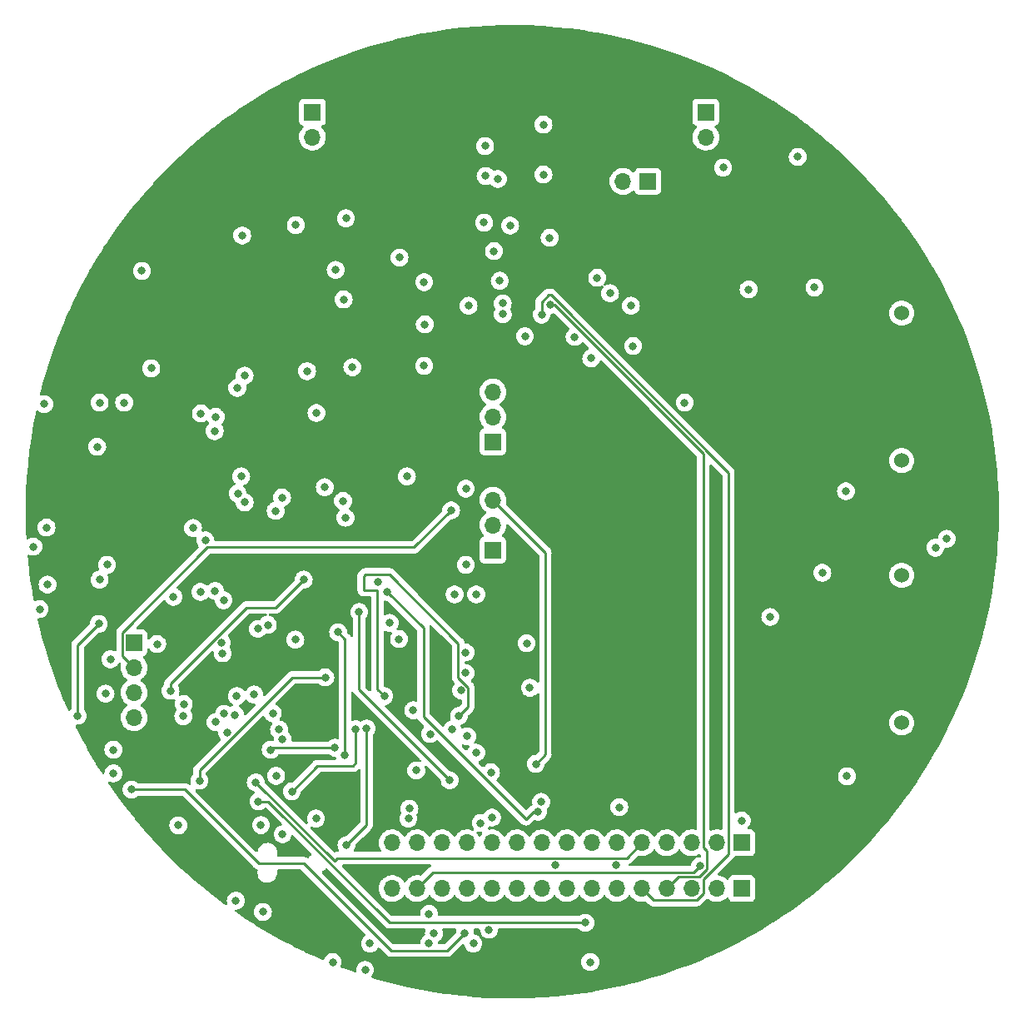
<source format=gbr>
%TF.GenerationSoftware,KiCad,Pcbnew,(6.0.7-1)-1*%
%TF.CreationDate,2022-10-09T23:16:26+02:00*%
%TF.ProjectId,Power_Management_Module,506f7765-725f-44d6-916e-6167656d656e,rev?*%
%TF.SameCoordinates,Original*%
%TF.FileFunction,Copper,L3,Inr*%
%TF.FilePolarity,Positive*%
%FSLAX46Y46*%
G04 Gerber Fmt 4.6, Leading zero omitted, Abs format (unit mm)*
G04 Created by KiCad (PCBNEW (6.0.7-1)-1) date 2022-10-09 23:16:26*
%MOMM*%
%LPD*%
G01*
G04 APERTURE LIST*
%TA.AperFunction,ComponentPad*%
%ADD10R,1.700000X1.700000*%
%TD*%
%TA.AperFunction,ComponentPad*%
%ADD11O,1.700000X1.700000*%
%TD*%
%TA.AperFunction,ComponentPad*%
%ADD12C,1.524000*%
%TD*%
%TA.AperFunction,ViaPad*%
%ADD13C,0.800000*%
%TD*%
%TA.AperFunction,Conductor*%
%ADD14C,0.250000*%
%TD*%
G04 APERTURE END LIST*
D10*
%TO.N,/RESET_SS_FET*%
%TO.C,J8*%
X171857500Y-125817500D03*
D11*
%TO.N,+5V*%
X169317500Y-125817500D03*
%TO.N,/VOut*%
X166777500Y-125817500D03*
%TO.N,/MCC*%
X164237500Y-125817500D03*
%TO.N,/CBooster*%
X161697500Y-125817500D03*
%TO.N,/LED1*%
X159157500Y-125817500D03*
%TO.N,/LED2*%
X156617500Y-125817500D03*
%TO.N,/PB1*%
X154077500Y-125817500D03*
%TO.N,/PB2*%
X151537500Y-125817500D03*
%TO.N,/I2C_Conn*%
X148997500Y-125817500D03*
%TO.N,/Temp*%
X146457500Y-125817500D03*
%TO.N,/RX*%
X143917500Y-125817500D03*
%TO.N,/TX*%
X141377500Y-125817500D03*
%TO.N,/VOut_Fault*%
X138837500Y-125817500D03*
%TO.N,GND*%
X136297500Y-125817500D03*
%TD*%
D10*
%TO.N,/3V3_Sw_Reg*%
%TO.C,J10*%
X146550000Y-96050000D03*
D11*
%TO.N,+3V3*%
X146550000Y-93510000D03*
%TO.N,/3V3_Lin_Reg*%
X146550000Y-90970000D03*
%TD*%
D10*
%TO.N,/RX*%
%TO.C,J37*%
X162300000Y-58550000D03*
D11*
%TO.N,/TX*%
X159760000Y-58550000D03*
%TD*%
D10*
%TO.N,Net-(J12-Pad1)*%
%TO.C,J12*%
X128190000Y-51505000D03*
D11*
%TO.N,+BATT*%
X128190000Y-54045000D03*
%TD*%
D12*
%TO.N,+5V*%
%TO.C,C15*%
X188115000Y-113620000D03*
%TO.N,GND*%
X188115000Y-98620000D03*
%TD*%
D10*
%TO.N,/5V_Sw_Reg*%
%TO.C,J11*%
X146550000Y-85050000D03*
D11*
%TO.N,+5VD*%
X146550000Y-82510000D03*
%TO.N,/5V_Lin_Reg*%
X146550000Y-79970000D03*
%TD*%
D10*
%TO.N,Net-(J9-Pad1)*%
%TO.C,J9*%
X168195000Y-51510000D03*
D11*
%TO.N,Net-(J9-Pad2)*%
X168195000Y-54050000D03*
%TD*%
D12*
%TO.N,+5V*%
%TO.C,C14*%
X188115000Y-86950000D03*
%TO.N,GND*%
X188115000Y-71950000D03*
%TD*%
D10*
%TO.N,/3V3_IN*%
%TO.C,J6*%
X110050000Y-105470000D03*
D11*
%TO.N,/SCL*%
X110050000Y-108010000D03*
%TO.N,/SDA*%
X110050000Y-110550000D03*
%TO.N,GND*%
X110050000Y-113090000D03*
%TD*%
D10*
%TO.N,+BATT*%
%TO.C,J7*%
X171857500Y-130467500D03*
D11*
%TO.N,GND*%
X169317500Y-130467500D03*
%TO.N,+3V3*%
X166777500Y-130467500D03*
%TO.N,/SDA*%
X164237500Y-130467500D03*
%TO.N,/SCL*%
X161697500Y-130467500D03*
%TO.N,/Batt_Pre-sens*%
X159157500Y-130467500D03*
%TO.N,/5V_Sw_Reg*%
X156617500Y-130467500D03*
%TO.N,/5V_Lin_Reg*%
X154077500Y-130467500D03*
%TO.N,/3V3_Sw_Reg*%
X151537500Y-130467500D03*
%TO.N,/3V3_Lin_Reg*%
X148997500Y-130467500D03*
%TO.N,/3V3_IN*%
X146457500Y-130467500D03*
%TO.N,/CTRL_3V3*%
X143917500Y-130467500D03*
%TO.N,+5VA*%
X141377500Y-130467500D03*
%TO.N,+5VD*%
X138837500Y-130467500D03*
%TO.N,/SS_FET*%
X136297500Y-130467500D03*
%TD*%
D13*
%TO.N,+3V3*%
X145300000Y-123800000D03*
X143300000Y-110300000D03*
X104300000Y-112900000D03*
X130250000Y-137950000D03*
X125150000Y-124950000D03*
X146650000Y-65650000D03*
X149800000Y-74300000D03*
X130455000Y-116145000D03*
X100900000Y-81200000D03*
X154860000Y-74370000D03*
X123950000Y-116350000D03*
X156450000Y-137950000D03*
X151450000Y-121650000D03*
X124450000Y-92050000D03*
X137950000Y-123350000D03*
X144550000Y-136050000D03*
X106450000Y-103550000D03*
X122263021Y-110736979D03*
X124163021Y-112636979D03*
%TO.N,GND*%
X134050000Y-136050000D03*
X145650000Y-62750000D03*
X147050000Y-58300000D03*
X144850000Y-116650000D03*
X136050000Y-103450000D03*
X160575000Y-71195000D03*
X106550000Y-81050000D03*
X118300000Y-100200000D03*
X134850000Y-99250000D03*
X122950000Y-124015000D03*
X131600000Y-62300000D03*
X118950000Y-105450000D03*
X169950000Y-57150000D03*
X139620000Y-73100000D03*
X131365000Y-70560000D03*
X126500000Y-63000000D03*
X109050000Y-81050000D03*
X107950000Y-116350000D03*
%TO.N,+5VA*%
X128600000Y-82100000D03*
X120550000Y-79550000D03*
X158457500Y-69925000D03*
X111800000Y-77550000D03*
%TO.N,/3V3_Lin_Reg*%
X150900000Y-117800000D03*
X139550000Y-68800000D03*
X139550000Y-77300000D03*
X137050000Y-66300000D03*
%TO.N,/5V_Lin_Reg*%
X99800000Y-95700000D03*
X130550000Y-67550000D03*
X147550000Y-72050000D03*
X148300000Y-63050000D03*
X121050000Y-64050000D03*
%TO.N,/CTRL_3V3*%
X121300000Y-91200000D03*
X126450000Y-105150000D03*
X145750000Y-54950000D03*
X143100000Y-112900000D03*
X125100000Y-90700000D03*
X119500000Y-114600000D03*
X145800000Y-58000000D03*
X135500000Y-110900000D03*
%TO.N,+5VD*%
X143750000Y-106450000D03*
X143800000Y-89800000D03*
X143800000Y-97550000D03*
X192700000Y-94900000D03*
X182450000Y-90050000D03*
X167600000Y-128200000D03*
X166050000Y-81050000D03*
X143750000Y-108550000D03*
%TO.N,/SS_FET*%
X131650000Y-126050000D03*
X137000000Y-105100000D03*
X142650000Y-100550000D03*
X144850000Y-100550000D03*
X133700000Y-114200000D03*
%TO.N,+5V*%
X149968750Y-105531250D03*
X160800000Y-75300000D03*
X150300000Y-110050000D03*
X156550000Y-76550000D03*
X132600000Y-114274695D03*
X126100000Y-120600000D03*
%TO.N,/5V_Sw_Reg*%
X132250000Y-77450000D03*
X159400000Y-122200000D03*
X137800000Y-88550000D03*
X131300000Y-91050000D03*
X106300000Y-85550000D03*
%TO.N,/3V3_Sw_Reg*%
X107300000Y-97550000D03*
X151150000Y-122650000D03*
X135800000Y-100300000D03*
X116800000Y-100300000D03*
%TO.N,Net-(C45-Pad1)*%
X127650000Y-77850000D03*
X118250000Y-83950000D03*
X116850000Y-82150000D03*
%TO.N,+BATT*%
X177550000Y-56050000D03*
%TO.N,/VOut*%
X152900000Y-128100000D03*
X128550000Y-123350000D03*
X159100000Y-128100000D03*
X182550000Y-119050000D03*
%TO.N,/3V3_IN*%
X100450000Y-102050000D03*
X123150000Y-132850000D03*
X107150000Y-110650000D03*
%TO.N,/SCL*%
X142400000Y-114300000D03*
X142300000Y-92000000D03*
X140150000Y-114750000D03*
X151500000Y-72100000D03*
%TO.N,/SDA*%
X147550000Y-70950000D03*
X127300000Y-99050000D03*
X113750000Y-110350000D03*
X152400000Y-71100000D03*
X130800000Y-104400000D03*
X131500000Y-116900000D03*
%TO.N,/Batt_Pre-sens*%
X157150000Y-68350000D03*
X152320000Y-64280000D03*
%TO.N,/RESET_SS_FET*%
X120400000Y-131700000D03*
X119050000Y-106550000D03*
X171850000Y-123550000D03*
X118350000Y-113550000D03*
X133550000Y-138750000D03*
%TO.N,/CBooster*%
X122425000Y-119675000D03*
X191550000Y-95800000D03*
%TO.N,/LED1*%
X155950000Y-133950000D03*
X122700000Y-121600000D03*
%TO.N,/LED2*%
X146150000Y-134650000D03*
X124500000Y-119000000D03*
%TO.N,/PB1*%
X179250000Y-69350000D03*
X125150000Y-115250000D03*
X180050000Y-98350000D03*
%TO.N,/PB2*%
X172550000Y-69550000D03*
X124800000Y-114300000D03*
X174750000Y-102850000D03*
%TO.N,/I2C_Conn*%
X142150000Y-119450000D03*
X119200000Y-112700000D03*
X132950000Y-102350000D03*
%TO.N,/Temp*%
X109800000Y-120400000D03*
X107950000Y-118750000D03*
X115050000Y-112950000D03*
X143700000Y-135000000D03*
%TO.N,/RX*%
X120500000Y-110900000D03*
X138437348Y-112337348D03*
X143917500Y-114982500D03*
%TO.N,/TX*%
X120300000Y-112800000D03*
%TO.N,/VOut_Fault*%
X115100000Y-111700000D03*
X140050000Y-136050000D03*
%TO.N,Net-(J12-Pad1)*%
X151685000Y-52780000D03*
X151685000Y-57860000D03*
%TO.N,/U1A0*%
X144065000Y-71195000D03*
%TO.N,/U1A1*%
X147240000Y-68655000D03*
%TO.N,/U4A0*%
X138750000Y-118450000D03*
%TO.N,/U4A1*%
X138050000Y-122350000D03*
%TO.N,Net-(JP8-Pad1)*%
X106550000Y-99050000D03*
%TO.N,/U6A0*%
X122650000Y-104050000D03*
%TO.N,/U6A1*%
X123650000Y-103650000D03*
%TO.N,/U6A2*%
X119150000Y-101150000D03*
%TO.N,Net-(JP12-Pad2)*%
X112400000Y-105600000D03*
X114550000Y-124050000D03*
X107650000Y-107150000D03*
%TO.N,/SCL_In*%
X146450000Y-123250000D03*
X146350000Y-118650000D03*
%TO.N,Net-(L1-Pad1)*%
X120600000Y-90300000D03*
X117300000Y-95050000D03*
%TO.N,Net-(L2-Pad1)*%
X121300000Y-78300000D03*
X118350305Y-82499695D03*
%TO.N,Net-(Q7-Pad1)*%
X140550000Y-135050000D03*
X140050000Y-133050000D03*
%TO.N,Net-(Q11-Pad3)*%
X101150000Y-93750000D03*
X101250000Y-99550000D03*
%TO.N,Net-(Q15-Pad3)*%
X129450000Y-89650000D03*
X131550000Y-92750000D03*
%TO.N,Net-(R37-Pad2)*%
X120950000Y-88550000D03*
X110850000Y-67650000D03*
%TO.N,Net-(R38-Pad2)*%
X116050000Y-93800000D03*
X114050000Y-100800000D03*
%TO.N,/MCU_SS_FET*%
X129500000Y-109000000D03*
X116700000Y-119500000D03*
%TD*%
D14*
%TO.N,/CTRL_3V3*%
X143100000Y-112900000D02*
X144025000Y-111975000D01*
X133575000Y-98525000D02*
X133400000Y-98700000D01*
X134800000Y-110200000D02*
X135500000Y-110900000D01*
X144025000Y-111975000D02*
X144025000Y-109999695D01*
X144025000Y-109999695D02*
X143025000Y-108999695D01*
X143025000Y-105525000D02*
X136025000Y-98525000D01*
X143025000Y-108999695D02*
X143025000Y-105525000D01*
X136025000Y-98525000D02*
X133575000Y-98525000D01*
X133400000Y-98700000D02*
X133400000Y-100100000D01*
X133400000Y-100100000D02*
X134800000Y-100100000D01*
X134800000Y-100100000D02*
X134800000Y-110200000D01*
%TO.N,+3V3*%
X124155000Y-116145000D02*
X123950000Y-116350000D01*
X130455000Y-116145000D02*
X124155000Y-116145000D01*
X104300000Y-112900000D02*
X104300000Y-105700000D01*
X104300000Y-105700000D02*
X106450000Y-103550000D01*
%TO.N,/3V3_Lin_Reg*%
X146550000Y-90970000D02*
X151875000Y-96295000D01*
X151875000Y-96295000D02*
X151875000Y-116825000D01*
X151875000Y-116825000D02*
X150900000Y-117800000D01*
%TO.N,+5VD*%
X167600000Y-128200000D02*
X166975000Y-128825000D01*
X166975000Y-128825000D02*
X140480000Y-128825000D01*
X140480000Y-128825000D02*
X138837500Y-130467500D01*
%TO.N,/SS_FET*%
X133700000Y-114200000D02*
X133700000Y-121800000D01*
X133700000Y-121800000D02*
X133700000Y-124000000D01*
X133700000Y-124000000D02*
X131650000Y-126050000D01*
%TO.N,+5V*%
X132600000Y-117700000D02*
X132600000Y-114600000D01*
X126100000Y-120600000D02*
X128700000Y-118000000D01*
X132300000Y-118000000D02*
X132600000Y-117700000D01*
X128700000Y-118000000D02*
X132300000Y-118000000D01*
X132600000Y-114600000D02*
X132600000Y-114274695D01*
%TO.N,/3V3_Sw_Reg*%
X150950000Y-122650000D02*
X151150000Y-122650000D01*
X149925000Y-123425000D02*
X150700000Y-122650000D01*
X147600000Y-121100000D02*
X149925000Y-123425000D01*
X139475000Y-103975000D02*
X139475000Y-112975000D01*
X139475000Y-112975000D02*
X147600000Y-121100000D01*
X150700000Y-122650000D02*
X150950000Y-122650000D01*
X135800000Y-100300000D02*
X139475000Y-103975000D01*
%TO.N,/SCL*%
X170500000Y-88163604D02*
X152436396Y-70100000D01*
X167952500Y-130954201D02*
X167952500Y-129509201D01*
X167264201Y-131642500D02*
X167952500Y-130954201D01*
X162872500Y-131642500D02*
X167264201Y-131642500D01*
X161697500Y-130467500D02*
X162872500Y-131642500D01*
X117525000Y-95775000D02*
X138525000Y-95775000D01*
X167952500Y-129509201D02*
X170500000Y-126961701D01*
X170500000Y-126961701D02*
X170500000Y-124100000D01*
X152436396Y-70100000D02*
X152200000Y-70100000D01*
X108875000Y-106835000D02*
X108875000Y-104425000D01*
X138525000Y-95775000D02*
X142300000Y-92000000D01*
X151500000Y-70800000D02*
X151500000Y-72100000D01*
X170500000Y-124100000D02*
X170500000Y-88163604D01*
X110050000Y-108010000D02*
X108875000Y-106835000D01*
X108875000Y-104425000D02*
X117525000Y-95775000D01*
X152200000Y-70100000D02*
X151500000Y-70800000D01*
%TO.N,/SDA*%
X167550305Y-129275000D02*
X168325000Y-128500305D01*
X167952500Y-86252500D02*
X152800000Y-71100000D01*
X121499695Y-101875000D02*
X113750000Y-109624695D01*
X165430000Y-129275000D02*
X167550305Y-129275000D01*
X127300000Y-99050000D02*
X124475000Y-101875000D01*
X168325000Y-128500305D02*
X168325000Y-126676701D01*
X168325000Y-126676701D02*
X167952500Y-126304201D01*
X167952500Y-126304201D02*
X167952500Y-86252500D01*
X152800000Y-71100000D02*
X152400000Y-71100000D01*
X164237500Y-130467500D02*
X165430000Y-129275000D01*
X124475000Y-101875000D02*
X121499695Y-101875000D01*
X130800000Y-104400000D02*
X131500000Y-105100000D01*
X113750000Y-109624695D02*
X113750000Y-110350000D01*
X131500000Y-105100000D02*
X131500000Y-116900000D01*
%TO.N,/CBooster*%
X130425000Y-127675000D02*
X130725000Y-127375000D01*
X122425000Y-119675000D02*
X130425000Y-127675000D01*
X130725000Y-127375000D02*
X160140000Y-127375000D01*
X160140000Y-127375000D02*
X161697500Y-125817500D01*
%TO.N,/LED1*%
X155900000Y-133900000D02*
X155950000Y-133950000D01*
X122700000Y-121600000D02*
X123713604Y-121600000D01*
X123713604Y-121600000D02*
X136013604Y-133900000D01*
X136013604Y-133900000D02*
X155900000Y-133900000D01*
%TO.N,/I2C_Conn*%
X132950000Y-102350000D02*
X132950000Y-110250000D01*
X132950000Y-110250000D02*
X142150000Y-119450000D01*
%TO.N,/Temp*%
X127300000Y-127900000D02*
X136175000Y-136775000D01*
X141925000Y-136775000D02*
X143700000Y-135000000D01*
X115231097Y-120400000D02*
X122731097Y-127900000D01*
X122731097Y-127900000D02*
X127300000Y-127900000D01*
X109800000Y-120400000D02*
X115231097Y-120400000D01*
X136175000Y-136775000D02*
X141925000Y-136775000D01*
%TO.N,/MCU_SS_FET*%
X116700000Y-118425305D02*
X116700000Y-119500000D01*
X129500000Y-109000000D02*
X126125305Y-109000000D01*
X126125305Y-109000000D02*
X116700000Y-118425305D01*
%TD*%
%TA.AperFunction,NonConductor*%
G36*
X121508027Y-111258907D02*
G01*
X121523185Y-111274640D01*
X121523981Y-111273923D01*
X121651768Y-111415845D01*
X121728011Y-111471239D01*
X121800545Y-111523938D01*
X121806269Y-111528097D01*
X121812297Y-111530781D01*
X121812299Y-111530782D01*
X121954674Y-111594171D01*
X121980733Y-111605773D01*
X122074133Y-111625626D01*
X122161077Y-111644107D01*
X122161082Y-111644107D01*
X122167534Y-111645479D01*
X122279731Y-111645479D01*
X122347852Y-111665481D01*
X122394345Y-111719137D01*
X122404449Y-111789411D01*
X122374955Y-111853991D01*
X122368826Y-111860574D01*
X121420830Y-112808570D01*
X121358518Y-112842596D01*
X121287703Y-112837531D01*
X121230867Y-112794984D01*
X121206425Y-112732646D01*
X121194232Y-112616634D01*
X121194231Y-112616631D01*
X121193542Y-112610072D01*
X121134527Y-112428444D01*
X121039040Y-112263056D01*
X121031298Y-112254457D01*
X120915675Y-112126045D01*
X120915674Y-112126044D01*
X120911253Y-112121134D01*
X120778741Y-112024858D01*
X120762094Y-112012763D01*
X120762093Y-112012762D01*
X120756752Y-112008882D01*
X120750722Y-112006197D01*
X120744999Y-112002893D01*
X120746160Y-112000881D01*
X120700180Y-111961804D01*
X120679527Y-111893878D01*
X120698876Y-111825568D01*
X120752084Y-111778564D01*
X120769693Y-111772656D01*
X120769548Y-111772208D01*
X120775832Y-111770166D01*
X120782288Y-111768794D01*
X120825621Y-111749501D01*
X120950722Y-111693803D01*
X120950724Y-111693802D01*
X120956752Y-111691118D01*
X121111253Y-111578866D01*
X121173195Y-111510072D01*
X121234621Y-111441852D01*
X121234622Y-111441851D01*
X121239040Y-111436944D01*
X121321021Y-111294949D01*
X121372402Y-111245957D01*
X121442116Y-111232521D01*
X121508027Y-111258907D01*
G37*
%TD.AperFunction*%
%TA.AperFunction,NonConductor*%
G36*
X140272015Y-103677116D02*
G01*
X140304867Y-103700771D01*
X141332539Y-104728444D01*
X142354595Y-105750500D01*
X142388621Y-105812812D01*
X142391500Y-105839595D01*
X142391500Y-108920928D01*
X142390973Y-108932111D01*
X142389298Y-108939604D01*
X142389547Y-108947530D01*
X142389547Y-108947531D01*
X142391438Y-109007681D01*
X142391500Y-109011640D01*
X142391500Y-109039551D01*
X142391997Y-109043485D01*
X142391997Y-109043486D01*
X142392005Y-109043551D01*
X142392938Y-109055388D01*
X142394327Y-109099584D01*
X142399978Y-109119034D01*
X142403987Y-109138395D01*
X142406526Y-109158492D01*
X142409445Y-109165863D01*
X142409445Y-109165865D01*
X142422804Y-109199607D01*
X142426649Y-109210837D01*
X142434757Y-109238745D01*
X142438982Y-109253288D01*
X142443015Y-109260107D01*
X142443017Y-109260112D01*
X142449293Y-109270723D01*
X142457988Y-109288471D01*
X142465448Y-109307312D01*
X142470110Y-109313728D01*
X142470110Y-109313729D01*
X142491436Y-109343082D01*
X142497952Y-109353002D01*
X142512310Y-109377279D01*
X142520458Y-109391057D01*
X142534779Y-109405378D01*
X142547619Y-109420411D01*
X142559528Y-109436802D01*
X142580780Y-109454383D01*
X142593605Y-109464993D01*
X142602384Y-109472983D01*
X142633474Y-109504073D01*
X142667500Y-109566385D01*
X142662435Y-109637200D01*
X142638017Y-109677475D01*
X142560960Y-109763056D01*
X142528791Y-109818774D01*
X142497830Y-109872401D01*
X142465473Y-109928444D01*
X142406458Y-110110072D01*
X142405768Y-110116633D01*
X142405768Y-110116635D01*
X142390256Y-110264223D01*
X142386496Y-110300000D01*
X142387186Y-110306565D01*
X142405369Y-110479563D01*
X142406458Y-110489928D01*
X142465473Y-110671556D01*
X142468776Y-110677278D01*
X142468777Y-110677279D01*
X142491499Y-110716635D01*
X142560960Y-110836944D01*
X142565378Y-110841851D01*
X142565379Y-110841852D01*
X142623647Y-110906565D01*
X142688747Y-110978866D01*
X142843248Y-111091118D01*
X142849276Y-111093802D01*
X142849278Y-111093803D01*
X143008328Y-111164616D01*
X143017712Y-111168794D01*
X143103101Y-111186944D01*
X143198056Y-111207128D01*
X143198061Y-111207128D01*
X143204513Y-111208500D01*
X143265500Y-111208500D01*
X143333621Y-111228502D01*
X143380114Y-111282158D01*
X143391500Y-111334500D01*
X143391500Y-111660405D01*
X143371498Y-111728526D01*
X143354595Y-111749501D01*
X143149499Y-111954596D01*
X143087187Y-111988621D01*
X143060404Y-111991500D01*
X143004513Y-111991500D01*
X142998061Y-111992872D01*
X142998056Y-111992872D01*
X142911112Y-112011353D01*
X142817712Y-112031206D01*
X142811682Y-112033891D01*
X142811681Y-112033891D01*
X142649278Y-112106197D01*
X142649276Y-112106198D01*
X142643248Y-112108882D01*
X142637907Y-112112762D01*
X142637906Y-112112763D01*
X142619625Y-112126045D01*
X142488747Y-112221134D01*
X142484326Y-112226044D01*
X142484325Y-112226045D01*
X142369389Y-112353695D01*
X142360960Y-112363056D01*
X142316090Y-112440773D01*
X142269937Y-112520713D01*
X142265473Y-112528444D01*
X142206458Y-112710072D01*
X142205768Y-112716633D01*
X142205768Y-112716635D01*
X142193518Y-112833185D01*
X142186496Y-112900000D01*
X142187186Y-112906565D01*
X142203099Y-113057965D01*
X142206458Y-113089928D01*
X142261207Y-113258427D01*
X142263235Y-113329392D01*
X142226573Y-113390190D01*
X142167571Y-113420608D01*
X142117712Y-113431206D01*
X142111682Y-113433891D01*
X142111681Y-113433891D01*
X141949278Y-113506197D01*
X141949276Y-113506198D01*
X141943248Y-113508882D01*
X141937907Y-113512762D01*
X141937906Y-113512763D01*
X141908836Y-113533884D01*
X141788747Y-113621134D01*
X141784326Y-113626044D01*
X141784325Y-113626045D01*
X141681785Y-113739928D01*
X141660960Y-113763056D01*
X141618855Y-113835984D01*
X141569450Y-113921556D01*
X141565473Y-113928444D01*
X141565034Y-113929794D01*
X141520303Y-113982422D01*
X141452376Y-114003073D01*
X141384067Y-113983722D01*
X141362079Y-113966174D01*
X140145405Y-112749500D01*
X140111379Y-112687188D01*
X140108500Y-112660405D01*
X140108500Y-104053767D01*
X140109027Y-104042584D01*
X140110702Y-104035091D01*
X140110012Y-104013120D01*
X140108562Y-103967001D01*
X140108500Y-103963043D01*
X140108500Y-103935144D01*
X140107996Y-103931153D01*
X140107063Y-103919311D01*
X140105923Y-103883036D01*
X140105674Y-103875111D01*
X140103462Y-103867497D01*
X140103461Y-103867492D01*
X140100023Y-103855659D01*
X140096012Y-103836295D01*
X140094467Y-103824062D01*
X140094467Y-103824060D01*
X140093474Y-103816203D01*
X140093905Y-103816149D01*
X140096166Y-103750245D01*
X140136575Y-103691870D01*
X140202129Y-103664609D01*
X140272015Y-103677116D01*
G37*
%TD.AperFunction*%
%TA.AperFunction,NonConductor*%
G36*
X143556861Y-115816410D02*
G01*
X143635212Y-115851294D01*
X143697986Y-115864637D01*
X143815556Y-115889628D01*
X143815561Y-115889628D01*
X143822013Y-115891000D01*
X144012987Y-115891000D01*
X144017147Y-115890116D01*
X144086129Y-115902732D01*
X144137975Y-115951235D01*
X144155368Y-116020068D01*
X144132785Y-116087377D01*
X144123095Y-116099578D01*
X144110960Y-116113056D01*
X144015473Y-116278444D01*
X144013432Y-116284727D01*
X143995354Y-116340363D01*
X143955280Y-116398969D01*
X143889883Y-116426605D01*
X143819926Y-116414498D01*
X143786426Y-116390521D01*
X143416517Y-116020612D01*
X143382491Y-115958300D01*
X143387556Y-115887485D01*
X143430103Y-115830649D01*
X143496623Y-115805838D01*
X143556861Y-115816410D01*
G37*
%TD.AperFunction*%
%TA.AperFunction,NonConductor*%
G36*
X168794512Y-87354475D02*
G01*
X168801095Y-87360604D01*
X169829595Y-88389104D01*
X169863621Y-88451416D01*
X169866500Y-88478199D01*
X169866500Y-124392386D01*
X169846498Y-124460507D01*
X169792842Y-124507000D01*
X169722568Y-124517104D01*
X169698439Y-124511158D01*
X169670594Y-124501297D01*
X169670585Y-124501295D01*
X169665712Y-124499569D01*
X169660619Y-124498662D01*
X169660616Y-124498661D01*
X169450873Y-124461300D01*
X169450867Y-124461299D01*
X169445784Y-124460394D01*
X169371952Y-124459492D01*
X169227581Y-124457728D01*
X169227579Y-124457728D01*
X169222411Y-124457665D01*
X169001591Y-124491455D01*
X168789256Y-124560857D01*
X168770179Y-124570788D01*
X168700519Y-124584500D01*
X168634504Y-124558374D01*
X168593094Y-124500705D01*
X168586000Y-124459024D01*
X168586000Y-87449699D01*
X168606002Y-87381578D01*
X168659658Y-87335085D01*
X168729932Y-87324981D01*
X168794512Y-87354475D01*
G37*
%TD.AperFunction*%
%TA.AperFunction,NonConductor*%
G36*
X145017797Y-124668812D02*
G01*
X145198056Y-124707128D01*
X145198061Y-124707128D01*
X145204513Y-124708500D01*
X145343432Y-124708500D01*
X145411553Y-124728502D01*
X145458046Y-124782158D01*
X145468150Y-124852432D01*
X145434527Y-124921550D01*
X145398129Y-124959638D01*
X145290701Y-125117121D01*
X145235793Y-125162121D01*
X145165268Y-125170292D01*
X145101521Y-125139038D01*
X145080824Y-125114554D01*
X145000322Y-124990117D01*
X145000320Y-124990114D01*
X144997514Y-124985777D01*
X144994038Y-124981957D01*
X144994033Y-124981950D01*
X144898407Y-124876859D01*
X144867355Y-124813013D01*
X144875750Y-124742514D01*
X144920926Y-124687746D01*
X144988541Y-124666096D01*
X145017797Y-124668812D01*
G37*
%TD.AperFunction*%
%TA.AperFunction,NonConductor*%
G36*
X123238780Y-112886595D02*
G01*
X123295616Y-112929142D01*
X123314581Y-112965714D01*
X123328494Y-113008535D01*
X123331797Y-113014257D01*
X123331798Y-113014258D01*
X123335169Y-113020097D01*
X123423981Y-113173923D01*
X123428399Y-113178830D01*
X123428400Y-113178831D01*
X123500066Y-113258424D01*
X123551768Y-113315845D01*
X123644230Y-113383023D01*
X123685164Y-113412763D01*
X123706269Y-113428097D01*
X123712297Y-113430781D01*
X123712299Y-113430782D01*
X123873213Y-113502425D01*
X123880733Y-113505773D01*
X123971626Y-113525093D01*
X124012983Y-113533884D01*
X124075457Y-113567613D01*
X124109778Y-113629762D01*
X124105050Y-113700601D01*
X124080425Y-113741438D01*
X124060960Y-113763056D01*
X123965473Y-113928444D01*
X123906458Y-114110072D01*
X123905768Y-114116633D01*
X123905768Y-114116635D01*
X123890944Y-114257676D01*
X123886496Y-114300000D01*
X123887186Y-114306564D01*
X123887186Y-114306565D01*
X123903011Y-114457128D01*
X123906458Y-114489928D01*
X123965473Y-114671556D01*
X124060960Y-114836944D01*
X124065378Y-114841851D01*
X124065379Y-114841852D01*
X124120008Y-114902524D01*
X124188747Y-114978866D01*
X124200733Y-114987574D01*
X124244085Y-115043796D01*
X124251980Y-115102679D01*
X124236496Y-115250000D01*
X124237186Y-115256565D01*
X124243320Y-115314930D01*
X124230547Y-115384768D01*
X124182045Y-115436615D01*
X124113212Y-115454009D01*
X124091813Y-115451347D01*
X124051944Y-115442872D01*
X124051939Y-115442872D01*
X124045487Y-115441500D01*
X123854513Y-115441500D01*
X123848061Y-115442872D01*
X123848056Y-115442872D01*
X123761113Y-115461353D01*
X123667712Y-115481206D01*
X123661682Y-115483891D01*
X123661681Y-115483891D01*
X123499278Y-115556197D01*
X123499276Y-115556198D01*
X123493248Y-115558882D01*
X123338747Y-115671134D01*
X123210960Y-115813056D01*
X123115473Y-115978444D01*
X123056458Y-116160072D01*
X123036496Y-116350000D01*
X123056458Y-116539928D01*
X123115473Y-116721556D01*
X123210960Y-116886944D01*
X123215378Y-116891851D01*
X123215379Y-116891852D01*
X123324248Y-117012763D01*
X123338747Y-117028866D01*
X123493248Y-117141118D01*
X123499276Y-117143802D01*
X123499278Y-117143803D01*
X123639203Y-117206101D01*
X123667712Y-117218794D01*
X123732443Y-117232553D01*
X123848056Y-117257128D01*
X123848061Y-117257128D01*
X123854513Y-117258500D01*
X124045487Y-117258500D01*
X124051939Y-117257128D01*
X124051944Y-117257128D01*
X124167557Y-117232553D01*
X124232288Y-117218794D01*
X124260797Y-117206101D01*
X124400722Y-117143803D01*
X124400724Y-117143802D01*
X124406752Y-117141118D01*
X124561253Y-117028866D01*
X124575752Y-117012763D01*
X124684621Y-116891852D01*
X124684622Y-116891851D01*
X124689040Y-116886944D01*
X124715277Y-116841500D01*
X124766659Y-116792507D01*
X124824396Y-116778500D01*
X129746800Y-116778500D01*
X129814921Y-116798502D01*
X129834147Y-116814843D01*
X129834420Y-116814540D01*
X129839332Y-116818963D01*
X129843747Y-116823866D01*
X129998248Y-116936118D01*
X130004276Y-116938802D01*
X130004278Y-116938803D01*
X130166681Y-117011109D01*
X130172712Y-117013794D01*
X130236154Y-117027279D01*
X130353056Y-117052128D01*
X130353061Y-117052128D01*
X130359513Y-117053500D01*
X130503078Y-117053500D01*
X130571199Y-117073502D01*
X130617692Y-117127158D01*
X130622911Y-117140564D01*
X130642731Y-117201564D01*
X130644758Y-117272532D01*
X130608096Y-117333330D01*
X130544384Y-117364655D01*
X130522898Y-117366500D01*
X128778767Y-117366500D01*
X128767584Y-117365973D01*
X128760091Y-117364298D01*
X128752165Y-117364547D01*
X128752164Y-117364547D01*
X128692014Y-117366438D01*
X128688055Y-117366500D01*
X128660144Y-117366500D01*
X128656210Y-117366997D01*
X128656209Y-117366997D01*
X128656144Y-117367005D01*
X128644307Y-117367938D01*
X128612490Y-117368938D01*
X128608029Y-117369078D01*
X128600110Y-117369327D01*
X128582454Y-117374456D01*
X128580658Y-117374978D01*
X128561306Y-117378986D01*
X128554235Y-117379880D01*
X128541203Y-117381526D01*
X128533834Y-117384443D01*
X128533832Y-117384444D01*
X128500097Y-117397800D01*
X128488869Y-117401645D01*
X128446407Y-117413982D01*
X128439585Y-117418016D01*
X128439579Y-117418019D01*
X128428968Y-117424294D01*
X128411218Y-117432990D01*
X128399756Y-117437528D01*
X128399751Y-117437531D01*
X128392383Y-117440448D01*
X128374970Y-117453099D01*
X128356625Y-117466427D01*
X128346707Y-117472943D01*
X128328019Y-117483995D01*
X128308637Y-117495458D01*
X128294313Y-117509782D01*
X128279281Y-117522621D01*
X128262893Y-117534528D01*
X128244355Y-117556937D01*
X128234712Y-117568593D01*
X128226722Y-117577373D01*
X126149500Y-119654595D01*
X126087188Y-119688621D01*
X126060405Y-119691500D01*
X126004513Y-119691500D01*
X125998061Y-119692872D01*
X125998056Y-119692872D01*
X125920578Y-119709341D01*
X125817712Y-119731206D01*
X125811682Y-119733891D01*
X125811681Y-119733891D01*
X125649278Y-119806197D01*
X125649276Y-119806198D01*
X125643248Y-119808882D01*
X125488747Y-119921134D01*
X125484326Y-119926044D01*
X125484325Y-119926045D01*
X125370664Y-120052279D01*
X125360960Y-120063056D01*
X125357659Y-120068774D01*
X125272166Y-120216852D01*
X125265473Y-120228444D01*
X125206458Y-120410072D01*
X125205768Y-120416633D01*
X125205768Y-120416635D01*
X125200975Y-120462237D01*
X125186496Y-120600000D01*
X125187186Y-120606565D01*
X125205129Y-120777279D01*
X125206458Y-120789928D01*
X125265473Y-120971556D01*
X125360960Y-121136944D01*
X125365378Y-121141851D01*
X125365379Y-121141852D01*
X125479678Y-121268794D01*
X125488747Y-121278866D01*
X125643248Y-121391118D01*
X125649276Y-121393802D01*
X125649278Y-121393803D01*
X125700560Y-121416635D01*
X125817712Y-121468794D01*
X125911112Y-121488647D01*
X125998056Y-121507128D01*
X125998061Y-121507128D01*
X126004513Y-121508500D01*
X126195487Y-121508500D01*
X126201939Y-121507128D01*
X126201944Y-121507128D01*
X126288888Y-121488647D01*
X126382288Y-121468794D01*
X126499440Y-121416635D01*
X126550722Y-121393803D01*
X126550724Y-121393802D01*
X126556752Y-121391118D01*
X126711253Y-121278866D01*
X126720322Y-121268794D01*
X126834621Y-121141852D01*
X126834622Y-121141851D01*
X126839040Y-121136944D01*
X126934527Y-120971556D01*
X126993542Y-120789928D01*
X126994872Y-120777279D01*
X127010907Y-120624707D01*
X127037920Y-120559050D01*
X127047122Y-120548782D01*
X128925499Y-118670405D01*
X128987811Y-118636379D01*
X129014594Y-118633500D01*
X132221233Y-118633500D01*
X132232416Y-118634027D01*
X132239909Y-118635702D01*
X132247835Y-118635453D01*
X132247836Y-118635453D01*
X132307986Y-118633562D01*
X132311945Y-118633500D01*
X132339856Y-118633500D01*
X132343791Y-118633003D01*
X132343856Y-118632995D01*
X132355693Y-118632062D01*
X132387951Y-118631048D01*
X132391970Y-118630922D01*
X132399889Y-118630673D01*
X132419343Y-118625021D01*
X132438700Y-118621013D01*
X132450930Y-118619468D01*
X132450931Y-118619468D01*
X132458797Y-118618474D01*
X132466168Y-118615555D01*
X132466170Y-118615555D01*
X132499912Y-118602196D01*
X132511142Y-118598351D01*
X132545983Y-118588229D01*
X132545984Y-118588229D01*
X132553593Y-118586018D01*
X132560412Y-118581985D01*
X132560417Y-118581983D01*
X132571028Y-118575707D01*
X132588776Y-118567012D01*
X132607617Y-118559552D01*
X132615543Y-118553794D01*
X132643387Y-118533564D01*
X132653307Y-118527048D01*
X132667297Y-118518774D01*
X132691362Y-118504542D01*
X132696969Y-118498936D01*
X132705685Y-118490220D01*
X132720719Y-118477379D01*
X132730695Y-118470131D01*
X132730696Y-118470130D01*
X132737107Y-118465472D01*
X132765288Y-118431407D01*
X132773278Y-118422627D01*
X132851405Y-118344500D01*
X132913717Y-118310474D01*
X132984532Y-118315539D01*
X133041368Y-118358086D01*
X133066179Y-118424606D01*
X133066500Y-118433595D01*
X133066500Y-123685406D01*
X133046498Y-123753527D01*
X133029595Y-123774501D01*
X131699500Y-125104595D01*
X131637188Y-125138621D01*
X131610405Y-125141500D01*
X131554513Y-125141500D01*
X131548061Y-125142872D01*
X131548056Y-125142872D01*
X131461113Y-125161353D01*
X131367712Y-125181206D01*
X131361682Y-125183891D01*
X131361681Y-125183891D01*
X131199278Y-125256197D01*
X131199276Y-125256198D01*
X131193248Y-125258882D01*
X131038747Y-125371134D01*
X130910960Y-125513056D01*
X130815473Y-125678444D01*
X130756458Y-125860072D01*
X130755768Y-125866633D01*
X130755768Y-125866635D01*
X130746280Y-125956906D01*
X130736496Y-126050000D01*
X130737186Y-126056565D01*
X130755407Y-126229925D01*
X130756458Y-126239928D01*
X130815473Y-126421556D01*
X130877902Y-126529685D01*
X130889846Y-126550373D01*
X130906584Y-126619368D01*
X130883364Y-126686460D01*
X130827557Y-126730347D01*
X130784686Y-126739311D01*
X130727052Y-126741122D01*
X130717013Y-126741438D01*
X130713055Y-126741500D01*
X130685144Y-126741500D01*
X130681210Y-126741997D01*
X130681209Y-126741997D01*
X130681144Y-126742005D01*
X130669307Y-126742938D01*
X130637049Y-126743952D01*
X130633030Y-126744078D01*
X130625111Y-126744327D01*
X130605657Y-126749979D01*
X130586300Y-126753987D01*
X130574070Y-126755532D01*
X130574069Y-126755532D01*
X130566203Y-126756526D01*
X130558832Y-126759445D01*
X130558830Y-126759445D01*
X130525837Y-126772508D01*
X130455137Y-126778989D01*
X130390357Y-126744452D01*
X128021979Y-124376074D01*
X127987953Y-124313762D01*
X127993018Y-124242947D01*
X128035565Y-124186111D01*
X128102085Y-124161300D01*
X128162323Y-124171872D01*
X128267712Y-124218794D01*
X128354150Y-124237167D01*
X128448056Y-124257128D01*
X128448061Y-124257128D01*
X128454513Y-124258500D01*
X128645487Y-124258500D01*
X128651939Y-124257128D01*
X128651944Y-124257128D01*
X128745850Y-124237167D01*
X128832288Y-124218794D01*
X128925533Y-124177279D01*
X129000722Y-124143803D01*
X129000724Y-124143802D01*
X129006752Y-124141118D01*
X129023967Y-124128611D01*
X129062157Y-124100864D01*
X129161253Y-124028866D01*
X129165675Y-124023955D01*
X129284621Y-123891852D01*
X129284622Y-123891851D01*
X129289040Y-123886944D01*
X129353959Y-123774501D01*
X129381223Y-123727279D01*
X129381224Y-123727278D01*
X129384527Y-123721556D01*
X129443542Y-123539928D01*
X129445766Y-123518774D01*
X129462814Y-123356565D01*
X129463504Y-123350000D01*
X129450249Y-123223882D01*
X129444232Y-123166635D01*
X129444232Y-123166633D01*
X129443542Y-123160072D01*
X129384527Y-122978444D01*
X129289040Y-122813056D01*
X129172740Y-122683891D01*
X129165675Y-122676045D01*
X129165674Y-122676044D01*
X129161253Y-122671134D01*
X129024196Y-122571556D01*
X129012094Y-122562763D01*
X129012093Y-122562762D01*
X129006752Y-122558882D01*
X129000724Y-122556198D01*
X129000722Y-122556197D01*
X128838319Y-122483891D01*
X128838318Y-122483891D01*
X128832288Y-122481206D01*
X128732861Y-122460072D01*
X128651944Y-122442872D01*
X128651939Y-122442872D01*
X128645487Y-122441500D01*
X128454513Y-122441500D01*
X128448061Y-122442872D01*
X128448056Y-122442872D01*
X128367139Y-122460072D01*
X128267712Y-122481206D01*
X128261682Y-122483891D01*
X128261681Y-122483891D01*
X128099278Y-122556197D01*
X128099276Y-122556198D01*
X128093248Y-122558882D01*
X128087907Y-122562762D01*
X128087906Y-122562763D01*
X128075804Y-122571556D01*
X127938747Y-122671134D01*
X127934326Y-122676044D01*
X127934325Y-122676045D01*
X127927261Y-122683891D01*
X127810960Y-122813056D01*
X127715473Y-122978444D01*
X127656458Y-123160072D01*
X127655768Y-123166633D01*
X127655768Y-123166635D01*
X127649751Y-123223882D01*
X127636496Y-123350000D01*
X127637186Y-123356565D01*
X127654235Y-123518774D01*
X127656458Y-123539928D01*
X127715473Y-123721556D01*
X127718776Y-123727276D01*
X127719617Y-123729166D01*
X127729052Y-123799533D01*
X127698947Y-123863830D01*
X127638858Y-123901644D01*
X127567865Y-123900969D01*
X127515416Y-123869511D01*
X123372122Y-119726217D01*
X123338096Y-119663905D01*
X123335907Y-119650292D01*
X123334923Y-119640924D01*
X123318542Y-119485072D01*
X123259527Y-119303444D01*
X123252835Y-119291852D01*
X123193988Y-119189928D01*
X123164040Y-119138056D01*
X123155386Y-119128444D01*
X123040675Y-119001045D01*
X123040674Y-119001044D01*
X123039734Y-119000000D01*
X123586496Y-119000000D01*
X123606458Y-119189928D01*
X123665473Y-119371556D01*
X123668776Y-119377278D01*
X123668777Y-119377279D01*
X123681646Y-119399569D01*
X123760960Y-119536944D01*
X123765378Y-119541851D01*
X123765379Y-119541852D01*
X123825733Y-119608882D01*
X123888747Y-119678866D01*
X123953683Y-119726045D01*
X124024498Y-119777495D01*
X124043248Y-119791118D01*
X124049276Y-119793802D01*
X124049278Y-119793803D01*
X124209799Y-119865271D01*
X124217712Y-119868794D01*
X124311113Y-119888647D01*
X124398056Y-119907128D01*
X124398061Y-119907128D01*
X124404513Y-119908500D01*
X124595487Y-119908500D01*
X124601939Y-119907128D01*
X124601944Y-119907128D01*
X124688887Y-119888647D01*
X124782288Y-119868794D01*
X124790201Y-119865271D01*
X124950722Y-119793803D01*
X124950724Y-119793802D01*
X124956752Y-119791118D01*
X124975503Y-119777495D01*
X125046317Y-119726045D01*
X125111253Y-119678866D01*
X125174267Y-119608882D01*
X125234621Y-119541852D01*
X125234622Y-119541851D01*
X125239040Y-119536944D01*
X125318354Y-119399569D01*
X125331223Y-119377279D01*
X125331224Y-119377278D01*
X125334527Y-119371556D01*
X125393542Y-119189928D01*
X125413504Y-119000000D01*
X125407190Y-118939928D01*
X125394232Y-118816635D01*
X125394232Y-118816633D01*
X125393542Y-118810072D01*
X125334527Y-118628444D01*
X125330955Y-118622256D01*
X125275986Y-118527048D01*
X125239040Y-118463056D01*
X125233196Y-118456565D01*
X125115675Y-118326045D01*
X125115674Y-118326044D01*
X125111253Y-118321134D01*
X124999424Y-118239885D01*
X124962094Y-118212763D01*
X124962093Y-118212762D01*
X124956752Y-118208882D01*
X124950724Y-118206198D01*
X124950722Y-118206197D01*
X124788319Y-118133891D01*
X124788318Y-118133891D01*
X124782288Y-118131206D01*
X124688887Y-118111353D01*
X124601944Y-118092872D01*
X124601939Y-118092872D01*
X124595487Y-118091500D01*
X124404513Y-118091500D01*
X124398061Y-118092872D01*
X124398056Y-118092872D01*
X124311113Y-118111353D01*
X124217712Y-118131206D01*
X124211682Y-118133891D01*
X124211681Y-118133891D01*
X124049278Y-118206197D01*
X124049276Y-118206198D01*
X124043248Y-118208882D01*
X124037907Y-118212762D01*
X124037906Y-118212763D01*
X124000576Y-118239885D01*
X123888747Y-118321134D01*
X123884326Y-118326044D01*
X123884325Y-118326045D01*
X123766805Y-118456565D01*
X123760960Y-118463056D01*
X123724014Y-118527048D01*
X123669046Y-118622256D01*
X123665473Y-118628444D01*
X123606458Y-118810072D01*
X123605768Y-118816633D01*
X123605768Y-118816635D01*
X123592810Y-118939928D01*
X123586496Y-119000000D01*
X123039734Y-119000000D01*
X123036253Y-118996134D01*
X122881752Y-118883882D01*
X122875724Y-118881198D01*
X122875722Y-118881197D01*
X122713319Y-118808891D01*
X122713318Y-118808891D01*
X122707288Y-118806206D01*
X122613888Y-118786353D01*
X122526944Y-118767872D01*
X122526939Y-118767872D01*
X122520487Y-118766500D01*
X122329513Y-118766500D01*
X122323061Y-118767872D01*
X122323056Y-118767872D01*
X122236112Y-118786353D01*
X122142712Y-118806206D01*
X122136682Y-118808891D01*
X122136681Y-118808891D01*
X121974278Y-118881197D01*
X121974276Y-118881198D01*
X121968248Y-118883882D01*
X121813747Y-118996134D01*
X121809326Y-119001044D01*
X121809325Y-119001045D01*
X121694615Y-119128444D01*
X121685960Y-119138056D01*
X121656012Y-119189928D01*
X121597166Y-119291852D01*
X121590473Y-119303444D01*
X121531458Y-119485072D01*
X121511496Y-119675000D01*
X121512186Y-119681565D01*
X121529930Y-119850386D01*
X121531458Y-119864928D01*
X121590473Y-120046556D01*
X121593776Y-120052278D01*
X121593777Y-120052279D01*
X121623480Y-120103726D01*
X121685960Y-120211944D01*
X121690378Y-120216851D01*
X121690379Y-120216852D01*
X121759666Y-120293803D01*
X121813747Y-120353866D01*
X121968248Y-120466118D01*
X121974276Y-120468802D01*
X121974278Y-120468803D01*
X122136681Y-120541109D01*
X122142712Y-120543794D01*
X122149164Y-120545166D01*
X122149169Y-120545167D01*
X122234446Y-120563293D01*
X122296920Y-120597022D01*
X122331241Y-120659171D01*
X122326513Y-120730010D01*
X122284237Y-120787048D01*
X122259498Y-120801647D01*
X122249278Y-120806197D01*
X122249276Y-120806198D01*
X122243248Y-120808882D01*
X122088747Y-120921134D01*
X121960960Y-121063056D01*
X121865473Y-121228444D01*
X121806458Y-121410072D01*
X121805768Y-121416633D01*
X121805768Y-121416635D01*
X121798699Y-121483891D01*
X121786496Y-121600000D01*
X121787186Y-121606565D01*
X121794489Y-121676045D01*
X121806458Y-121789928D01*
X121865473Y-121971556D01*
X121960960Y-122136944D01*
X121965378Y-122141851D01*
X121965379Y-122141852D01*
X122038600Y-122223172D01*
X122088747Y-122278866D01*
X122150937Y-122324050D01*
X122222896Y-122376331D01*
X122243248Y-122391118D01*
X122249276Y-122393802D01*
X122249278Y-122393803D01*
X122395449Y-122458882D01*
X122417712Y-122468794D01*
X122511113Y-122488647D01*
X122598056Y-122507128D01*
X122598061Y-122507128D01*
X122604513Y-122508500D01*
X122795487Y-122508500D01*
X122801939Y-122507128D01*
X122801944Y-122507128D01*
X122888887Y-122488647D01*
X122982288Y-122468794D01*
X123004551Y-122458882D01*
X123150722Y-122393803D01*
X123150724Y-122393802D01*
X123156752Y-122391118D01*
X123172283Y-122379834D01*
X123305909Y-122282749D01*
X123305911Y-122282747D01*
X123311253Y-122278866D01*
X123315675Y-122273955D01*
X123319419Y-122270584D01*
X123383427Y-122239867D01*
X123453880Y-122248630D01*
X123492825Y-122275125D01*
X125059225Y-123841526D01*
X125093251Y-123903838D01*
X125088186Y-123974654D01*
X125045639Y-124031489D01*
X124996327Y-124053868D01*
X124867712Y-124081206D01*
X124861682Y-124083891D01*
X124861681Y-124083891D01*
X124699278Y-124156197D01*
X124699276Y-124156198D01*
X124693248Y-124158882D01*
X124538747Y-124271134D01*
X124534326Y-124276044D01*
X124534325Y-124276045D01*
X124451194Y-124368372D01*
X124410960Y-124413056D01*
X124372965Y-124478866D01*
X124318956Y-124572412D01*
X124315473Y-124578444D01*
X124256458Y-124760072D01*
X124255768Y-124766633D01*
X124255768Y-124766635D01*
X124244183Y-124876859D01*
X124236496Y-124950000D01*
X124237186Y-124956565D01*
X124254061Y-125117118D01*
X124256458Y-125139928D01*
X124315473Y-125321556D01*
X124318776Y-125327278D01*
X124318777Y-125327279D01*
X124332933Y-125351797D01*
X124410960Y-125486944D01*
X124415378Y-125491851D01*
X124415379Y-125491852D01*
X124442738Y-125522237D01*
X124538747Y-125628866D01*
X124693248Y-125741118D01*
X124699276Y-125743802D01*
X124699278Y-125743803D01*
X124861681Y-125816109D01*
X124867712Y-125818794D01*
X124927682Y-125831541D01*
X125048056Y-125857128D01*
X125048061Y-125857128D01*
X125054513Y-125858500D01*
X125245487Y-125858500D01*
X125251939Y-125857128D01*
X125251944Y-125857128D01*
X125372318Y-125831541D01*
X125432288Y-125818794D01*
X125438319Y-125816109D01*
X125600722Y-125743803D01*
X125600724Y-125743802D01*
X125606752Y-125741118D01*
X125761253Y-125628866D01*
X125857262Y-125522237D01*
X125884621Y-125491852D01*
X125884622Y-125491851D01*
X125889040Y-125486944D01*
X125967067Y-125351797D01*
X125981223Y-125327279D01*
X125981224Y-125327278D01*
X125984527Y-125321556D01*
X126043542Y-125139928D01*
X126045801Y-125118432D01*
X126072813Y-125052776D01*
X126131033Y-125012145D01*
X126201979Y-125009440D01*
X126260206Y-125042506D01*
X128085266Y-126867566D01*
X128119292Y-126929878D01*
X128114227Y-127000693D01*
X128078169Y-127052329D01*
X128047093Y-127078965D01*
X127959327Y-127154190D01*
X127934885Y-127185701D01*
X127838251Y-127310280D01*
X127838249Y-127310283D01*
X127834339Y-127315324D01*
X127831520Y-127321053D01*
X127828141Y-127326461D01*
X127826690Y-127325554D01*
X127784302Y-127371710D01*
X127715632Y-127389736D01*
X127658548Y-127374192D01*
X127657548Y-127373642D01*
X127641047Y-127362801D01*
X127640583Y-127362441D01*
X127625041Y-127350386D01*
X127617772Y-127347241D01*
X127617768Y-127347238D01*
X127584463Y-127332826D01*
X127573813Y-127327609D01*
X127535060Y-127306305D01*
X127521207Y-127302748D01*
X127515438Y-127301267D01*
X127496734Y-127294863D01*
X127485420Y-127289967D01*
X127485419Y-127289967D01*
X127478145Y-127286819D01*
X127470322Y-127285580D01*
X127470312Y-127285577D01*
X127434476Y-127279901D01*
X127422856Y-127277495D01*
X127387711Y-127268472D01*
X127387710Y-127268472D01*
X127380030Y-127266500D01*
X127359776Y-127266500D01*
X127340065Y-127264949D01*
X127327886Y-127263020D01*
X127320057Y-127261780D01*
X127312165Y-127262526D01*
X127276039Y-127265941D01*
X127264181Y-127266500D01*
X124697674Y-127266500D01*
X124629553Y-127246498D01*
X124583060Y-127192842D01*
X124572956Y-127122568D01*
X124575743Y-127108739D01*
X124605490Y-126994541D01*
X124605490Y-126994538D01*
X124607100Y-126988359D01*
X124616837Y-126802554D01*
X124617438Y-126791094D01*
X124617438Y-126791090D01*
X124617772Y-126784712D01*
X124587278Y-126583078D01*
X124567161Y-126528400D01*
X124519067Y-126397684D01*
X124519066Y-126397683D01*
X124516863Y-126391694D01*
X124422764Y-126239928D01*
X124412764Y-126223800D01*
X124412763Y-126223799D01*
X124409402Y-126218378D01*
X124269286Y-126070209D01*
X124249801Y-126056565D01*
X124107472Y-125956906D01*
X124107471Y-125956905D01*
X124102239Y-125953242D01*
X123915084Y-125872253D01*
X123856778Y-125860072D01*
X123720212Y-125831541D01*
X123720208Y-125831541D01*
X123715467Y-125830550D01*
X123710630Y-125830297D01*
X123710626Y-125830296D01*
X123710560Y-125830293D01*
X123708788Y-125830200D01*
X123559033Y-125830200D01*
X123486387Y-125837579D01*
X123413466Y-125844986D01*
X123413465Y-125844986D01*
X123407117Y-125845631D01*
X123212522Y-125906614D01*
X123034163Y-126005479D01*
X122879327Y-126138190D01*
X122754339Y-126299324D01*
X122664304Y-126482299D01*
X122662695Y-126488475D01*
X122662693Y-126488481D01*
X122651636Y-126530931D01*
X122627762Y-126622588D01*
X122625734Y-126630372D01*
X122589207Y-126691252D01*
X122525565Y-126722718D01*
X122455013Y-126714782D01*
X122414708Y-126687707D01*
X119742001Y-124015000D01*
X122036496Y-124015000D01*
X122037186Y-124021565D01*
X122054408Y-124185420D01*
X122056458Y-124204928D01*
X122115473Y-124386556D01*
X122210960Y-124551944D01*
X122215378Y-124556851D01*
X122215379Y-124556852D01*
X122334325Y-124688955D01*
X122338747Y-124693866D01*
X122493248Y-124806118D01*
X122499276Y-124808802D01*
X122499278Y-124808803D01*
X122661681Y-124881109D01*
X122667712Y-124883794D01*
X122761112Y-124903647D01*
X122848056Y-124922128D01*
X122848061Y-124922128D01*
X122854513Y-124923500D01*
X123045487Y-124923500D01*
X123051939Y-124922128D01*
X123051944Y-124922128D01*
X123138888Y-124903647D01*
X123232288Y-124883794D01*
X123238319Y-124881109D01*
X123400722Y-124808803D01*
X123400724Y-124808802D01*
X123406752Y-124806118D01*
X123561253Y-124693866D01*
X123565675Y-124688955D01*
X123684621Y-124556852D01*
X123684622Y-124556851D01*
X123689040Y-124551944D01*
X123784527Y-124386556D01*
X123843542Y-124204928D01*
X123845593Y-124185420D01*
X123862814Y-124021565D01*
X123863504Y-124015000D01*
X123852322Y-123908607D01*
X123844232Y-123831635D01*
X123844232Y-123831633D01*
X123843542Y-123825072D01*
X123784527Y-123643444D01*
X123689040Y-123478056D01*
X123658199Y-123443803D01*
X123565675Y-123341045D01*
X123565674Y-123341044D01*
X123561253Y-123336134D01*
X123406752Y-123223882D01*
X123400724Y-123221198D01*
X123400722Y-123221197D01*
X123238319Y-123148891D01*
X123238318Y-123148891D01*
X123232288Y-123146206D01*
X123138887Y-123126353D01*
X123051944Y-123107872D01*
X123051939Y-123107872D01*
X123045487Y-123106500D01*
X122854513Y-123106500D01*
X122848061Y-123107872D01*
X122848056Y-123107872D01*
X122761113Y-123126353D01*
X122667712Y-123146206D01*
X122661682Y-123148891D01*
X122661681Y-123148891D01*
X122499278Y-123221197D01*
X122499276Y-123221198D01*
X122493248Y-123223882D01*
X122338747Y-123336134D01*
X122334326Y-123341044D01*
X122334325Y-123341045D01*
X122241802Y-123443803D01*
X122210960Y-123478056D01*
X122115473Y-123643444D01*
X122056458Y-123825072D01*
X122055768Y-123831633D01*
X122055768Y-123831635D01*
X122047678Y-123908607D01*
X122036496Y-124015000D01*
X119742001Y-124015000D01*
X116309681Y-120582679D01*
X116275655Y-120520367D01*
X116280720Y-120449552D01*
X116323267Y-120392716D01*
X116389787Y-120367905D01*
X116424970Y-120370337D01*
X116501179Y-120386536D01*
X116598056Y-120407128D01*
X116598061Y-120407128D01*
X116604513Y-120408500D01*
X116795487Y-120408500D01*
X116801939Y-120407128D01*
X116801944Y-120407128D01*
X116888887Y-120388647D01*
X116982288Y-120368794D01*
X117007096Y-120357749D01*
X117150722Y-120293803D01*
X117150724Y-120293802D01*
X117156752Y-120291118D01*
X117311253Y-120178866D01*
X117425232Y-120052279D01*
X117434621Y-120041852D01*
X117434622Y-120041851D01*
X117439040Y-120036944D01*
X117513197Y-119908500D01*
X117531223Y-119877279D01*
X117531224Y-119877278D01*
X117534527Y-119871556D01*
X117593542Y-119689928D01*
X117596990Y-119657128D01*
X117612814Y-119506565D01*
X117613504Y-119500000D01*
X117605861Y-119427279D01*
X117594232Y-119316635D01*
X117594232Y-119316633D01*
X117593542Y-119310072D01*
X117534527Y-119128444D01*
X117439040Y-118963056D01*
X117365863Y-118881785D01*
X117335147Y-118817779D01*
X117333500Y-118797476D01*
X117333500Y-118739899D01*
X117353502Y-118671778D01*
X117370405Y-118650804D01*
X123105653Y-112915556D01*
X123167965Y-112881530D01*
X123238780Y-112886595D01*
G37*
%TD.AperFunction*%
%TA.AperFunction,NonConductor*%
G36*
X165589526Y-126492644D02*
G01*
X165617375Y-126524494D01*
X165677487Y-126622588D01*
X165823750Y-126791438D01*
X165995626Y-126934132D01*
X166188500Y-127046838D01*
X166397192Y-127126530D01*
X166402260Y-127127561D01*
X166402263Y-127127562D01*
X166509517Y-127149383D01*
X166616097Y-127171067D01*
X166621272Y-127171257D01*
X166621274Y-127171257D01*
X166834173Y-127179064D01*
X166834177Y-127179064D01*
X166839337Y-127179253D01*
X166844457Y-127178597D01*
X166844459Y-127178597D01*
X167055788Y-127151525D01*
X167055789Y-127151525D01*
X167060916Y-127150868D01*
X167065866Y-127149383D01*
X167198229Y-127109672D01*
X167251254Y-127109361D01*
X167275292Y-127086474D01*
X167290620Y-127078965D01*
X167475494Y-126988396D01*
X167492333Y-126976385D01*
X167559407Y-126953112D01*
X167628415Y-126969797D01*
X167677448Y-127021142D01*
X167691500Y-127078965D01*
X167691500Y-127165500D01*
X167671498Y-127233621D01*
X167617842Y-127280114D01*
X167565500Y-127291500D01*
X167504513Y-127291500D01*
X167498061Y-127292872D01*
X167498056Y-127292872D01*
X167434861Y-127306305D01*
X167356921Y-127322872D01*
X167316990Y-127319825D01*
X167303179Y-127335954D01*
X167285685Y-127345465D01*
X167149281Y-127406195D01*
X167149274Y-127406199D01*
X167143248Y-127408882D01*
X166988747Y-127521134D01*
X166984326Y-127526044D01*
X166984325Y-127526045D01*
X166911166Y-127607297D01*
X166860960Y-127663056D01*
X166857659Y-127668774D01*
X166783272Y-127797616D01*
X166765473Y-127828444D01*
X166763431Y-127834729D01*
X166712475Y-127991555D01*
X166706458Y-128010072D01*
X166705768Y-128016635D01*
X166705768Y-128016636D01*
X166699248Y-128078671D01*
X166672235Y-128144327D01*
X166614013Y-128184957D01*
X166573938Y-128191500D01*
X160464447Y-128191500D01*
X160396326Y-128171498D01*
X160349833Y-128117842D01*
X160339729Y-128047568D01*
X160369223Y-127982988D01*
X160400308Y-127957047D01*
X160411030Y-127950706D01*
X160428776Y-127942012D01*
X160447617Y-127934552D01*
X160483387Y-127908564D01*
X160493307Y-127902048D01*
X160524535Y-127883580D01*
X160524538Y-127883578D01*
X160531362Y-127879542D01*
X160545683Y-127865221D01*
X160560717Y-127852380D01*
X160570694Y-127845131D01*
X160577107Y-127840472D01*
X160605298Y-127806395D01*
X160613288Y-127797616D01*
X161242049Y-127168855D01*
X161304361Y-127134829D01*
X161356262Y-127134479D01*
X161536097Y-127171067D01*
X161541272Y-127171257D01*
X161541274Y-127171257D01*
X161754173Y-127179064D01*
X161754177Y-127179064D01*
X161759337Y-127179253D01*
X161764457Y-127178597D01*
X161764459Y-127178597D01*
X161975788Y-127151525D01*
X161975789Y-127151525D01*
X161980916Y-127150868D01*
X161985866Y-127149383D01*
X162189929Y-127088161D01*
X162189934Y-127088159D01*
X162194884Y-127086674D01*
X162395494Y-126988396D01*
X162577360Y-126858673D01*
X162633676Y-126802554D01*
X162683660Y-126752744D01*
X162735596Y-126700989D01*
X162746457Y-126685875D01*
X162865953Y-126519577D01*
X162867276Y-126520528D01*
X162914145Y-126477357D01*
X162984080Y-126465125D01*
X163049526Y-126492644D01*
X163077375Y-126524494D01*
X163137487Y-126622588D01*
X163283750Y-126791438D01*
X163455626Y-126934132D01*
X163648500Y-127046838D01*
X163857192Y-127126530D01*
X163862260Y-127127561D01*
X163862263Y-127127562D01*
X163969517Y-127149383D01*
X164076097Y-127171067D01*
X164081272Y-127171257D01*
X164081274Y-127171257D01*
X164294173Y-127179064D01*
X164294177Y-127179064D01*
X164299337Y-127179253D01*
X164304457Y-127178597D01*
X164304459Y-127178597D01*
X164515788Y-127151525D01*
X164515789Y-127151525D01*
X164520916Y-127150868D01*
X164525866Y-127149383D01*
X164729929Y-127088161D01*
X164729934Y-127088159D01*
X164734884Y-127086674D01*
X164935494Y-126988396D01*
X165117360Y-126858673D01*
X165173676Y-126802554D01*
X165223660Y-126752744D01*
X165275596Y-126700989D01*
X165286457Y-126685875D01*
X165405953Y-126519577D01*
X165407276Y-126520528D01*
X165454145Y-126477357D01*
X165524080Y-126465125D01*
X165589526Y-126492644D01*
G37*
%TD.AperFunction*%
%TA.AperFunction,NonConductor*%
G36*
X142791019Y-134553502D02*
G01*
X142837512Y-134607158D01*
X142847616Y-134677432D01*
X142842731Y-134698436D01*
X142806458Y-134810072D01*
X142805768Y-134816633D01*
X142805768Y-134816635D01*
X142789093Y-134975293D01*
X142762080Y-135040950D01*
X142752878Y-135051218D01*
X141699500Y-136104595D01*
X141637188Y-136138621D01*
X141610405Y-136141500D01*
X141086572Y-136141500D01*
X141018451Y-136121498D01*
X140971958Y-136067842D01*
X140961262Y-136028670D01*
X140953754Y-135957234D01*
X140966526Y-135887396D01*
X141008264Y-135843199D01*
X141006752Y-135841118D01*
X141161253Y-135728866D01*
X141200994Y-135684729D01*
X141284621Y-135591852D01*
X141284622Y-135591851D01*
X141289040Y-135586944D01*
X141384527Y-135421556D01*
X141443542Y-135239928D01*
X141463504Y-135050000D01*
X141443542Y-134860072D01*
X141391023Y-134698436D01*
X141388995Y-134627469D01*
X141425658Y-134566671D01*
X141489370Y-134535345D01*
X141510856Y-134533500D01*
X142722898Y-134533500D01*
X142791019Y-134553502D01*
G37*
%TD.AperFunction*%
%TA.AperFunction,NonConductor*%
G36*
X129671495Y-128453795D02*
G01*
X132618519Y-131400820D01*
X135509952Y-134292253D01*
X135517492Y-134300539D01*
X135521604Y-134307018D01*
X135527381Y-134312443D01*
X135571255Y-134353643D01*
X135574097Y-134356398D01*
X135593834Y-134376135D01*
X135597031Y-134378615D01*
X135606051Y-134386318D01*
X135638283Y-134416586D01*
X135645229Y-134420405D01*
X135645232Y-134420407D01*
X135656038Y-134426348D01*
X135672557Y-134437199D01*
X135688563Y-134449614D01*
X135695832Y-134452759D01*
X135695836Y-134452762D01*
X135729141Y-134467174D01*
X135739791Y-134472391D01*
X135778544Y-134493695D01*
X135786219Y-134495666D01*
X135786220Y-134495666D01*
X135798166Y-134498733D01*
X135816871Y-134505137D01*
X135835459Y-134513181D01*
X135843282Y-134514420D01*
X135843292Y-134514423D01*
X135879128Y-134520099D01*
X135890748Y-134522505D01*
X135925893Y-134531528D01*
X135933574Y-134533500D01*
X135953828Y-134533500D01*
X135973538Y-134535051D01*
X135993547Y-134538220D01*
X136001439Y-134537474D01*
X136037565Y-134534059D01*
X136049423Y-134533500D01*
X139589144Y-134533500D01*
X139657265Y-134553502D01*
X139703758Y-134607158D01*
X139713862Y-134677432D01*
X139708977Y-134698436D01*
X139656458Y-134860072D01*
X139636496Y-135050000D01*
X139637186Y-135056565D01*
X139646246Y-135142766D01*
X139633474Y-135212604D01*
X139591736Y-135256801D01*
X139593248Y-135258882D01*
X139438747Y-135371134D01*
X139434326Y-135376044D01*
X139434325Y-135376045D01*
X139373316Y-135443803D01*
X139310960Y-135513056D01*
X139215473Y-135678444D01*
X139156458Y-135860072D01*
X139155768Y-135866633D01*
X139155768Y-135866635D01*
X139138738Y-136028670D01*
X139111725Y-136094327D01*
X139053503Y-136134957D01*
X139013428Y-136141500D01*
X136489595Y-136141500D01*
X136421474Y-136121498D01*
X136400500Y-136104595D01*
X129196584Y-128900679D01*
X129162558Y-128838367D01*
X129167623Y-128767552D01*
X129210170Y-128710716D01*
X129224589Y-128701385D01*
X129265837Y-128678521D01*
X129420673Y-128545810D01*
X129482841Y-128465663D01*
X129540396Y-128424097D01*
X129611288Y-128420246D01*
X129671495Y-128453795D01*
G37*
%TD.AperFunction*%
%TA.AperFunction,NonConductor*%
G36*
X148857275Y-42659743D02*
G01*
X149263731Y-42668257D01*
X150235441Y-42688612D01*
X150238957Y-42688734D01*
X151324376Y-42741819D01*
X151615849Y-42756075D01*
X151619345Y-42756294D01*
X152993816Y-42862054D01*
X152997271Y-42862369D01*
X154224578Y-42991364D01*
X154368258Y-43006466D01*
X154371753Y-43006883D01*
X155738135Y-43189197D01*
X155741592Y-43189707D01*
X156390985Y-43294886D01*
X157102373Y-43410106D01*
X157105838Y-43410717D01*
X158459900Y-43669019D01*
X158463347Y-43669726D01*
X159113482Y-43812667D01*
X159809754Y-43965752D01*
X159813134Y-43966546D01*
X160383835Y-44108837D01*
X161150692Y-44300036D01*
X161154094Y-44300935D01*
X162481797Y-44671636D01*
X162485172Y-44672629D01*
X163802017Y-45080261D01*
X163805363Y-45081348D01*
X165110333Y-45525596D01*
X165113616Y-45526765D01*
X165747511Y-45762508D01*
X166405717Y-46007293D01*
X166408997Y-46008566D01*
X167687077Y-46524943D01*
X167690321Y-46526306D01*
X168953599Y-47078219D01*
X168956732Y-47079641D01*
X170204061Y-47666588D01*
X170207170Y-47668104D01*
X171266506Y-48203214D01*
X171437644Y-48289662D01*
X171440762Y-48291292D01*
X172653392Y-48946958D01*
X172656433Y-48948659D01*
X173850233Y-49637899D01*
X173853255Y-49639700D01*
X175027387Y-50362031D01*
X175030358Y-50363917D01*
X176183810Y-51118715D01*
X176186727Y-51120682D01*
X176693748Y-51473071D01*
X177318713Y-51907433D01*
X177321524Y-51909445D01*
X178255860Y-52598297D01*
X178431128Y-52727516D01*
X178433930Y-52729644D01*
X179515439Y-53574610D01*
X179520163Y-53578301D01*
X179522896Y-53580498D01*
X179781665Y-53794570D01*
X180585073Y-54459208D01*
X180587753Y-54461489D01*
X180924487Y-54756277D01*
X181610899Y-55357185D01*
X181624942Y-55369479D01*
X181627546Y-55371823D01*
X182612491Y-56283891D01*
X182639007Y-56308445D01*
X182641555Y-56310871D01*
X183626474Y-57275376D01*
X183628953Y-57277873D01*
X184586542Y-58269485D01*
X184588948Y-58272047D01*
X185003563Y-58726109D01*
X185518461Y-59289995D01*
X185520797Y-59292626D01*
X186421528Y-60336132D01*
X186423790Y-60338827D01*
X187295070Y-61407122D01*
X187297244Y-61409866D01*
X188133839Y-62496206D01*
X188138313Y-62502016D01*
X188140411Y-62504819D01*
X188234796Y-62634729D01*
X188950694Y-63620079D01*
X188952722Y-63622954D01*
X189731534Y-64760379D01*
X189733479Y-64763307D01*
X189748387Y-64786440D01*
X190480212Y-65922012D01*
X190482077Y-65924996D01*
X191196184Y-67104126D01*
X191197964Y-67107160D01*
X191387896Y-67441500D01*
X191832393Y-68223955D01*
X191878870Y-68305770D01*
X191880554Y-68308835D01*
X192077818Y-68679834D01*
X192527710Y-69525959D01*
X192529319Y-69529088D01*
X193142265Y-70763859D01*
X193143785Y-70767032D01*
X193717425Y-72008500D01*
X193721997Y-72018395D01*
X193723418Y-72021586D01*
X194106811Y-72916109D01*
X194266474Y-73288631D01*
X194267814Y-73291882D01*
X194336464Y-73465271D01*
X194775282Y-74573600D01*
X194776531Y-74576890D01*
X195248003Y-75872250D01*
X195249160Y-75875572D01*
X195684280Y-77183590D01*
X195685344Y-77186944D01*
X196083772Y-78506602D01*
X196084742Y-78509984D01*
X196446173Y-79840267D01*
X196447048Y-79843675D01*
X196771186Y-81183506D01*
X196771966Y-81186937D01*
X197058580Y-82535348D01*
X197059263Y-82538800D01*
X197298798Y-83843919D01*
X197308104Y-83894625D01*
X197308687Y-83898071D01*
X197347451Y-84148469D01*
X197519586Y-85260398D01*
X197520075Y-85263882D01*
X197692841Y-86631463D01*
X197693234Y-86634960D01*
X197827549Y-88004807D01*
X197827756Y-88006922D01*
X197828049Y-88010412D01*
X197871120Y-88626359D01*
X197924209Y-89385569D01*
X197924405Y-89389082D01*
X197982129Y-90766331D01*
X197982228Y-90769848D01*
X198001475Y-92148241D01*
X198001475Y-92151759D01*
X197982228Y-93530152D01*
X197982129Y-93533669D01*
X197924405Y-94910918D01*
X197924209Y-94914431D01*
X197888666Y-95422721D01*
X197828506Y-96283055D01*
X197828050Y-96289572D01*
X197827757Y-96293063D01*
X197757643Y-97008148D01*
X197693234Y-97665040D01*
X197692841Y-97668537D01*
X197520075Y-99036118D01*
X197519586Y-99039602D01*
X197434853Y-99586944D01*
X197308993Y-100399958D01*
X197308691Y-100401906D01*
X197308108Y-100405351D01*
X197076506Y-101667251D01*
X197059263Y-101761200D01*
X197058580Y-101764652D01*
X196771966Y-103113063D01*
X196771186Y-103116494D01*
X196565290Y-103967568D01*
X196448830Y-104448961D01*
X196447048Y-104456325D01*
X196446174Y-104459729D01*
X196418101Y-104563056D01*
X196084742Y-105790016D01*
X196083772Y-105793398D01*
X195685344Y-107113056D01*
X195684280Y-107116410D01*
X195249160Y-108424428D01*
X195248003Y-108427750D01*
X194776531Y-109723110D01*
X194775282Y-109726400D01*
X194768760Y-109742872D01*
X194277859Y-110982749D01*
X194267815Y-111008116D01*
X194266475Y-111011366D01*
X193727550Y-112268774D01*
X193723428Y-112278391D01*
X193722007Y-112281582D01*
X193383463Y-113014258D01*
X193143785Y-113532968D01*
X193142265Y-113536141D01*
X192529319Y-114770912D01*
X192527710Y-114774041D01*
X192255669Y-115285676D01*
X191887319Y-115978444D01*
X191880565Y-115991146D01*
X191878880Y-115994211D01*
X191610506Y-116466635D01*
X191197964Y-117192840D01*
X191196184Y-117195874D01*
X190482077Y-118375004D01*
X190480212Y-118377988D01*
X189733481Y-119536690D01*
X189731535Y-119539619D01*
X189703046Y-119581226D01*
X188952722Y-120677046D01*
X188950694Y-120679921D01*
X188542486Y-121241772D01*
X188148996Y-121783365D01*
X188140421Y-121795167D01*
X188138324Y-121797970D01*
X187299701Y-122886944D01*
X187297255Y-122890120D01*
X187295081Y-122892864D01*
X186813147Y-123483774D01*
X186423790Y-123961173D01*
X186421528Y-123963868D01*
X185520797Y-125007374D01*
X185518461Y-125010005D01*
X184603271Y-126012267D01*
X184588950Y-126027950D01*
X184586542Y-126030515D01*
X183628953Y-127022127D01*
X183626474Y-127024624D01*
X183130493Y-127510325D01*
X182768086Y-127865221D01*
X182641555Y-127989129D01*
X182639011Y-127991551D01*
X181647624Y-128909585D01*
X181627557Y-128928167D01*
X181624954Y-128930510D01*
X181130229Y-129363609D01*
X180587753Y-129838511D01*
X180585073Y-129840792D01*
X180418122Y-129978906D01*
X179592082Y-130662267D01*
X179522905Y-130719495D01*
X179520172Y-130721692D01*
X179053213Y-131086520D01*
X178433930Y-131570356D01*
X178431128Y-131572484D01*
X177321524Y-132390555D01*
X177318713Y-132392567D01*
X176755107Y-132784284D01*
X176186727Y-133179318D01*
X176183810Y-133181285D01*
X175030358Y-133936083D01*
X175027387Y-133937969D01*
X174225780Y-134431121D01*
X173869650Y-134650214D01*
X173853255Y-134660300D01*
X173850243Y-134662095D01*
X172790095Y-135274172D01*
X172656448Y-135351333D01*
X172653392Y-135353042D01*
X172062157Y-135672721D01*
X171440762Y-136008708D01*
X171437644Y-136010338D01*
X170207170Y-136631896D01*
X170204061Y-136633412D01*
X168956732Y-137220359D01*
X168953599Y-137221781D01*
X168122845Y-137584729D01*
X167690321Y-137773694D01*
X167687077Y-137775057D01*
X166408997Y-138291434D01*
X166405717Y-138292707D01*
X166013265Y-138438659D01*
X165113616Y-138773235D01*
X165110333Y-138774404D01*
X163805363Y-139218652D01*
X163802017Y-139219739D01*
X162485172Y-139627371D01*
X162481797Y-139628364D01*
X161154094Y-139999065D01*
X161150692Y-139999964D01*
X160464933Y-140170943D01*
X159813134Y-140333454D01*
X159809754Y-140334248D01*
X159240429Y-140459422D01*
X158463347Y-140630274D01*
X158459900Y-140630981D01*
X157105838Y-140889283D01*
X157102373Y-140889894D01*
X156499107Y-140987602D01*
X155741592Y-141110293D01*
X155738135Y-141110803D01*
X155017546Y-141206950D01*
X154371751Y-141293117D01*
X154368255Y-141293534D01*
X152997271Y-141437631D01*
X152993816Y-141437946D01*
X151619345Y-141543706D01*
X151615849Y-141543925D01*
X151324376Y-141558181D01*
X150238957Y-141611266D01*
X150235441Y-141611388D01*
X149264158Y-141631734D01*
X148857275Y-141640257D01*
X148853781Y-141640282D01*
X148203370Y-141635741D01*
X147475275Y-141630658D01*
X147471758Y-141630584D01*
X146094108Y-141582475D01*
X146090593Y-141582303D01*
X144714813Y-141495746D01*
X144711305Y-141495476D01*
X143692582Y-141402765D01*
X143338502Y-141370541D01*
X143335017Y-141370176D01*
X141966146Y-141206948D01*
X141962672Y-141206484D01*
X141668213Y-141163002D01*
X140598981Y-141005111D01*
X140595553Y-141004556D01*
X139237924Y-140765170D01*
X139234469Y-140764510D01*
X137884164Y-140487332D01*
X137880730Y-140486578D01*
X136538643Y-140171794D01*
X136535229Y-140170943D01*
X135202464Y-139818811D01*
X135199075Y-139817865D01*
X134293726Y-139551407D01*
X134234024Y-139512985D01*
X134204572Y-139448386D01*
X134214721Y-139378118D01*
X134235665Y-139346223D01*
X134284621Y-139291852D01*
X134284622Y-139291851D01*
X134289040Y-139286944D01*
X134384527Y-139121556D01*
X134443542Y-138939928D01*
X134463504Y-138750000D01*
X134451181Y-138632749D01*
X134444232Y-138566635D01*
X134444232Y-138566633D01*
X134443542Y-138560072D01*
X134384527Y-138378444D01*
X134289040Y-138213056D01*
X134161253Y-138071134D01*
X134006752Y-137958882D01*
X134000724Y-137956198D01*
X134000722Y-137956197D01*
X133986803Y-137950000D01*
X155536496Y-137950000D01*
X155537186Y-137956565D01*
X155549228Y-138071134D01*
X155556458Y-138139928D01*
X155615473Y-138321556D01*
X155710960Y-138486944D01*
X155715378Y-138491851D01*
X155715379Y-138491852D01*
X155757010Y-138538088D01*
X155838747Y-138628866D01*
X155993248Y-138741118D01*
X155999276Y-138743802D01*
X155999278Y-138743803D01*
X156161681Y-138816109D01*
X156167712Y-138818794D01*
X156261113Y-138838647D01*
X156348056Y-138857128D01*
X156348061Y-138857128D01*
X156354513Y-138858500D01*
X156545487Y-138858500D01*
X156551939Y-138857128D01*
X156551944Y-138857128D01*
X156638887Y-138838647D01*
X156732288Y-138818794D01*
X156738319Y-138816109D01*
X156900722Y-138743803D01*
X156900724Y-138743802D01*
X156906752Y-138741118D01*
X157061253Y-138628866D01*
X157142990Y-138538088D01*
X157184621Y-138491852D01*
X157184622Y-138491851D01*
X157189040Y-138486944D01*
X157284527Y-138321556D01*
X157343542Y-138139928D01*
X157350773Y-138071134D01*
X157362814Y-137956565D01*
X157363504Y-137950000D01*
X157343542Y-137760072D01*
X157284527Y-137578444D01*
X157189040Y-137413056D01*
X157183812Y-137407249D01*
X157065675Y-137276045D01*
X157065674Y-137276044D01*
X157061253Y-137271134D01*
X156926865Y-137173495D01*
X156912094Y-137162763D01*
X156912093Y-137162762D01*
X156906752Y-137158882D01*
X156900724Y-137156198D01*
X156900722Y-137156197D01*
X156738319Y-137083891D01*
X156738318Y-137083891D01*
X156732288Y-137081206D01*
X156638887Y-137061353D01*
X156551944Y-137042872D01*
X156551939Y-137042872D01*
X156545487Y-137041500D01*
X156354513Y-137041500D01*
X156348061Y-137042872D01*
X156348056Y-137042872D01*
X156261113Y-137061353D01*
X156167712Y-137081206D01*
X156161682Y-137083891D01*
X156161681Y-137083891D01*
X155999278Y-137156197D01*
X155999276Y-137156198D01*
X155993248Y-137158882D01*
X155987907Y-137162762D01*
X155987906Y-137162763D01*
X155973135Y-137173495D01*
X155838747Y-137271134D01*
X155834326Y-137276044D01*
X155834325Y-137276045D01*
X155716189Y-137407249D01*
X155710960Y-137413056D01*
X155615473Y-137578444D01*
X155556458Y-137760072D01*
X155536496Y-137950000D01*
X133986803Y-137950000D01*
X133838319Y-137883891D01*
X133838318Y-137883891D01*
X133832288Y-137881206D01*
X133738888Y-137861353D01*
X133651944Y-137842872D01*
X133651939Y-137842872D01*
X133645487Y-137841500D01*
X133454513Y-137841500D01*
X133448061Y-137842872D01*
X133448056Y-137842872D01*
X133361112Y-137861353D01*
X133267712Y-137881206D01*
X133261682Y-137883891D01*
X133261681Y-137883891D01*
X133099278Y-137956197D01*
X133099276Y-137956198D01*
X133093248Y-137958882D01*
X132938747Y-138071134D01*
X132810960Y-138213056D01*
X132715473Y-138378444D01*
X132656458Y-138560072D01*
X132655768Y-138566633D01*
X132655768Y-138566635D01*
X132648819Y-138632749D01*
X132636496Y-138750000D01*
X132643727Y-138818794D01*
X132645950Y-138839947D01*
X132633178Y-138909786D01*
X132584676Y-138961632D01*
X132515843Y-138979027D01*
X132478373Y-138971817D01*
X132388819Y-138939928D01*
X131322059Y-138560072D01*
X131260321Y-138538088D01*
X131257023Y-138536862D01*
X131150899Y-138495699D01*
X131094622Y-138452416D01*
X131070679Y-138385579D01*
X131081339Y-138327077D01*
X131084527Y-138321556D01*
X131143542Y-138139928D01*
X131150773Y-138071134D01*
X131162814Y-137956565D01*
X131163504Y-137950000D01*
X131143542Y-137760072D01*
X131084527Y-137578444D01*
X130989040Y-137413056D01*
X130983812Y-137407249D01*
X130865675Y-137276045D01*
X130865674Y-137276044D01*
X130861253Y-137271134D01*
X130726865Y-137173495D01*
X130712094Y-137162763D01*
X130712093Y-137162762D01*
X130706752Y-137158882D01*
X130700724Y-137156198D01*
X130700722Y-137156197D01*
X130538319Y-137083891D01*
X130538318Y-137083891D01*
X130532288Y-137081206D01*
X130438887Y-137061353D01*
X130351944Y-137042872D01*
X130351939Y-137042872D01*
X130345487Y-137041500D01*
X130154513Y-137041500D01*
X130148061Y-137042872D01*
X130148056Y-137042872D01*
X130061113Y-137061353D01*
X129967712Y-137081206D01*
X129961682Y-137083891D01*
X129961681Y-137083891D01*
X129799278Y-137156197D01*
X129799276Y-137156198D01*
X129793248Y-137158882D01*
X129787907Y-137162762D01*
X129787906Y-137162763D01*
X129773135Y-137173495D01*
X129638747Y-137271134D01*
X129634326Y-137276044D01*
X129634325Y-137276045D01*
X129516189Y-137407249D01*
X129510960Y-137413056D01*
X129415473Y-137578444D01*
X129413432Y-137584726D01*
X129393177Y-137647063D01*
X129353103Y-137705669D01*
X129287706Y-137733305D01*
X129224517Y-137724281D01*
X128697734Y-137502842D01*
X128694510Y-137501433D01*
X128493946Y-137410453D01*
X127439142Y-136931973D01*
X127435971Y-136930481D01*
X127414823Y-136920166D01*
X126404254Y-136427279D01*
X126196979Y-136326184D01*
X126193839Y-136324598D01*
X124972188Y-135685934D01*
X124969093Y-135684260D01*
X123765791Y-135011757D01*
X123762744Y-135009998D01*
X122578657Y-134304141D01*
X122575660Y-134302297D01*
X122142748Y-134027563D01*
X121411756Y-133563661D01*
X121408846Y-133561757D01*
X120353622Y-132850000D01*
X122236496Y-132850000D01*
X122256458Y-133039928D01*
X122315473Y-133221556D01*
X122410960Y-133386944D01*
X122538747Y-133528866D01*
X122693248Y-133641118D01*
X122699276Y-133643802D01*
X122699278Y-133643803D01*
X122861681Y-133716109D01*
X122867712Y-133718794D01*
X122961113Y-133738647D01*
X123048056Y-133757128D01*
X123048061Y-133757128D01*
X123054513Y-133758500D01*
X123245487Y-133758500D01*
X123251939Y-133757128D01*
X123251944Y-133757128D01*
X123338887Y-133738647D01*
X123432288Y-133718794D01*
X123438319Y-133716109D01*
X123600722Y-133643803D01*
X123600724Y-133643802D01*
X123606752Y-133641118D01*
X123761253Y-133528866D01*
X123889040Y-133386944D01*
X123984527Y-133221556D01*
X124043542Y-133039928D01*
X124063504Y-132850000D01*
X124045473Y-132678444D01*
X124044232Y-132666635D01*
X124044232Y-132666633D01*
X124043542Y-132660072D01*
X123984527Y-132478444D01*
X123889040Y-132313056D01*
X123857658Y-132278202D01*
X123765675Y-132176045D01*
X123765674Y-132176044D01*
X123761253Y-132171134D01*
X123606752Y-132058882D01*
X123600724Y-132056198D01*
X123600722Y-132056197D01*
X123438319Y-131983891D01*
X123438318Y-131983891D01*
X123432288Y-131981206D01*
X123338887Y-131961353D01*
X123251944Y-131942872D01*
X123251939Y-131942872D01*
X123245487Y-131941500D01*
X123054513Y-131941500D01*
X123048061Y-131942872D01*
X123048056Y-131942872D01*
X122961113Y-131961353D01*
X122867712Y-131981206D01*
X122861682Y-131983891D01*
X122861681Y-131983891D01*
X122699278Y-132056197D01*
X122699276Y-132056198D01*
X122693248Y-132058882D01*
X122538747Y-132171134D01*
X122534326Y-132176044D01*
X122534325Y-132176045D01*
X122442343Y-132278202D01*
X122410960Y-132313056D01*
X122315473Y-132478444D01*
X122256458Y-132660072D01*
X122255768Y-132666633D01*
X122255768Y-132666635D01*
X122254527Y-132678444D01*
X122236496Y-132850000D01*
X120353622Y-132850000D01*
X120337253Y-132838959D01*
X120291963Y-132784284D01*
X120283423Y-132713803D01*
X120314343Y-132649893D01*
X120374907Y-132612845D01*
X120407711Y-132608500D01*
X120495487Y-132608500D01*
X120501939Y-132607128D01*
X120501944Y-132607128D01*
X120588887Y-132588647D01*
X120682288Y-132568794D01*
X120688319Y-132566109D01*
X120850722Y-132493803D01*
X120850724Y-132493802D01*
X120856752Y-132491118D01*
X121011253Y-132378866D01*
X121100296Y-132279974D01*
X121134621Y-132241852D01*
X121134622Y-132241851D01*
X121139040Y-132236944D01*
X121203263Y-132125707D01*
X121231223Y-132077279D01*
X121231224Y-132077278D01*
X121234527Y-132071556D01*
X121293542Y-131889928D01*
X121300780Y-131821067D01*
X121312814Y-131706565D01*
X121313504Y-131700000D01*
X121293542Y-131510072D01*
X121234527Y-131328444D01*
X121139040Y-131163056D01*
X121066162Y-131082116D01*
X121015675Y-131026045D01*
X121015674Y-131026044D01*
X121011253Y-131021134D01*
X120856752Y-130908882D01*
X120850724Y-130906198D01*
X120850722Y-130906197D01*
X120688319Y-130833891D01*
X120688318Y-130833891D01*
X120682288Y-130831206D01*
X120588887Y-130811353D01*
X120501944Y-130792872D01*
X120501939Y-130792872D01*
X120495487Y-130791500D01*
X120304513Y-130791500D01*
X120298061Y-130792872D01*
X120298056Y-130792872D01*
X120211113Y-130811353D01*
X120117712Y-130831206D01*
X120111682Y-130833891D01*
X120111681Y-130833891D01*
X119949278Y-130906197D01*
X119949276Y-130906198D01*
X119943248Y-130908882D01*
X119788747Y-131021134D01*
X119784326Y-131026044D01*
X119784325Y-131026045D01*
X119733839Y-131082116D01*
X119660960Y-131163056D01*
X119565473Y-131328444D01*
X119506458Y-131510072D01*
X119486496Y-131700000D01*
X119487186Y-131706565D01*
X119499221Y-131821067D01*
X119506458Y-131889928D01*
X119537808Y-131986411D01*
X119539299Y-131991000D01*
X119541327Y-132061968D01*
X119504664Y-132122766D01*
X119440952Y-132154092D01*
X119370418Y-132145999D01*
X119346118Y-132132388D01*
X119322992Y-132115831D01*
X119230367Y-132049518D01*
X119142220Y-131986411D01*
X119139415Y-131984343D01*
X118041392Y-131150898D01*
X118038630Y-131148740D01*
X116964297Y-130284954D01*
X116961586Y-130282711D01*
X116270465Y-129694521D01*
X115911782Y-129389258D01*
X115909149Y-129386952D01*
X115848228Y-129332098D01*
X114884754Y-128464584D01*
X114882175Y-128462196D01*
X114733336Y-128320458D01*
X114631619Y-128223595D01*
X113883884Y-127511536D01*
X113881370Y-127509074D01*
X113361331Y-126985392D01*
X112910019Y-126530919D01*
X112907587Y-126528400D01*
X112864296Y-126482299D01*
X111963954Y-125523532D01*
X111961582Y-125520935D01*
X111926327Y-125481226D01*
X111046320Y-124490051D01*
X111044057Y-124487429D01*
X110677011Y-124050000D01*
X113636496Y-124050000D01*
X113637186Y-124056565D01*
X113655140Y-124227384D01*
X113656458Y-124239928D01*
X113715473Y-124421556D01*
X113718776Y-124427278D01*
X113718777Y-124427279D01*
X113736357Y-124457728D01*
X113810960Y-124586944D01*
X113815378Y-124591851D01*
X113815379Y-124591852D01*
X113931480Y-124720795D01*
X113938747Y-124728866D01*
X114012097Y-124782158D01*
X114060532Y-124817348D01*
X114093248Y-124841118D01*
X114099276Y-124843802D01*
X114099278Y-124843803D01*
X114261367Y-124915969D01*
X114267712Y-124918794D01*
X114361112Y-124938647D01*
X114448056Y-124957128D01*
X114448061Y-124957128D01*
X114454513Y-124958500D01*
X114645487Y-124958500D01*
X114651939Y-124957128D01*
X114651944Y-124957128D01*
X114738888Y-124938647D01*
X114832288Y-124918794D01*
X114838633Y-124915969D01*
X115000722Y-124843803D01*
X115000724Y-124843802D01*
X115006752Y-124841118D01*
X115039469Y-124817348D01*
X115087903Y-124782158D01*
X115161253Y-124728866D01*
X115168520Y-124720795D01*
X115284621Y-124591852D01*
X115284622Y-124591851D01*
X115289040Y-124586944D01*
X115363643Y-124457728D01*
X115381223Y-124427279D01*
X115381224Y-124427278D01*
X115384527Y-124421556D01*
X115443542Y-124239928D01*
X115444861Y-124227384D01*
X115462814Y-124056565D01*
X115463504Y-124050000D01*
X115457925Y-123996919D01*
X115444232Y-123866635D01*
X115444232Y-123866633D01*
X115443542Y-123860072D01*
X115384527Y-123678444D01*
X115289040Y-123513056D01*
X115262675Y-123483774D01*
X115165675Y-123376045D01*
X115165674Y-123376044D01*
X115161253Y-123371134D01*
X115006752Y-123258882D01*
X115000724Y-123256198D01*
X115000722Y-123256197D01*
X114838319Y-123183891D01*
X114838318Y-123183891D01*
X114832288Y-123181206D01*
X114732861Y-123160072D01*
X114651944Y-123142872D01*
X114651939Y-123142872D01*
X114645487Y-123141500D01*
X114454513Y-123141500D01*
X114448061Y-123142872D01*
X114448056Y-123142872D01*
X114367139Y-123160072D01*
X114267712Y-123181206D01*
X114261682Y-123183891D01*
X114261681Y-123183891D01*
X114099278Y-123256197D01*
X114099276Y-123256198D01*
X114093248Y-123258882D01*
X113938747Y-123371134D01*
X113934326Y-123376044D01*
X113934325Y-123376045D01*
X113837326Y-123483774D01*
X113810960Y-123513056D01*
X113715473Y-123678444D01*
X113656458Y-123860072D01*
X113655768Y-123866633D01*
X113655768Y-123866635D01*
X113642075Y-123996919D01*
X113636496Y-124050000D01*
X110677011Y-124050000D01*
X110157959Y-123431417D01*
X110155738Y-123428694D01*
X110114009Y-123376045D01*
X109299483Y-122348369D01*
X109297342Y-122345589D01*
X109295310Y-122342872D01*
X108684244Y-121526045D01*
X108471581Y-121241772D01*
X108469513Y-121238925D01*
X107877717Y-120400000D01*
X108886496Y-120400000D01*
X108887186Y-120406565D01*
X108903659Y-120563293D01*
X108906458Y-120589928D01*
X108965473Y-120771556D01*
X108968776Y-120777278D01*
X108968777Y-120777279D01*
X108974417Y-120787048D01*
X109060960Y-120936944D01*
X109065378Y-120941851D01*
X109065379Y-120941852D01*
X109097278Y-120977279D01*
X109188747Y-121078866D01*
X109343248Y-121191118D01*
X109349276Y-121193802D01*
X109349278Y-121193803D01*
X109453879Y-121240374D01*
X109517712Y-121268794D01*
X109583365Y-121282749D01*
X109698056Y-121307128D01*
X109698061Y-121307128D01*
X109704513Y-121308500D01*
X109895487Y-121308500D01*
X109901939Y-121307128D01*
X109901944Y-121307128D01*
X110016635Y-121282749D01*
X110082288Y-121268794D01*
X110146121Y-121240374D01*
X110250722Y-121193803D01*
X110250724Y-121193802D01*
X110256752Y-121191118D01*
X110411253Y-121078866D01*
X110415668Y-121073963D01*
X110420580Y-121069540D01*
X110421705Y-121070789D01*
X110475014Y-121037949D01*
X110508200Y-121033500D01*
X114916503Y-121033500D01*
X114984624Y-121053502D01*
X115005598Y-121070405D01*
X122227440Y-128292247D01*
X122234984Y-128300537D01*
X122239097Y-128307018D01*
X122244874Y-128312443D01*
X122288764Y-128353658D01*
X122291606Y-128356413D01*
X122311328Y-128376135D01*
X122314470Y-128378572D01*
X122314530Y-128378619D01*
X122323542Y-128386317D01*
X122331296Y-128393598D01*
X122355776Y-128416586D01*
X122369439Y-128424097D01*
X122373528Y-128426345D01*
X122390050Y-128437198D01*
X122406056Y-128449614D01*
X122413334Y-128452764D01*
X122413335Y-128452764D01*
X122446634Y-128467174D01*
X122457284Y-128472391D01*
X122496037Y-128493695D01*
X122503712Y-128495666D01*
X122503713Y-128495666D01*
X122515659Y-128498733D01*
X122534363Y-128505137D01*
X122552952Y-128513181D01*
X122551697Y-128516082D01*
X122599184Y-128546426D01*
X122628845Y-128610930D01*
X122626105Y-128660946D01*
X122615573Y-128701381D01*
X122612900Y-128711641D01*
X122609970Y-128767552D01*
X122602994Y-128900679D01*
X122602228Y-128915288D01*
X122632722Y-129116922D01*
X122634928Y-129122917D01*
X122634928Y-129122918D01*
X122681265Y-129248858D01*
X122703137Y-129308306D01*
X122781338Y-129434430D01*
X122806105Y-129474375D01*
X122810598Y-129481622D01*
X122814979Y-129486255D01*
X122814980Y-129486256D01*
X122935697Y-129613911D01*
X122950714Y-129629791D01*
X122955944Y-129633453D01*
X122955945Y-129633454D01*
X123112528Y-129743094D01*
X123117761Y-129746758D01*
X123304916Y-129827747D01*
X123311164Y-129829052D01*
X123311163Y-129829052D01*
X123499788Y-129868459D01*
X123499792Y-129868459D01*
X123504533Y-129869450D01*
X123509370Y-129869703D01*
X123509374Y-129869704D01*
X123509440Y-129869707D01*
X123511212Y-129869800D01*
X123660967Y-129869800D01*
X123733613Y-129862421D01*
X123806534Y-129855014D01*
X123806535Y-129855014D01*
X123812883Y-129854369D01*
X124007478Y-129793386D01*
X124185837Y-129694521D01*
X124340673Y-129561810D01*
X124465661Y-129400676D01*
X124555696Y-129217701D01*
X124557479Y-129210857D01*
X124605490Y-129026541D01*
X124605490Y-129026538D01*
X124607100Y-129020359D01*
X124613372Y-128900679D01*
X124617438Y-128823094D01*
X124617438Y-128823090D01*
X124617772Y-128816712D01*
X124608161Y-128753161D01*
X124596846Y-128678341D01*
X124606437Y-128607995D01*
X124652537Y-128554002D01*
X124721429Y-128533500D01*
X126985406Y-128533500D01*
X127053527Y-128553502D01*
X127074501Y-128570405D01*
X133587237Y-135083141D01*
X133621263Y-135145453D01*
X133616198Y-135216268D01*
X133572203Y-135274172D01*
X133438747Y-135371134D01*
X133434326Y-135376044D01*
X133434325Y-135376045D01*
X133373316Y-135443803D01*
X133310960Y-135513056D01*
X133215473Y-135678444D01*
X133156458Y-135860072D01*
X133136496Y-136050000D01*
X133137186Y-136056565D01*
X133155329Y-136229182D01*
X133156458Y-136239928D01*
X133215473Y-136421556D01*
X133310960Y-136586944D01*
X133315378Y-136591851D01*
X133315379Y-136591852D01*
X133434325Y-136723955D01*
X133438747Y-136728866D01*
X133593248Y-136841118D01*
X133599276Y-136843802D01*
X133599278Y-136843803D01*
X133761681Y-136916109D01*
X133767712Y-136918794D01*
X133861112Y-136938647D01*
X133948056Y-136957128D01*
X133948061Y-136957128D01*
X133954513Y-136958500D01*
X134145487Y-136958500D01*
X134151939Y-136957128D01*
X134151944Y-136957128D01*
X134238888Y-136938647D01*
X134332288Y-136918794D01*
X134338319Y-136916109D01*
X134500722Y-136843803D01*
X134500724Y-136843802D01*
X134506752Y-136841118D01*
X134661253Y-136728866D01*
X134665675Y-136723955D01*
X134784621Y-136591852D01*
X134784622Y-136591851D01*
X134789040Y-136586944D01*
X134792339Y-136581231D01*
X134792342Y-136581226D01*
X134817477Y-136537690D01*
X134868860Y-136488697D01*
X134938573Y-136475261D01*
X135004484Y-136501648D01*
X135015691Y-136511595D01*
X135671343Y-137167247D01*
X135678887Y-137175537D01*
X135683000Y-137182018D01*
X135688777Y-137187443D01*
X135732667Y-137228658D01*
X135735509Y-137231413D01*
X135755230Y-137251134D01*
X135758425Y-137253612D01*
X135767447Y-137261318D01*
X135799679Y-137291586D01*
X135806628Y-137295406D01*
X135817432Y-137301346D01*
X135833956Y-137312199D01*
X135849959Y-137324613D01*
X135890543Y-137342176D01*
X135901173Y-137347383D01*
X135939940Y-137368695D01*
X135947617Y-137370666D01*
X135947622Y-137370668D01*
X135959558Y-137373732D01*
X135978266Y-137380137D01*
X135996855Y-137388181D01*
X136004680Y-137389420D01*
X136004682Y-137389421D01*
X136040519Y-137395097D01*
X136052140Y-137397504D01*
X136083959Y-137405673D01*
X136094970Y-137408500D01*
X136115231Y-137408500D01*
X136134940Y-137410051D01*
X136154943Y-137413219D01*
X136162835Y-137412473D01*
X136168062Y-137411979D01*
X136198954Y-137409059D01*
X136210811Y-137408500D01*
X141846233Y-137408500D01*
X141857416Y-137409027D01*
X141864909Y-137410702D01*
X141872835Y-137410453D01*
X141872836Y-137410453D01*
X141932986Y-137408562D01*
X141936945Y-137408500D01*
X141964856Y-137408500D01*
X141968791Y-137408003D01*
X141968856Y-137407995D01*
X141980693Y-137407062D01*
X142012951Y-137406048D01*
X142016970Y-137405922D01*
X142024889Y-137405673D01*
X142044343Y-137400021D01*
X142063700Y-137396013D01*
X142075930Y-137394468D01*
X142075931Y-137394468D01*
X142083797Y-137393474D01*
X142091168Y-137390555D01*
X142091170Y-137390555D01*
X142124912Y-137377196D01*
X142136142Y-137373351D01*
X142170983Y-137363229D01*
X142170984Y-137363229D01*
X142178593Y-137361018D01*
X142185412Y-137356985D01*
X142185417Y-137356983D01*
X142196028Y-137350707D01*
X142213776Y-137342012D01*
X142232617Y-137334552D01*
X142252987Y-137319753D01*
X142268387Y-137308564D01*
X142278307Y-137302048D01*
X142309535Y-137283580D01*
X142309538Y-137283578D01*
X142316362Y-137279542D01*
X142330683Y-137265221D01*
X142345717Y-137252380D01*
X142347432Y-137251134D01*
X142362107Y-137240472D01*
X142390298Y-137206395D01*
X142398288Y-137197616D01*
X143441088Y-136154817D01*
X143503400Y-136120791D01*
X143574216Y-136125856D01*
X143631051Y-136168403D01*
X143654016Y-136226980D01*
X143654394Y-136226900D01*
X143654879Y-136229182D01*
X143655493Y-136230748D01*
X143656458Y-136239928D01*
X143715473Y-136421556D01*
X143810960Y-136586944D01*
X143815378Y-136591851D01*
X143815379Y-136591852D01*
X143934325Y-136723955D01*
X143938747Y-136728866D01*
X144093248Y-136841118D01*
X144099276Y-136843802D01*
X144099278Y-136843803D01*
X144261681Y-136916109D01*
X144267712Y-136918794D01*
X144361112Y-136938647D01*
X144448056Y-136957128D01*
X144448061Y-136957128D01*
X144454513Y-136958500D01*
X144645487Y-136958500D01*
X144651939Y-136957128D01*
X144651944Y-136957128D01*
X144738888Y-136938647D01*
X144832288Y-136918794D01*
X144838319Y-136916109D01*
X145000722Y-136843803D01*
X145000724Y-136843802D01*
X145006752Y-136841118D01*
X145161253Y-136728866D01*
X145165675Y-136723955D01*
X145284621Y-136591852D01*
X145284622Y-136591851D01*
X145289040Y-136586944D01*
X145384527Y-136421556D01*
X145443542Y-136239928D01*
X145444672Y-136229182D01*
X145462814Y-136056565D01*
X145463504Y-136050000D01*
X145443542Y-135860072D01*
X145384527Y-135678444D01*
X145289040Y-135513056D01*
X145226685Y-135443803D01*
X145165675Y-135376045D01*
X145165674Y-135376044D01*
X145161253Y-135371134D01*
X145006752Y-135258882D01*
X145000724Y-135256198D01*
X145000722Y-135256197D01*
X144838319Y-135183891D01*
X144838318Y-135183891D01*
X144832288Y-135181206D01*
X144747039Y-135163086D01*
X144710628Y-135155346D01*
X144648154Y-135121617D01*
X144613833Y-135059468D01*
X144611515Y-135018932D01*
X144612814Y-135006570D01*
X144612814Y-135006565D01*
X144613504Y-135000000D01*
X144593542Y-134810072D01*
X144557269Y-134698436D01*
X144555241Y-134627469D01*
X144591904Y-134566671D01*
X144655616Y-134535345D01*
X144677102Y-134533500D01*
X145111186Y-134533500D01*
X145179307Y-134553502D01*
X145225800Y-134607158D01*
X145235150Y-134650141D01*
X145236496Y-134650000D01*
X145253955Y-134816109D01*
X145256458Y-134839928D01*
X145315473Y-135021556D01*
X145318776Y-135027278D01*
X145318777Y-135027279D01*
X145351029Y-135083141D01*
X145410960Y-135186944D01*
X145415378Y-135191851D01*
X145415379Y-135191852D01*
X145473859Y-135256801D01*
X145538747Y-135328866D01*
X145693248Y-135441118D01*
X145699276Y-135443802D01*
X145699278Y-135443803D01*
X145854824Y-135513056D01*
X145867712Y-135518794D01*
X145961113Y-135538647D01*
X146048056Y-135557128D01*
X146048061Y-135557128D01*
X146054513Y-135558500D01*
X146245487Y-135558500D01*
X146251939Y-135557128D01*
X146251944Y-135557128D01*
X146338887Y-135538647D01*
X146432288Y-135518794D01*
X146445176Y-135513056D01*
X146600722Y-135443803D01*
X146600724Y-135443802D01*
X146606752Y-135441118D01*
X146761253Y-135328866D01*
X146826141Y-135256801D01*
X146884621Y-135191852D01*
X146884622Y-135191851D01*
X146889040Y-135186944D01*
X146948971Y-135083141D01*
X146981223Y-135027279D01*
X146981224Y-135027278D01*
X146984527Y-135021556D01*
X147043542Y-134839928D01*
X147046046Y-134816109D01*
X147063504Y-134650000D01*
X147065541Y-134650214D01*
X147082816Y-134591379D01*
X147136472Y-134544886D01*
X147188814Y-134533500D01*
X155196781Y-134533500D01*
X155264902Y-134553502D01*
X155290416Y-134575190D01*
X155338747Y-134628866D01*
X155493248Y-134741118D01*
X155499276Y-134743802D01*
X155499278Y-134743803D01*
X155625347Y-134799932D01*
X155667712Y-134818794D01*
X155736263Y-134833365D01*
X155848056Y-134857128D01*
X155848061Y-134857128D01*
X155854513Y-134858500D01*
X156045487Y-134858500D01*
X156051939Y-134857128D01*
X156051944Y-134857128D01*
X156163737Y-134833365D01*
X156232288Y-134818794D01*
X156274653Y-134799932D01*
X156400722Y-134743803D01*
X156400724Y-134743802D01*
X156406752Y-134741118D01*
X156561253Y-134628866D01*
X156580799Y-134607158D01*
X156684621Y-134491852D01*
X156684622Y-134491851D01*
X156689040Y-134486944D01*
X156784527Y-134321556D01*
X156843542Y-134139928D01*
X156863504Y-133950000D01*
X156843542Y-133760072D01*
X156784527Y-133578444D01*
X156775999Y-133563672D01*
X156692341Y-133418774D01*
X156689040Y-133413056D01*
X156561253Y-133271134D01*
X156406752Y-133158882D01*
X156400724Y-133156198D01*
X156400722Y-133156197D01*
X156238319Y-133083891D01*
X156238318Y-133083891D01*
X156232288Y-133081206D01*
X156138887Y-133061353D01*
X156051944Y-133042872D01*
X156051939Y-133042872D01*
X156045487Y-133041500D01*
X155854513Y-133041500D01*
X155848061Y-133042872D01*
X155848056Y-133042872D01*
X155761113Y-133061353D01*
X155667712Y-133081206D01*
X155661682Y-133083891D01*
X155661681Y-133083891D01*
X155499278Y-133156197D01*
X155499276Y-133156198D01*
X155493248Y-133158882D01*
X155487907Y-133162762D01*
X155487906Y-133162763D01*
X155378246Y-133242436D01*
X155311378Y-133266295D01*
X155304185Y-133266500D01*
X141080686Y-133266500D01*
X141012565Y-133246498D01*
X140966072Y-133192842D01*
X140955376Y-133127329D01*
X140962814Y-133056564D01*
X140963504Y-133050000D01*
X140943542Y-132860072D01*
X140884527Y-132678444D01*
X140789040Y-132513056D01*
X140765793Y-132487237D01*
X140665675Y-132376045D01*
X140665674Y-132376044D01*
X140661253Y-132371134D01*
X140514837Y-132264756D01*
X140512094Y-132262763D01*
X140512093Y-132262762D01*
X140506752Y-132258882D01*
X140500724Y-132256198D01*
X140500722Y-132256197D01*
X140338319Y-132183891D01*
X140338318Y-132183891D01*
X140332288Y-132181206D01*
X140228222Y-132159086D01*
X140151944Y-132142872D01*
X140151939Y-132142872D01*
X140145487Y-132141500D01*
X139954513Y-132141500D01*
X139948061Y-132142872D01*
X139948056Y-132142872D01*
X139871778Y-132159086D01*
X139767712Y-132181206D01*
X139761682Y-132183891D01*
X139761681Y-132183891D01*
X139599278Y-132256197D01*
X139599276Y-132256198D01*
X139593248Y-132258882D01*
X139587907Y-132262762D01*
X139587906Y-132262763D01*
X139585163Y-132264756D01*
X139438747Y-132371134D01*
X139434326Y-132376044D01*
X139434325Y-132376045D01*
X139334208Y-132487237D01*
X139310960Y-132513056D01*
X139215473Y-132678444D01*
X139156458Y-132860072D01*
X139136496Y-133050000D01*
X139137186Y-133056564D01*
X139144624Y-133127329D01*
X139131852Y-133197167D01*
X139083350Y-133249014D01*
X139019314Y-133266500D01*
X136328198Y-133266500D01*
X136260077Y-133246498D01*
X136239103Y-133229595D01*
X131233103Y-128223595D01*
X131199077Y-128161283D01*
X131204142Y-128090468D01*
X131246689Y-128033632D01*
X131313209Y-128008821D01*
X131322198Y-128008500D01*
X140155553Y-128008500D01*
X140223674Y-128028502D01*
X140270167Y-128082158D01*
X140280271Y-128152432D01*
X140250777Y-128217012D01*
X140219692Y-128242953D01*
X140208970Y-128249294D01*
X140191224Y-128257988D01*
X140172383Y-128265448D01*
X140165967Y-128270110D01*
X140165966Y-128270110D01*
X140136613Y-128291436D01*
X140126693Y-128297952D01*
X140095465Y-128316420D01*
X140095462Y-128316422D01*
X140088638Y-128320458D01*
X140074317Y-128334779D01*
X140059284Y-128347619D01*
X140042893Y-128359528D01*
X140037843Y-128365632D01*
X140037838Y-128365637D01*
X140014707Y-128393598D01*
X140006717Y-128402379D01*
X139294844Y-129114251D01*
X139232532Y-129148276D01*
X139183653Y-129149202D01*
X138970873Y-129111300D01*
X138970867Y-129111299D01*
X138965784Y-129110394D01*
X138891952Y-129109492D01*
X138747581Y-129107728D01*
X138747579Y-129107728D01*
X138742411Y-129107665D01*
X138521591Y-129141455D01*
X138309256Y-129210857D01*
X138278943Y-129226637D01*
X138122059Y-129308306D01*
X138111107Y-129314007D01*
X138106974Y-129317110D01*
X138106971Y-129317112D01*
X137988963Y-129405715D01*
X137932465Y-129448135D01*
X137903446Y-129478502D01*
X137823835Y-129561810D01*
X137778129Y-129609638D01*
X137670701Y-129767121D01*
X137615793Y-129812121D01*
X137545268Y-129820292D01*
X137481521Y-129789038D01*
X137460824Y-129764554D01*
X137380322Y-129640117D01*
X137380320Y-129640114D01*
X137377514Y-129635777D01*
X137227170Y-129470551D01*
X137223119Y-129467352D01*
X137223115Y-129467348D01*
X137055914Y-129335300D01*
X137055910Y-129335298D01*
X137051859Y-129332098D01*
X137018584Y-129313729D01*
X136997909Y-129302316D01*
X136856289Y-129224138D01*
X136851420Y-129222414D01*
X136851416Y-129222412D01*
X136650587Y-129151295D01*
X136650583Y-129151294D01*
X136645712Y-129149569D01*
X136640619Y-129148662D01*
X136640616Y-129148661D01*
X136430873Y-129111300D01*
X136430867Y-129111299D01*
X136425784Y-129110394D01*
X136351952Y-129109492D01*
X136207581Y-129107728D01*
X136207579Y-129107728D01*
X136202411Y-129107665D01*
X135981591Y-129141455D01*
X135769256Y-129210857D01*
X135738943Y-129226637D01*
X135582059Y-129308306D01*
X135571107Y-129314007D01*
X135566974Y-129317110D01*
X135566971Y-129317112D01*
X135448963Y-129405715D01*
X135392465Y-129448135D01*
X135363446Y-129478502D01*
X135283835Y-129561810D01*
X135238129Y-129609638D01*
X135235220Y-129613903D01*
X135235214Y-129613911D01*
X135222904Y-129631957D01*
X135112243Y-129794180D01*
X135018188Y-129996805D01*
X134958489Y-130212070D01*
X134934751Y-130434195D01*
X134935048Y-130439348D01*
X134935048Y-130439351D01*
X134947312Y-130652047D01*
X134947610Y-130657215D01*
X134948747Y-130662261D01*
X134948748Y-130662267D01*
X134961896Y-130720605D01*
X134996722Y-130875139D01*
X135080766Y-131082116D01*
X135118185Y-131143178D01*
X135194791Y-131268188D01*
X135197487Y-131272588D01*
X135343750Y-131441438D01*
X135515626Y-131584132D01*
X135708500Y-131696838D01*
X135917192Y-131776530D01*
X135922260Y-131777561D01*
X135922263Y-131777562D01*
X136029503Y-131799380D01*
X136136097Y-131821067D01*
X136141272Y-131821257D01*
X136141274Y-131821257D01*
X136354173Y-131829064D01*
X136354177Y-131829064D01*
X136359337Y-131829253D01*
X136364457Y-131828597D01*
X136364459Y-131828597D01*
X136575788Y-131801525D01*
X136575789Y-131801525D01*
X136580916Y-131800868D01*
X136628720Y-131786526D01*
X136789929Y-131738161D01*
X136789934Y-131738159D01*
X136794884Y-131736674D01*
X136995494Y-131638396D01*
X137177360Y-131508673D01*
X137335596Y-131350989D01*
X137395094Y-131268189D01*
X137465953Y-131169577D01*
X137467276Y-131170528D01*
X137514145Y-131127357D01*
X137584080Y-131115125D01*
X137649526Y-131142644D01*
X137677375Y-131174494D01*
X137737487Y-131272588D01*
X137883750Y-131441438D01*
X138055626Y-131584132D01*
X138248500Y-131696838D01*
X138457192Y-131776530D01*
X138462260Y-131777561D01*
X138462263Y-131777562D01*
X138569503Y-131799380D01*
X138676097Y-131821067D01*
X138681272Y-131821257D01*
X138681274Y-131821257D01*
X138894173Y-131829064D01*
X138894177Y-131829064D01*
X138899337Y-131829253D01*
X138904457Y-131828597D01*
X138904459Y-131828597D01*
X139115788Y-131801525D01*
X139115789Y-131801525D01*
X139120916Y-131800868D01*
X139168720Y-131786526D01*
X139329929Y-131738161D01*
X139329934Y-131738159D01*
X139334884Y-131736674D01*
X139535494Y-131638396D01*
X139717360Y-131508673D01*
X139875596Y-131350989D01*
X139935094Y-131268189D01*
X140005953Y-131169577D01*
X140007276Y-131170528D01*
X140054145Y-131127357D01*
X140124080Y-131115125D01*
X140189526Y-131142644D01*
X140217375Y-131174494D01*
X140277487Y-131272588D01*
X140423750Y-131441438D01*
X140595626Y-131584132D01*
X140788500Y-131696838D01*
X140997192Y-131776530D01*
X141002260Y-131777561D01*
X141002263Y-131777562D01*
X141109503Y-131799380D01*
X141216097Y-131821067D01*
X141221272Y-131821257D01*
X141221274Y-131821257D01*
X141434173Y-131829064D01*
X141434177Y-131829064D01*
X141439337Y-131829253D01*
X141444457Y-131828597D01*
X141444459Y-131828597D01*
X141655788Y-131801525D01*
X141655789Y-131801525D01*
X141660916Y-131800868D01*
X141708720Y-131786526D01*
X141869929Y-131738161D01*
X141869934Y-131738159D01*
X141874884Y-131736674D01*
X142075494Y-131638396D01*
X142257360Y-131508673D01*
X142415596Y-131350989D01*
X142475094Y-131268189D01*
X142545953Y-131169577D01*
X142547276Y-131170528D01*
X142594145Y-131127357D01*
X142664080Y-131115125D01*
X142729526Y-131142644D01*
X142757375Y-131174494D01*
X142817487Y-131272588D01*
X142963750Y-131441438D01*
X143135626Y-131584132D01*
X143328500Y-131696838D01*
X143537192Y-131776530D01*
X143542260Y-131777561D01*
X143542263Y-131777562D01*
X143649503Y-131799380D01*
X143756097Y-131821067D01*
X143761272Y-131821257D01*
X143761274Y-131821257D01*
X143974173Y-131829064D01*
X143974177Y-131829064D01*
X143979337Y-131829253D01*
X143984457Y-131828597D01*
X143984459Y-131828597D01*
X144195788Y-131801525D01*
X144195789Y-131801525D01*
X144200916Y-131800868D01*
X144248720Y-131786526D01*
X144409929Y-131738161D01*
X144409934Y-131738159D01*
X144414884Y-131736674D01*
X144615494Y-131638396D01*
X144797360Y-131508673D01*
X144955596Y-131350989D01*
X145015094Y-131268189D01*
X145085953Y-131169577D01*
X145087276Y-131170528D01*
X145134145Y-131127357D01*
X145204080Y-131115125D01*
X145269526Y-131142644D01*
X145297375Y-131174494D01*
X145357487Y-131272588D01*
X145503750Y-131441438D01*
X145675626Y-131584132D01*
X145868500Y-131696838D01*
X146077192Y-131776530D01*
X146082260Y-131777561D01*
X146082263Y-131777562D01*
X146189503Y-131799380D01*
X146296097Y-131821067D01*
X146301272Y-131821257D01*
X146301274Y-131821257D01*
X146514173Y-131829064D01*
X146514177Y-131829064D01*
X146519337Y-131829253D01*
X146524457Y-131828597D01*
X146524459Y-131828597D01*
X146735788Y-131801525D01*
X146735789Y-131801525D01*
X146740916Y-131800868D01*
X146788720Y-131786526D01*
X146949929Y-131738161D01*
X146949934Y-131738159D01*
X146954884Y-131736674D01*
X147155494Y-131638396D01*
X147337360Y-131508673D01*
X147495596Y-131350989D01*
X147555094Y-131268189D01*
X147625953Y-131169577D01*
X147627276Y-131170528D01*
X147674145Y-131127357D01*
X147744080Y-131115125D01*
X147809526Y-131142644D01*
X147837375Y-131174494D01*
X147897487Y-131272588D01*
X148043750Y-131441438D01*
X148215626Y-131584132D01*
X148408500Y-131696838D01*
X148617192Y-131776530D01*
X148622260Y-131777561D01*
X148622263Y-131777562D01*
X148729503Y-131799380D01*
X148836097Y-131821067D01*
X148841272Y-131821257D01*
X148841274Y-131821257D01*
X149054173Y-131829064D01*
X149054177Y-131829064D01*
X149059337Y-131829253D01*
X149064457Y-131828597D01*
X149064459Y-131828597D01*
X149275788Y-131801525D01*
X149275789Y-131801525D01*
X149280916Y-131800868D01*
X149328720Y-131786526D01*
X149489929Y-131738161D01*
X149489934Y-131738159D01*
X149494884Y-131736674D01*
X149695494Y-131638396D01*
X149877360Y-131508673D01*
X150035596Y-131350989D01*
X150095094Y-131268189D01*
X150165953Y-131169577D01*
X150167276Y-131170528D01*
X150214145Y-131127357D01*
X150284080Y-131115125D01*
X150349526Y-131142644D01*
X150377375Y-131174494D01*
X150437487Y-131272588D01*
X150583750Y-131441438D01*
X150755626Y-131584132D01*
X150948500Y-131696838D01*
X151157192Y-131776530D01*
X151162260Y-131777561D01*
X151162263Y-131777562D01*
X151269503Y-131799380D01*
X151376097Y-131821067D01*
X151381272Y-131821257D01*
X151381274Y-131821257D01*
X151594173Y-131829064D01*
X151594177Y-131829064D01*
X151599337Y-131829253D01*
X151604457Y-131828597D01*
X151604459Y-131828597D01*
X151815788Y-131801525D01*
X151815789Y-131801525D01*
X151820916Y-131800868D01*
X151868720Y-131786526D01*
X152029929Y-131738161D01*
X152029934Y-131738159D01*
X152034884Y-131736674D01*
X152235494Y-131638396D01*
X152417360Y-131508673D01*
X152575596Y-131350989D01*
X152635094Y-131268189D01*
X152705953Y-131169577D01*
X152707276Y-131170528D01*
X152754145Y-131127357D01*
X152824080Y-131115125D01*
X152889526Y-131142644D01*
X152917375Y-131174494D01*
X152977487Y-131272588D01*
X153123750Y-131441438D01*
X153295626Y-131584132D01*
X153488500Y-131696838D01*
X153697192Y-131776530D01*
X153702260Y-131777561D01*
X153702263Y-131777562D01*
X153809503Y-131799380D01*
X153916097Y-131821067D01*
X153921272Y-131821257D01*
X153921274Y-131821257D01*
X154134173Y-131829064D01*
X154134177Y-131829064D01*
X154139337Y-131829253D01*
X154144457Y-131828597D01*
X154144459Y-131828597D01*
X154355788Y-131801525D01*
X154355789Y-131801525D01*
X154360916Y-131800868D01*
X154408720Y-131786526D01*
X154569929Y-131738161D01*
X154569934Y-131738159D01*
X154574884Y-131736674D01*
X154775494Y-131638396D01*
X154957360Y-131508673D01*
X155115596Y-131350989D01*
X155175094Y-131268189D01*
X155245953Y-131169577D01*
X155247276Y-131170528D01*
X155294145Y-131127357D01*
X155364080Y-131115125D01*
X155429526Y-131142644D01*
X155457375Y-131174494D01*
X155517487Y-131272588D01*
X155663750Y-131441438D01*
X155835626Y-131584132D01*
X156028500Y-131696838D01*
X156237192Y-131776530D01*
X156242260Y-131777561D01*
X156242263Y-131777562D01*
X156349503Y-131799380D01*
X156456097Y-131821067D01*
X156461272Y-131821257D01*
X156461274Y-131821257D01*
X156674173Y-131829064D01*
X156674177Y-131829064D01*
X156679337Y-131829253D01*
X156684457Y-131828597D01*
X156684459Y-131828597D01*
X156895788Y-131801525D01*
X156895789Y-131801525D01*
X156900916Y-131800868D01*
X156948720Y-131786526D01*
X157109929Y-131738161D01*
X157109934Y-131738159D01*
X157114884Y-131736674D01*
X157315494Y-131638396D01*
X157497360Y-131508673D01*
X157655596Y-131350989D01*
X157715094Y-131268189D01*
X157785953Y-131169577D01*
X157787276Y-131170528D01*
X157834145Y-131127357D01*
X157904080Y-131115125D01*
X157969526Y-131142644D01*
X157997375Y-131174494D01*
X158057487Y-131272588D01*
X158203750Y-131441438D01*
X158375626Y-131584132D01*
X158568500Y-131696838D01*
X158777192Y-131776530D01*
X158782260Y-131777561D01*
X158782263Y-131777562D01*
X158889503Y-131799380D01*
X158996097Y-131821067D01*
X159001272Y-131821257D01*
X159001274Y-131821257D01*
X159214173Y-131829064D01*
X159214177Y-131829064D01*
X159219337Y-131829253D01*
X159224457Y-131828597D01*
X159224459Y-131828597D01*
X159435788Y-131801525D01*
X159435789Y-131801525D01*
X159440916Y-131800868D01*
X159488720Y-131786526D01*
X159649929Y-131738161D01*
X159649934Y-131738159D01*
X159654884Y-131736674D01*
X159855494Y-131638396D01*
X160037360Y-131508673D01*
X160195596Y-131350989D01*
X160255094Y-131268189D01*
X160325953Y-131169577D01*
X160327276Y-131170528D01*
X160374145Y-131127357D01*
X160444080Y-131115125D01*
X160509526Y-131142644D01*
X160537375Y-131174494D01*
X160597487Y-131272588D01*
X160743750Y-131441438D01*
X160915626Y-131584132D01*
X161108500Y-131696838D01*
X161317192Y-131776530D01*
X161322260Y-131777561D01*
X161322263Y-131777562D01*
X161429503Y-131799380D01*
X161536097Y-131821067D01*
X161541272Y-131821257D01*
X161541274Y-131821257D01*
X161754173Y-131829064D01*
X161754177Y-131829064D01*
X161759337Y-131829253D01*
X161764457Y-131828597D01*
X161764459Y-131828597D01*
X161843012Y-131818534D01*
X161980916Y-131800868D01*
X162027326Y-131786944D01*
X162098321Y-131786526D01*
X162152629Y-131818534D01*
X162368848Y-132034753D01*
X162376388Y-132043039D01*
X162380500Y-132049518D01*
X162386277Y-132054943D01*
X162430151Y-132096143D01*
X162432993Y-132098898D01*
X162452730Y-132118635D01*
X162455927Y-132121115D01*
X162464947Y-132128818D01*
X162497179Y-132159086D01*
X162504125Y-132162905D01*
X162504128Y-132162907D01*
X162514934Y-132168848D01*
X162531453Y-132179699D01*
X162547459Y-132192114D01*
X162554728Y-132195259D01*
X162554732Y-132195262D01*
X162588037Y-132209674D01*
X162598687Y-132214891D01*
X162637440Y-132236195D01*
X162645115Y-132238166D01*
X162645116Y-132238166D01*
X162657062Y-132241233D01*
X162675767Y-132247637D01*
X162694355Y-132255681D01*
X162702178Y-132256920D01*
X162702188Y-132256923D01*
X162738024Y-132262599D01*
X162749644Y-132265005D01*
X162781459Y-132273173D01*
X162792470Y-132276000D01*
X162812724Y-132276000D01*
X162832434Y-132277551D01*
X162852443Y-132280720D01*
X162860335Y-132279974D01*
X162879080Y-132278202D01*
X162896462Y-132276559D01*
X162908319Y-132276000D01*
X167185434Y-132276000D01*
X167196617Y-132276527D01*
X167204110Y-132278202D01*
X167212036Y-132277953D01*
X167212037Y-132277953D01*
X167272187Y-132276062D01*
X167276146Y-132276000D01*
X167304057Y-132276000D01*
X167307992Y-132275503D01*
X167308057Y-132275495D01*
X167319894Y-132274562D01*
X167352152Y-132273548D01*
X167356171Y-132273422D01*
X167364090Y-132273173D01*
X167383544Y-132267521D01*
X167402901Y-132263513D01*
X167415131Y-132261968D01*
X167415132Y-132261968D01*
X167422998Y-132260974D01*
X167430369Y-132258055D01*
X167430371Y-132258055D01*
X167464113Y-132244696D01*
X167475343Y-132240851D01*
X167510184Y-132230729D01*
X167510185Y-132230729D01*
X167517794Y-132228518D01*
X167524613Y-132224485D01*
X167524618Y-132224483D01*
X167535229Y-132218207D01*
X167552977Y-132209512D01*
X167571818Y-132202052D01*
X167607588Y-132176064D01*
X167617508Y-132169548D01*
X167648736Y-132151080D01*
X167648739Y-132151078D01*
X167655563Y-132147042D01*
X167669884Y-132132721D01*
X167684918Y-132119880D01*
X167694894Y-132112632D01*
X167701308Y-132107972D01*
X167729489Y-132073907D01*
X167737479Y-132065126D01*
X168281127Y-131521479D01*
X168343439Y-131487454D01*
X168414255Y-131492519D01*
X168450707Y-131513631D01*
X168535626Y-131584132D01*
X168728500Y-131696838D01*
X168937192Y-131776530D01*
X168942260Y-131777561D01*
X168942263Y-131777562D01*
X169049503Y-131799380D01*
X169156097Y-131821067D01*
X169161272Y-131821257D01*
X169161274Y-131821257D01*
X169374173Y-131829064D01*
X169374177Y-131829064D01*
X169379337Y-131829253D01*
X169384457Y-131828597D01*
X169384459Y-131828597D01*
X169595788Y-131801525D01*
X169595789Y-131801525D01*
X169600916Y-131800868D01*
X169648720Y-131786526D01*
X169809929Y-131738161D01*
X169809934Y-131738159D01*
X169814884Y-131736674D01*
X170015494Y-131638396D01*
X170197360Y-131508673D01*
X170305591Y-131400819D01*
X170367962Y-131366904D01*
X170438768Y-131372092D01*
X170495530Y-131414738D01*
X170512512Y-131445841D01*
X170556885Y-131564205D01*
X170644239Y-131680761D01*
X170760795Y-131768115D01*
X170897184Y-131819245D01*
X170959366Y-131826000D01*
X172755634Y-131826000D01*
X172817816Y-131819245D01*
X172954205Y-131768115D01*
X173070761Y-131680761D01*
X173158115Y-131564205D01*
X173209245Y-131427816D01*
X173216000Y-131365634D01*
X173216000Y-129569366D01*
X173209245Y-129507184D01*
X173158115Y-129370795D01*
X173070761Y-129254239D01*
X172954205Y-129166885D01*
X172817816Y-129115755D01*
X172755634Y-129109000D01*
X170959366Y-129109000D01*
X170897184Y-129115755D01*
X170760795Y-129166885D01*
X170644239Y-129254239D01*
X170556885Y-129370795D01*
X170553733Y-129379203D01*
X170512419Y-129489407D01*
X170469777Y-129546171D01*
X170403216Y-129570871D01*
X170333867Y-129555663D01*
X170301243Y-129529976D01*
X170250651Y-129474375D01*
X170250642Y-129474366D01*
X170247170Y-129470551D01*
X170243119Y-129467352D01*
X170243115Y-129467348D01*
X170075914Y-129335300D01*
X170075910Y-129335298D01*
X170071859Y-129332098D01*
X170038584Y-129313729D01*
X170017909Y-129302316D01*
X169876289Y-129224138D01*
X169871420Y-129222414D01*
X169871416Y-129222412D01*
X169670587Y-129151295D01*
X169670583Y-129151294D01*
X169665712Y-129149569D01*
X169660622Y-129148662D01*
X169660617Y-129148661D01*
X169585082Y-129135207D01*
X169515018Y-129122726D01*
X169451462Y-129091089D01*
X169415099Y-129030112D01*
X169417475Y-128959155D01*
X169448020Y-128909585D01*
X170087496Y-128270110D01*
X170892253Y-127465353D01*
X170900539Y-127457813D01*
X170907018Y-127453701D01*
X170953644Y-127404049D01*
X170956398Y-127401208D01*
X170976135Y-127381471D01*
X170978615Y-127378274D01*
X170986320Y-127369252D01*
X171004036Y-127350386D01*
X171016586Y-127337022D01*
X171020405Y-127330076D01*
X171020407Y-127330073D01*
X171026348Y-127319267D01*
X171037199Y-127302748D01*
X171044758Y-127293002D01*
X171049614Y-127286742D01*
X171064666Y-127251959D01*
X171110077Y-127197385D01*
X171180303Y-127176000D01*
X172755634Y-127176000D01*
X172817816Y-127169245D01*
X172954205Y-127118115D01*
X173070761Y-127030761D01*
X173158115Y-126914205D01*
X173209245Y-126777816D01*
X173216000Y-126715634D01*
X173216000Y-124919366D01*
X173209245Y-124857184D01*
X173158115Y-124720795D01*
X173070761Y-124604239D01*
X172954205Y-124516885D01*
X172817816Y-124465755D01*
X172755634Y-124459000D01*
X172532289Y-124459000D01*
X172464168Y-124438998D01*
X172417675Y-124385342D01*
X172407571Y-124315068D01*
X172437065Y-124250488D01*
X172451262Y-124237456D01*
X172451002Y-124237167D01*
X172455909Y-124232749D01*
X172461253Y-124228866D01*
X172470322Y-124218794D01*
X172584621Y-124091852D01*
X172584622Y-124091851D01*
X172589040Y-124086944D01*
X172660875Y-123962523D01*
X172681223Y-123927279D01*
X172681224Y-123927278D01*
X172684527Y-123921556D01*
X172743542Y-123739928D01*
X172744872Y-123727279D01*
X172762814Y-123556565D01*
X172763504Y-123550000D01*
X172762445Y-123539928D01*
X172744232Y-123366635D01*
X172744232Y-123366633D01*
X172743542Y-123360072D01*
X172684527Y-123178444D01*
X172663990Y-123142872D01*
X172642990Y-123106500D01*
X172589040Y-123013056D01*
X172565793Y-122987237D01*
X172465675Y-122876045D01*
X172465674Y-122876044D01*
X172461253Y-122871134D01*
X172306752Y-122758882D01*
X172300724Y-122756198D01*
X172300722Y-122756197D01*
X172138319Y-122683891D01*
X172138318Y-122683891D01*
X172132288Y-122681206D01*
X172016362Y-122656565D01*
X171951944Y-122642872D01*
X171951939Y-122642872D01*
X171945487Y-122641500D01*
X171754513Y-122641500D01*
X171748061Y-122642872D01*
X171748056Y-122642872D01*
X171683638Y-122656565D01*
X171567712Y-122681206D01*
X171561682Y-122683891D01*
X171561681Y-122683891D01*
X171399278Y-122756197D01*
X171399276Y-122756198D01*
X171393248Y-122758882D01*
X171387907Y-122762762D01*
X171387906Y-122762763D01*
X171333561Y-122802247D01*
X171266693Y-122826106D01*
X171197541Y-122810025D01*
X171148061Y-122759111D01*
X171133500Y-122700311D01*
X171133500Y-119050000D01*
X181636496Y-119050000D01*
X181656458Y-119239928D01*
X181715473Y-119421556D01*
X181810960Y-119586944D01*
X181815378Y-119591851D01*
X181815379Y-119591852D01*
X181906338Y-119692872D01*
X181938747Y-119728866D01*
X182022845Y-119789967D01*
X182074648Y-119827604D01*
X182093248Y-119841118D01*
X182099276Y-119843802D01*
X182099278Y-119843803D01*
X182244591Y-119908500D01*
X182267712Y-119918794D01*
X182361113Y-119938647D01*
X182448056Y-119957128D01*
X182448061Y-119957128D01*
X182454513Y-119958500D01*
X182645487Y-119958500D01*
X182651939Y-119957128D01*
X182651944Y-119957128D01*
X182738887Y-119938647D01*
X182832288Y-119918794D01*
X182855409Y-119908500D01*
X183000722Y-119843803D01*
X183000724Y-119843802D01*
X183006752Y-119841118D01*
X183025353Y-119827604D01*
X183077155Y-119789967D01*
X183161253Y-119728866D01*
X183193662Y-119692872D01*
X183284621Y-119591852D01*
X183284622Y-119591851D01*
X183289040Y-119586944D01*
X183384527Y-119421556D01*
X183443542Y-119239928D01*
X183463504Y-119050000D01*
X183457434Y-118992251D01*
X183444232Y-118866635D01*
X183444232Y-118866633D01*
X183443542Y-118860072D01*
X183384527Y-118678444D01*
X183380679Y-118671778D01*
X183332441Y-118588229D01*
X183289040Y-118513056D01*
X183268479Y-118490220D01*
X183165675Y-118376045D01*
X183165674Y-118376044D01*
X183161253Y-118371134D01*
X183006752Y-118258882D01*
X183000724Y-118256198D01*
X183000722Y-118256197D01*
X182838319Y-118183891D01*
X182838318Y-118183891D01*
X182832288Y-118181206D01*
X182738887Y-118161353D01*
X182651944Y-118142872D01*
X182651939Y-118142872D01*
X182645487Y-118141500D01*
X182454513Y-118141500D01*
X182448061Y-118142872D01*
X182448056Y-118142872D01*
X182361113Y-118161353D01*
X182267712Y-118181206D01*
X182261682Y-118183891D01*
X182261681Y-118183891D01*
X182099278Y-118256197D01*
X182099276Y-118256198D01*
X182093248Y-118258882D01*
X181938747Y-118371134D01*
X181934326Y-118376044D01*
X181934325Y-118376045D01*
X181831522Y-118490220D01*
X181810960Y-118513056D01*
X181767559Y-118588229D01*
X181719322Y-118671778D01*
X181715473Y-118678444D01*
X181656458Y-118860072D01*
X181655768Y-118866633D01*
X181655768Y-118866635D01*
X181642566Y-118992251D01*
X181636496Y-119050000D01*
X171133500Y-119050000D01*
X171133500Y-113620000D01*
X186839647Y-113620000D01*
X186859022Y-113841463D01*
X186893274Y-113969292D01*
X186905960Y-114016635D01*
X186916560Y-114056196D01*
X186918882Y-114061177D01*
X186918883Y-114061178D01*
X187008186Y-114252689D01*
X187008189Y-114252694D01*
X187010512Y-114257676D01*
X187013668Y-114262183D01*
X187013669Y-114262185D01*
X187126991Y-114424025D01*
X187138023Y-114439781D01*
X187295219Y-114596977D01*
X187299727Y-114600134D01*
X187299730Y-114600136D01*
X187375495Y-114653187D01*
X187477323Y-114724488D01*
X187482305Y-114726811D01*
X187482310Y-114726814D01*
X187637404Y-114799135D01*
X187678804Y-114818440D01*
X187684112Y-114819862D01*
X187684114Y-114819863D01*
X187738378Y-114834403D01*
X187893537Y-114875978D01*
X188115000Y-114895353D01*
X188336463Y-114875978D01*
X188491622Y-114834403D01*
X188545886Y-114819863D01*
X188545888Y-114819862D01*
X188551196Y-114818440D01*
X188592596Y-114799135D01*
X188747690Y-114726814D01*
X188747695Y-114726811D01*
X188752677Y-114724488D01*
X188854505Y-114653187D01*
X188930270Y-114600136D01*
X188930273Y-114600134D01*
X188934781Y-114596977D01*
X189091977Y-114439781D01*
X189103010Y-114424025D01*
X189216331Y-114262185D01*
X189216332Y-114262183D01*
X189219488Y-114257676D01*
X189221811Y-114252694D01*
X189221814Y-114252689D01*
X189311117Y-114061178D01*
X189311118Y-114061177D01*
X189313440Y-114056196D01*
X189324041Y-114016635D01*
X189336726Y-113969292D01*
X189370978Y-113841463D01*
X189390353Y-113620000D01*
X189370978Y-113398537D01*
X189319793Y-113207514D01*
X189314863Y-113189114D01*
X189314862Y-113189112D01*
X189313440Y-113183804D01*
X189310941Y-113178444D01*
X189221814Y-112987311D01*
X189221811Y-112987306D01*
X189219488Y-112982324D01*
X189216331Y-112977815D01*
X189095136Y-112804730D01*
X189095134Y-112804727D01*
X189091977Y-112800219D01*
X188934781Y-112643023D01*
X188930273Y-112639866D01*
X188930270Y-112639864D01*
X188834380Y-112572721D01*
X188752677Y-112515512D01*
X188747695Y-112513189D01*
X188747690Y-112513186D01*
X188556178Y-112423883D01*
X188556177Y-112423882D01*
X188551196Y-112421560D01*
X188545888Y-112420138D01*
X188545886Y-112420137D01*
X188451211Y-112394769D01*
X188336463Y-112364022D01*
X188115000Y-112344647D01*
X187893537Y-112364022D01*
X187778789Y-112394769D01*
X187684114Y-112420137D01*
X187684112Y-112420138D01*
X187678804Y-112421560D01*
X187673823Y-112423882D01*
X187673822Y-112423883D01*
X187482311Y-112513186D01*
X187482306Y-112513189D01*
X187477324Y-112515512D01*
X187472817Y-112518668D01*
X187472815Y-112518669D01*
X187299730Y-112639864D01*
X187299727Y-112639866D01*
X187295219Y-112643023D01*
X187138023Y-112800219D01*
X187134866Y-112804727D01*
X187134864Y-112804730D01*
X187013669Y-112977815D01*
X187010512Y-112982324D01*
X187008189Y-112987306D01*
X187008186Y-112987311D01*
X186919059Y-113178444D01*
X186916560Y-113183804D01*
X186915138Y-113189112D01*
X186915137Y-113189114D01*
X186910207Y-113207514D01*
X186859022Y-113398537D01*
X186839647Y-113620000D01*
X171133500Y-113620000D01*
X171133500Y-102850000D01*
X173836496Y-102850000D01*
X173837186Y-102856565D01*
X173854235Y-103018774D01*
X173856458Y-103039928D01*
X173915473Y-103221556D01*
X174010960Y-103386944D01*
X174015378Y-103391851D01*
X174015379Y-103391852D01*
X174106338Y-103492872D01*
X174138747Y-103528866D01*
X174293248Y-103641118D01*
X174299276Y-103643802D01*
X174299278Y-103643803D01*
X174391200Y-103684729D01*
X174467712Y-103718794D01*
X174536263Y-103733365D01*
X174648056Y-103757128D01*
X174648061Y-103757128D01*
X174654513Y-103758500D01*
X174845487Y-103758500D01*
X174851939Y-103757128D01*
X174851944Y-103757128D01*
X174963737Y-103733365D01*
X175032288Y-103718794D01*
X175108800Y-103684729D01*
X175200722Y-103643803D01*
X175200724Y-103643802D01*
X175206752Y-103641118D01*
X175361253Y-103528866D01*
X175393662Y-103492872D01*
X175484621Y-103391852D01*
X175484622Y-103391851D01*
X175489040Y-103386944D01*
X175584527Y-103221556D01*
X175643542Y-103039928D01*
X175645766Y-103018774D01*
X175662814Y-102856565D01*
X175663504Y-102850000D01*
X175651181Y-102732749D01*
X175644232Y-102666635D01*
X175644232Y-102666633D01*
X175643542Y-102660072D01*
X175584527Y-102478444D01*
X175572137Y-102456983D01*
X175524186Y-102373931D01*
X175489040Y-102313056D01*
X175483043Y-102306395D01*
X175365675Y-102176045D01*
X175365674Y-102176044D01*
X175361253Y-102171134D01*
X175206752Y-102058882D01*
X175200724Y-102056198D01*
X175200722Y-102056197D01*
X175038319Y-101983891D01*
X175038318Y-101983891D01*
X175032288Y-101981206D01*
X174938887Y-101961353D01*
X174851944Y-101942872D01*
X174851939Y-101942872D01*
X174845487Y-101941500D01*
X174654513Y-101941500D01*
X174648061Y-101942872D01*
X174648056Y-101942872D01*
X174561113Y-101961353D01*
X174467712Y-101981206D01*
X174461682Y-101983891D01*
X174461681Y-101983891D01*
X174299278Y-102056197D01*
X174299276Y-102056198D01*
X174293248Y-102058882D01*
X174138747Y-102171134D01*
X174134326Y-102176044D01*
X174134325Y-102176045D01*
X174016958Y-102306395D01*
X174010960Y-102313056D01*
X173975814Y-102373931D01*
X173927864Y-102456983D01*
X173915473Y-102478444D01*
X173856458Y-102660072D01*
X173855768Y-102666633D01*
X173855768Y-102666635D01*
X173848819Y-102732749D01*
X173836496Y-102850000D01*
X171133500Y-102850000D01*
X171133500Y-98350000D01*
X179136496Y-98350000D01*
X179137186Y-98356565D01*
X179154235Y-98518774D01*
X179156458Y-98539928D01*
X179215473Y-98721556D01*
X179310960Y-98886944D01*
X179438747Y-99028866D01*
X179593248Y-99141118D01*
X179599276Y-99143802D01*
X179599278Y-99143803D01*
X179680839Y-99180116D01*
X179767712Y-99218794D01*
X179836263Y-99233365D01*
X179948056Y-99257128D01*
X179948061Y-99257128D01*
X179954513Y-99258500D01*
X180145487Y-99258500D01*
X180151939Y-99257128D01*
X180151944Y-99257128D01*
X180263737Y-99233365D01*
X180332288Y-99218794D01*
X180419161Y-99180116D01*
X180500722Y-99143803D01*
X180500724Y-99143802D01*
X180506752Y-99141118D01*
X180661253Y-99028866D01*
X180789040Y-98886944D01*
X180884527Y-98721556D01*
X180917525Y-98620000D01*
X186839647Y-98620000D01*
X186859022Y-98841463D01*
X186869677Y-98881226D01*
X186912114Y-99039602D01*
X186916560Y-99056196D01*
X186918882Y-99061177D01*
X186918883Y-99061178D01*
X187008186Y-99252689D01*
X187008189Y-99252694D01*
X187010512Y-99257676D01*
X187013668Y-99262183D01*
X187013669Y-99262185D01*
X187133899Y-99433891D01*
X187138023Y-99439781D01*
X187295219Y-99596977D01*
X187299727Y-99600134D01*
X187299730Y-99600136D01*
X187329863Y-99621235D01*
X187477323Y-99724488D01*
X187482305Y-99726811D01*
X187482310Y-99726814D01*
X187673822Y-99816117D01*
X187678804Y-99818440D01*
X187684112Y-99819862D01*
X187684114Y-99819863D01*
X187716139Y-99828444D01*
X187893537Y-99875978D01*
X188115000Y-99895353D01*
X188336463Y-99875978D01*
X188513861Y-99828444D01*
X188545886Y-99819863D01*
X188545888Y-99819862D01*
X188551196Y-99818440D01*
X188556178Y-99816117D01*
X188747690Y-99726814D01*
X188747695Y-99726811D01*
X188752677Y-99724488D01*
X188900137Y-99621235D01*
X188930270Y-99600136D01*
X188930273Y-99600134D01*
X188934781Y-99596977D01*
X189091977Y-99439781D01*
X189096102Y-99433891D01*
X189216331Y-99262185D01*
X189216332Y-99262183D01*
X189219488Y-99257676D01*
X189221811Y-99252694D01*
X189221814Y-99252689D01*
X189311117Y-99061178D01*
X189311118Y-99061177D01*
X189313440Y-99056196D01*
X189317887Y-99039602D01*
X189360323Y-98881226D01*
X189370978Y-98841463D01*
X189390353Y-98620000D01*
X189370978Y-98398537D01*
X189313440Y-98183804D01*
X189275468Y-98102373D01*
X189221814Y-97987311D01*
X189221811Y-97987306D01*
X189219488Y-97982324D01*
X189210936Y-97970110D01*
X189095136Y-97804730D01*
X189095134Y-97804727D01*
X189091977Y-97800219D01*
X188934781Y-97643023D01*
X188930273Y-97639866D01*
X188930270Y-97639864D01*
X188820158Y-97562763D01*
X188752677Y-97515512D01*
X188747695Y-97513189D01*
X188747690Y-97513186D01*
X188556178Y-97423883D01*
X188556177Y-97423882D01*
X188551196Y-97421560D01*
X188545888Y-97420138D01*
X188545886Y-97420137D01*
X188466893Y-97398971D01*
X188336463Y-97364022D01*
X188115000Y-97344647D01*
X187893537Y-97364022D01*
X187763107Y-97398971D01*
X187684114Y-97420137D01*
X187684112Y-97420138D01*
X187678804Y-97421560D01*
X187673823Y-97423882D01*
X187673822Y-97423883D01*
X187482311Y-97513186D01*
X187482306Y-97513189D01*
X187477324Y-97515512D01*
X187472817Y-97518668D01*
X187472815Y-97518669D01*
X187299730Y-97639864D01*
X187299727Y-97639866D01*
X187295219Y-97643023D01*
X187138023Y-97800219D01*
X187134866Y-97804727D01*
X187134864Y-97804730D01*
X187019064Y-97970110D01*
X187010512Y-97982324D01*
X187008189Y-97987306D01*
X187008186Y-97987311D01*
X186954532Y-98102373D01*
X186916560Y-98183804D01*
X186859022Y-98398537D01*
X186839647Y-98620000D01*
X180917525Y-98620000D01*
X180943542Y-98539928D01*
X180945766Y-98518774D01*
X180962814Y-98356565D01*
X180963504Y-98350000D01*
X180951181Y-98232749D01*
X180944232Y-98166635D01*
X180944232Y-98166633D01*
X180943542Y-98160072D01*
X180884527Y-97978444D01*
X180879716Y-97970110D01*
X180840678Y-97902495D01*
X180789040Y-97813056D01*
X180759891Y-97780682D01*
X180665675Y-97676045D01*
X180665674Y-97676044D01*
X180661253Y-97671134D01*
X180506752Y-97558882D01*
X180500724Y-97556198D01*
X180500722Y-97556197D01*
X180338319Y-97483891D01*
X180338318Y-97483891D01*
X180332288Y-97481206D01*
X180238887Y-97461353D01*
X180151944Y-97442872D01*
X180151939Y-97442872D01*
X180145487Y-97441500D01*
X179954513Y-97441500D01*
X179948061Y-97442872D01*
X179948056Y-97442872D01*
X179861113Y-97461353D01*
X179767712Y-97481206D01*
X179761682Y-97483891D01*
X179761681Y-97483891D01*
X179599278Y-97556197D01*
X179599276Y-97556198D01*
X179593248Y-97558882D01*
X179438747Y-97671134D01*
X179434326Y-97676044D01*
X179434325Y-97676045D01*
X179340110Y-97780682D01*
X179310960Y-97813056D01*
X179259322Y-97902495D01*
X179220285Y-97970110D01*
X179215473Y-97978444D01*
X179156458Y-98160072D01*
X179155768Y-98166633D01*
X179155768Y-98166635D01*
X179148819Y-98232749D01*
X179136496Y-98350000D01*
X171133500Y-98350000D01*
X171133500Y-95800000D01*
X190636496Y-95800000D01*
X190637186Y-95806565D01*
X190647389Y-95903637D01*
X190656458Y-95989928D01*
X190715473Y-96171556D01*
X190810960Y-96336944D01*
X190815378Y-96341851D01*
X190815379Y-96341852D01*
X190934325Y-96473955D01*
X190938747Y-96478866D01*
X191093248Y-96591118D01*
X191099276Y-96593802D01*
X191099278Y-96593803D01*
X191206408Y-96641500D01*
X191267712Y-96668794D01*
X191361113Y-96688647D01*
X191448056Y-96707128D01*
X191448061Y-96707128D01*
X191454513Y-96708500D01*
X191645487Y-96708500D01*
X191651939Y-96707128D01*
X191651944Y-96707128D01*
X191738887Y-96688647D01*
X191832288Y-96668794D01*
X191893592Y-96641500D01*
X192000722Y-96593803D01*
X192000724Y-96593802D01*
X192006752Y-96591118D01*
X192161253Y-96478866D01*
X192165675Y-96473955D01*
X192284621Y-96341852D01*
X192284622Y-96341851D01*
X192289040Y-96336944D01*
X192384527Y-96171556D01*
X192443542Y-95989928D01*
X192451084Y-95918167D01*
X192478097Y-95852511D01*
X192536318Y-95811881D01*
X192591242Y-95808746D01*
X192591485Y-95806437D01*
X192598056Y-95807128D01*
X192604513Y-95808500D01*
X192795487Y-95808500D01*
X192801939Y-95807128D01*
X192801944Y-95807128D01*
X192888888Y-95788647D01*
X192982288Y-95768794D01*
X192988319Y-95766109D01*
X193150722Y-95693803D01*
X193150724Y-95693802D01*
X193156752Y-95691118D01*
X193311253Y-95578866D01*
X193439040Y-95436944D01*
X193534527Y-95271556D01*
X193593542Y-95089928D01*
X193594346Y-95082285D01*
X193612814Y-94906565D01*
X193613504Y-94900000D01*
X193593542Y-94710072D01*
X193534527Y-94528444D01*
X193516793Y-94497727D01*
X193458717Y-94397137D01*
X193439040Y-94363056D01*
X193395850Y-94315088D01*
X193315675Y-94226045D01*
X193315674Y-94226044D01*
X193311253Y-94221134D01*
X193201647Y-94141500D01*
X193162094Y-94112763D01*
X193162093Y-94112762D01*
X193156752Y-94108882D01*
X193150724Y-94106198D01*
X193150722Y-94106197D01*
X192988319Y-94033891D01*
X192988318Y-94033891D01*
X192982288Y-94031206D01*
X192857927Y-94004772D01*
X192801944Y-93992872D01*
X192801939Y-93992872D01*
X192795487Y-93991500D01*
X192604513Y-93991500D01*
X192598061Y-93992872D01*
X192598056Y-93992872D01*
X192542073Y-94004772D01*
X192417712Y-94031206D01*
X192411682Y-94033891D01*
X192411681Y-94033891D01*
X192249278Y-94106197D01*
X192249276Y-94106198D01*
X192243248Y-94108882D01*
X192237907Y-94112762D01*
X192237906Y-94112763D01*
X192198353Y-94141500D01*
X192088747Y-94221134D01*
X192084326Y-94226044D01*
X192084325Y-94226045D01*
X192004151Y-94315088D01*
X191960960Y-94363056D01*
X191941283Y-94397137D01*
X191883208Y-94497727D01*
X191865473Y-94528444D01*
X191806458Y-94710072D01*
X191805768Y-94716633D01*
X191805768Y-94716635D01*
X191798916Y-94781832D01*
X191771903Y-94847489D01*
X191713682Y-94888119D01*
X191658758Y-94891254D01*
X191658515Y-94893563D01*
X191651944Y-94892872D01*
X191645487Y-94891500D01*
X191454513Y-94891500D01*
X191448061Y-94892872D01*
X191448056Y-94892872D01*
X191363159Y-94910918D01*
X191267712Y-94931206D01*
X191261682Y-94933891D01*
X191261681Y-94933891D01*
X191099278Y-95006197D01*
X191099276Y-95006198D01*
X191093248Y-95008882D01*
X191087907Y-95012762D01*
X191087906Y-95012763D01*
X191069625Y-95026045D01*
X190938747Y-95121134D01*
X190934326Y-95126044D01*
X190934325Y-95126045D01*
X190831785Y-95239928D01*
X190810960Y-95263056D01*
X190715473Y-95428444D01*
X190656458Y-95610072D01*
X190636496Y-95800000D01*
X171133500Y-95800000D01*
X171133500Y-90050000D01*
X181536496Y-90050000D01*
X181537186Y-90056565D01*
X181555262Y-90228544D01*
X181556458Y-90239928D01*
X181615473Y-90421556D01*
X181710960Y-90586944D01*
X181838747Y-90728866D01*
X181993248Y-90841118D01*
X181999276Y-90843802D01*
X181999278Y-90843803D01*
X182116978Y-90896206D01*
X182167712Y-90918794D01*
X182251929Y-90936695D01*
X182348056Y-90957128D01*
X182348061Y-90957128D01*
X182354513Y-90958500D01*
X182545487Y-90958500D01*
X182551939Y-90957128D01*
X182551944Y-90957128D01*
X182648071Y-90936695D01*
X182732288Y-90918794D01*
X182783022Y-90896206D01*
X182900722Y-90843803D01*
X182900724Y-90843802D01*
X182906752Y-90841118D01*
X183061253Y-90728866D01*
X183189040Y-90586944D01*
X183284527Y-90421556D01*
X183343542Y-90239928D01*
X183344739Y-90228544D01*
X183362814Y-90056565D01*
X183363504Y-90050000D01*
X183357190Y-89989928D01*
X183344232Y-89866635D01*
X183344232Y-89866633D01*
X183343542Y-89860072D01*
X183284527Y-89678444D01*
X183189040Y-89513056D01*
X183147243Y-89466635D01*
X183065675Y-89376045D01*
X183065674Y-89376044D01*
X183061253Y-89371134D01*
X182906752Y-89258882D01*
X182900724Y-89256198D01*
X182900722Y-89256197D01*
X182738319Y-89183891D01*
X182738318Y-89183891D01*
X182732288Y-89181206D01*
X182638888Y-89161353D01*
X182551944Y-89142872D01*
X182551939Y-89142872D01*
X182545487Y-89141500D01*
X182354513Y-89141500D01*
X182348061Y-89142872D01*
X182348056Y-89142872D01*
X182261112Y-89161353D01*
X182167712Y-89181206D01*
X182161682Y-89183891D01*
X182161681Y-89183891D01*
X181999278Y-89256197D01*
X181999276Y-89256198D01*
X181993248Y-89258882D01*
X181838747Y-89371134D01*
X181834326Y-89376044D01*
X181834325Y-89376045D01*
X181752758Y-89466635D01*
X181710960Y-89513056D01*
X181615473Y-89678444D01*
X181556458Y-89860072D01*
X181555768Y-89866633D01*
X181555768Y-89866635D01*
X181542810Y-89989928D01*
X181536496Y-90050000D01*
X171133500Y-90050000D01*
X171133500Y-88242372D01*
X171134027Y-88231189D01*
X171135702Y-88223696D01*
X171133562Y-88155605D01*
X171133500Y-88151648D01*
X171133500Y-88123748D01*
X171132996Y-88119757D01*
X171132063Y-88107915D01*
X171130923Y-88071640D01*
X171130674Y-88063715D01*
X171128462Y-88056101D01*
X171128461Y-88056096D01*
X171125023Y-88044263D01*
X171121012Y-88024899D01*
X171119467Y-88012668D01*
X171118474Y-88004807D01*
X171115557Y-87997440D01*
X171115556Y-87997435D01*
X171102198Y-87963696D01*
X171098354Y-87952469D01*
X171088230Y-87917626D01*
X171086018Y-87910011D01*
X171075707Y-87892576D01*
X171067012Y-87874828D01*
X171059552Y-87855987D01*
X171033564Y-87820217D01*
X171027048Y-87810297D01*
X171008580Y-87779069D01*
X171008578Y-87779066D01*
X171004542Y-87772242D01*
X170990221Y-87757921D01*
X170977380Y-87742887D01*
X170970131Y-87732910D01*
X170965472Y-87726497D01*
X170931395Y-87698306D01*
X170922616Y-87690316D01*
X170182300Y-86950000D01*
X186839647Y-86950000D01*
X186859022Y-87171463D01*
X186897497Y-87315051D01*
X186909703Y-87360604D01*
X186916560Y-87386196D01*
X186918882Y-87391177D01*
X186918883Y-87391178D01*
X187008186Y-87582689D01*
X187008189Y-87582694D01*
X187010512Y-87587676D01*
X187013668Y-87592183D01*
X187013669Y-87592185D01*
X187129719Y-87757921D01*
X187138023Y-87769781D01*
X187295219Y-87926977D01*
X187299727Y-87930134D01*
X187299730Y-87930136D01*
X187347659Y-87963696D01*
X187477323Y-88054488D01*
X187482305Y-88056811D01*
X187482310Y-88056814D01*
X187673822Y-88146117D01*
X187678804Y-88148440D01*
X187684112Y-88149862D01*
X187684114Y-88149863D01*
X187749949Y-88167503D01*
X187893537Y-88205978D01*
X188115000Y-88225353D01*
X188336463Y-88205978D01*
X188480051Y-88167503D01*
X188545886Y-88149863D01*
X188545888Y-88149862D01*
X188551196Y-88148440D01*
X188556178Y-88146117D01*
X188747690Y-88056814D01*
X188747695Y-88056811D01*
X188752677Y-88054488D01*
X188882341Y-87963696D01*
X188930270Y-87930136D01*
X188930273Y-87930134D01*
X188934781Y-87926977D01*
X189091977Y-87769781D01*
X189100282Y-87757921D01*
X189216331Y-87592185D01*
X189216332Y-87592183D01*
X189219488Y-87587676D01*
X189221811Y-87582694D01*
X189221814Y-87582689D01*
X189311117Y-87391178D01*
X189311118Y-87391177D01*
X189313440Y-87386196D01*
X189320298Y-87360604D01*
X189332503Y-87315051D01*
X189370978Y-87171463D01*
X189390353Y-86950000D01*
X189370978Y-86728537D01*
X189320543Y-86540312D01*
X189314863Y-86519114D01*
X189314862Y-86519112D01*
X189313440Y-86513804D01*
X189287651Y-86458500D01*
X189221814Y-86317311D01*
X189221811Y-86317306D01*
X189219488Y-86312324D01*
X189185134Y-86263261D01*
X189095136Y-86134730D01*
X189095134Y-86134727D01*
X189091977Y-86130219D01*
X188934781Y-85973023D01*
X188930273Y-85969866D01*
X188930270Y-85969864D01*
X188852303Y-85915271D01*
X188752677Y-85845512D01*
X188747695Y-85843189D01*
X188747690Y-85843186D01*
X188556178Y-85753883D01*
X188556177Y-85753882D01*
X188551196Y-85751560D01*
X188545888Y-85750138D01*
X188545886Y-85750137D01*
X188480051Y-85732497D01*
X188336463Y-85694022D01*
X188115000Y-85674647D01*
X187893537Y-85694022D01*
X187749949Y-85732497D01*
X187684114Y-85750137D01*
X187684112Y-85750138D01*
X187678804Y-85751560D01*
X187673823Y-85753882D01*
X187673822Y-85753883D01*
X187482311Y-85843186D01*
X187482306Y-85843189D01*
X187477324Y-85845512D01*
X187472817Y-85848668D01*
X187472815Y-85848669D01*
X187299730Y-85969864D01*
X187299727Y-85969866D01*
X187295219Y-85973023D01*
X187138023Y-86130219D01*
X187134866Y-86134727D01*
X187134864Y-86134730D01*
X187044866Y-86263261D01*
X187010512Y-86312324D01*
X187008189Y-86317306D01*
X187008186Y-86317311D01*
X186942349Y-86458500D01*
X186916560Y-86513804D01*
X186915138Y-86519112D01*
X186915137Y-86519114D01*
X186909457Y-86540312D01*
X186859022Y-86728537D01*
X186839647Y-86950000D01*
X170182300Y-86950000D01*
X164282301Y-81050000D01*
X165136496Y-81050000D01*
X165156458Y-81239928D01*
X165215473Y-81421556D01*
X165310960Y-81586944D01*
X165315378Y-81591851D01*
X165315379Y-81591852D01*
X165397104Y-81682617D01*
X165438747Y-81728866D01*
X165483990Y-81761737D01*
X165587140Y-81836680D01*
X165593248Y-81841118D01*
X165599276Y-81843802D01*
X165599278Y-81843803D01*
X165734021Y-81903794D01*
X165767712Y-81918794D01*
X165861113Y-81938647D01*
X165948056Y-81957128D01*
X165948061Y-81957128D01*
X165954513Y-81958500D01*
X166145487Y-81958500D01*
X166151939Y-81957128D01*
X166151944Y-81957128D01*
X166238888Y-81938647D01*
X166332288Y-81918794D01*
X166365979Y-81903794D01*
X166500722Y-81843803D01*
X166500724Y-81843802D01*
X166506752Y-81841118D01*
X166512861Y-81836680D01*
X166616010Y-81761737D01*
X166661253Y-81728866D01*
X166702896Y-81682617D01*
X166784621Y-81591852D01*
X166784622Y-81591851D01*
X166789040Y-81586944D01*
X166884527Y-81421556D01*
X166943542Y-81239928D01*
X166963504Y-81050000D01*
X166943542Y-80860072D01*
X166884527Y-80678444D01*
X166789040Y-80513056D01*
X166695242Y-80408882D01*
X166665675Y-80376045D01*
X166665674Y-80376044D01*
X166661253Y-80371134D01*
X166506752Y-80258882D01*
X166500724Y-80256198D01*
X166500722Y-80256197D01*
X166338319Y-80183891D01*
X166338318Y-80183891D01*
X166332288Y-80181206D01*
X166238887Y-80161353D01*
X166151944Y-80142872D01*
X166151939Y-80142872D01*
X166145487Y-80141500D01*
X165954513Y-80141500D01*
X165948061Y-80142872D01*
X165948056Y-80142872D01*
X165861113Y-80161353D01*
X165767712Y-80181206D01*
X165761682Y-80183891D01*
X165761681Y-80183891D01*
X165599278Y-80256197D01*
X165599276Y-80256198D01*
X165593248Y-80258882D01*
X165438747Y-80371134D01*
X165434326Y-80376044D01*
X165434325Y-80376045D01*
X165404759Y-80408882D01*
X165310960Y-80513056D01*
X165215473Y-80678444D01*
X165156458Y-80860072D01*
X165136496Y-81050000D01*
X164282301Y-81050000D01*
X158532301Y-75300000D01*
X159886496Y-75300000D01*
X159906458Y-75489928D01*
X159965473Y-75671556D01*
X160060960Y-75836944D01*
X160065378Y-75841851D01*
X160065379Y-75841852D01*
X160184325Y-75973955D01*
X160188747Y-75978866D01*
X160343248Y-76091118D01*
X160349276Y-76093802D01*
X160349278Y-76093803D01*
X160511681Y-76166109D01*
X160517712Y-76168794D01*
X160592680Y-76184729D01*
X160698056Y-76207128D01*
X160698061Y-76207128D01*
X160704513Y-76208500D01*
X160895487Y-76208500D01*
X160901939Y-76207128D01*
X160901944Y-76207128D01*
X161007320Y-76184729D01*
X161082288Y-76168794D01*
X161088319Y-76166109D01*
X161250722Y-76093803D01*
X161250724Y-76093802D01*
X161256752Y-76091118D01*
X161411253Y-75978866D01*
X161415675Y-75973955D01*
X161534621Y-75841852D01*
X161534622Y-75841851D01*
X161539040Y-75836944D01*
X161634527Y-75671556D01*
X161693542Y-75489928D01*
X161713504Y-75300000D01*
X161693542Y-75110072D01*
X161634527Y-74928444D01*
X161539040Y-74763056D01*
X161524835Y-74747279D01*
X161415675Y-74626045D01*
X161415674Y-74626044D01*
X161411253Y-74621134D01*
X161256752Y-74508882D01*
X161250724Y-74506198D01*
X161250722Y-74506197D01*
X161088319Y-74433891D01*
X161088318Y-74433891D01*
X161082288Y-74431206D01*
X160988888Y-74411353D01*
X160901944Y-74392872D01*
X160901939Y-74392872D01*
X160895487Y-74391500D01*
X160704513Y-74391500D01*
X160698061Y-74392872D01*
X160698056Y-74392872D01*
X160611112Y-74411353D01*
X160517712Y-74431206D01*
X160511682Y-74433891D01*
X160511681Y-74433891D01*
X160349278Y-74506197D01*
X160349276Y-74506198D01*
X160343248Y-74508882D01*
X160188747Y-74621134D01*
X160184326Y-74626044D01*
X160184325Y-74626045D01*
X160075166Y-74747279D01*
X160060960Y-74763056D01*
X159965473Y-74928444D01*
X159906458Y-75110072D01*
X159886496Y-75300000D01*
X158532301Y-75300000D01*
X154427301Y-71195000D01*
X159661496Y-71195000D01*
X159662186Y-71201565D01*
X159678187Y-71353803D01*
X159681458Y-71384928D01*
X159740473Y-71566556D01*
X159835960Y-71731944D01*
X159963747Y-71873866D01*
X160013580Y-71910072D01*
X160096291Y-71970165D01*
X160118248Y-71986118D01*
X160124276Y-71988802D01*
X160124278Y-71988803D01*
X160261730Y-72050000D01*
X160292712Y-72063794D01*
X160386112Y-72083647D01*
X160473056Y-72102128D01*
X160473061Y-72102128D01*
X160479513Y-72103500D01*
X160670487Y-72103500D01*
X160676939Y-72102128D01*
X160676944Y-72102128D01*
X160763888Y-72083647D01*
X160857288Y-72063794D01*
X160888270Y-72050000D01*
X161025722Y-71988803D01*
X161025724Y-71988802D01*
X161031752Y-71986118D01*
X161053710Y-71970165D01*
X161081464Y-71950000D01*
X186839647Y-71950000D01*
X186859022Y-72171463D01*
X186916560Y-72386196D01*
X186918882Y-72391177D01*
X186918883Y-72391178D01*
X187008186Y-72582689D01*
X187008189Y-72582694D01*
X187010512Y-72587676D01*
X187013668Y-72592183D01*
X187013669Y-72592185D01*
X187109079Y-72728444D01*
X187138023Y-72769781D01*
X187295219Y-72926977D01*
X187299727Y-72930134D01*
X187299730Y-72930136D01*
X187338279Y-72957128D01*
X187477323Y-73054488D01*
X187482305Y-73056811D01*
X187482310Y-73056814D01*
X187673822Y-73146117D01*
X187678804Y-73148440D01*
X187684112Y-73149862D01*
X187684114Y-73149863D01*
X187749949Y-73167503D01*
X187893537Y-73205978D01*
X188115000Y-73225353D01*
X188336463Y-73205978D01*
X188480051Y-73167503D01*
X188545886Y-73149863D01*
X188545888Y-73149862D01*
X188551196Y-73148440D01*
X188556178Y-73146117D01*
X188747690Y-73056814D01*
X188747695Y-73056811D01*
X188752677Y-73054488D01*
X188891721Y-72957128D01*
X188930270Y-72930136D01*
X188930273Y-72930134D01*
X188934781Y-72926977D01*
X189091977Y-72769781D01*
X189120922Y-72728444D01*
X189216331Y-72592185D01*
X189216332Y-72592183D01*
X189219488Y-72587676D01*
X189221811Y-72582694D01*
X189221814Y-72582689D01*
X189311117Y-72391178D01*
X189311118Y-72391177D01*
X189313440Y-72386196D01*
X189370978Y-72171463D01*
X189390353Y-71950000D01*
X189370978Y-71728537D01*
X189313440Y-71513804D01*
X189298510Y-71481787D01*
X189221814Y-71317311D01*
X189221811Y-71317306D01*
X189219488Y-71312324D01*
X189170771Y-71242749D01*
X189095136Y-71134730D01*
X189095134Y-71134727D01*
X189091977Y-71130219D01*
X188934781Y-70973023D01*
X188930273Y-70969866D01*
X188930270Y-70969864D01*
X188854505Y-70916813D01*
X188752677Y-70845512D01*
X188747695Y-70843189D01*
X188747690Y-70843186D01*
X188556178Y-70753883D01*
X188556177Y-70753882D01*
X188551196Y-70751560D01*
X188545888Y-70750138D01*
X188545886Y-70750137D01*
X188480051Y-70732497D01*
X188336463Y-70694022D01*
X188115000Y-70674647D01*
X187893537Y-70694022D01*
X187749949Y-70732497D01*
X187684114Y-70750137D01*
X187684112Y-70750138D01*
X187678804Y-70751560D01*
X187673823Y-70753882D01*
X187673822Y-70753883D01*
X187482311Y-70843186D01*
X187482306Y-70843189D01*
X187477324Y-70845512D01*
X187472817Y-70848668D01*
X187472815Y-70848669D01*
X187299730Y-70969864D01*
X187299727Y-70969866D01*
X187295219Y-70973023D01*
X187138023Y-71130219D01*
X187134866Y-71134727D01*
X187134864Y-71134730D01*
X187059229Y-71242749D01*
X187010512Y-71312324D01*
X187008189Y-71317306D01*
X187008186Y-71317311D01*
X186931490Y-71481787D01*
X186916560Y-71513804D01*
X186859022Y-71728537D01*
X186839647Y-71950000D01*
X161081464Y-71950000D01*
X161136420Y-71910072D01*
X161186253Y-71873866D01*
X161314040Y-71731944D01*
X161409527Y-71566556D01*
X161468542Y-71384928D01*
X161471814Y-71353803D01*
X161487814Y-71201565D01*
X161488504Y-71195000D01*
X161482716Y-71139928D01*
X161469232Y-71011635D01*
X161469232Y-71011633D01*
X161468542Y-71005072D01*
X161409527Y-70823444D01*
X161314040Y-70658056D01*
X161288498Y-70629688D01*
X161190675Y-70521045D01*
X161190674Y-70521044D01*
X161186253Y-70516134D01*
X161069941Y-70431628D01*
X161037094Y-70407763D01*
X161037093Y-70407762D01*
X161031752Y-70403882D01*
X161025724Y-70401198D01*
X161025722Y-70401197D01*
X160863319Y-70328891D01*
X160863318Y-70328891D01*
X160857288Y-70326206D01*
X160754403Y-70304337D01*
X160676944Y-70287872D01*
X160676939Y-70287872D01*
X160670487Y-70286500D01*
X160479513Y-70286500D01*
X160473061Y-70287872D01*
X160473056Y-70287872D01*
X160395597Y-70304337D01*
X160292712Y-70326206D01*
X160286682Y-70328891D01*
X160286681Y-70328891D01*
X160124278Y-70401197D01*
X160124276Y-70401198D01*
X160118248Y-70403882D01*
X160112907Y-70407762D01*
X160112906Y-70407763D01*
X160080059Y-70431628D01*
X159963747Y-70516134D01*
X159959326Y-70521044D01*
X159959325Y-70521045D01*
X159861503Y-70629688D01*
X159835960Y-70658056D01*
X159740473Y-70823444D01*
X159681458Y-71005072D01*
X159680768Y-71011633D01*
X159680768Y-71011635D01*
X159667284Y-71139928D01*
X159661496Y-71195000D01*
X154427301Y-71195000D01*
X152940048Y-69707747D01*
X152932508Y-69699461D01*
X152928396Y-69692982D01*
X152878744Y-69646356D01*
X152875903Y-69643602D01*
X152856166Y-69623865D01*
X152852969Y-69621385D01*
X152843947Y-69613680D01*
X152830512Y-69601064D01*
X152811717Y-69583414D01*
X152804771Y-69579595D01*
X152804768Y-69579593D01*
X152793962Y-69573652D01*
X152777443Y-69562801D01*
X152769403Y-69556565D01*
X152761437Y-69550386D01*
X152754168Y-69547241D01*
X152754164Y-69547238D01*
X152720859Y-69532826D01*
X152710209Y-69527609D01*
X152671456Y-69506305D01*
X152651833Y-69501267D01*
X152633130Y-69494863D01*
X152621816Y-69489967D01*
X152621815Y-69489967D01*
X152614541Y-69486819D01*
X152606718Y-69485580D01*
X152606708Y-69485577D01*
X152570872Y-69479901D01*
X152559252Y-69477495D01*
X152524107Y-69468472D01*
X152524106Y-69468472D01*
X152516426Y-69466500D01*
X152496172Y-69466500D01*
X152476461Y-69464949D01*
X152473930Y-69464548D01*
X152456453Y-69461780D01*
X152448561Y-69462526D01*
X152412435Y-69465941D01*
X152400577Y-69466500D01*
X152278763Y-69466500D01*
X152267579Y-69465973D01*
X152260091Y-69464299D01*
X152252168Y-69464548D01*
X152192033Y-69466438D01*
X152188075Y-69466500D01*
X152160144Y-69466500D01*
X152156229Y-69466995D01*
X152156225Y-69466995D01*
X152156167Y-69467003D01*
X152156138Y-69467006D01*
X152144296Y-69467939D01*
X152100110Y-69469327D01*
X152082744Y-69474372D01*
X152080658Y-69474978D01*
X152061306Y-69478986D01*
X152049068Y-69480532D01*
X152049066Y-69480533D01*
X152041203Y-69481526D01*
X152000086Y-69497806D01*
X151988885Y-69501641D01*
X151946406Y-69513982D01*
X151939587Y-69518015D01*
X151939582Y-69518017D01*
X151928971Y-69524293D01*
X151911221Y-69532990D01*
X151892383Y-69540448D01*
X151885967Y-69545109D01*
X151885966Y-69545110D01*
X151856625Y-69566428D01*
X151846701Y-69572947D01*
X151815460Y-69591422D01*
X151815455Y-69591426D01*
X151808637Y-69595458D01*
X151794313Y-69609782D01*
X151779281Y-69622621D01*
X151762893Y-69634528D01*
X151748853Y-69651500D01*
X151734712Y-69668593D01*
X151726722Y-69677373D01*
X151107747Y-70296348D01*
X151099461Y-70303888D01*
X151092982Y-70308000D01*
X151087557Y-70313777D01*
X151046357Y-70357651D01*
X151043602Y-70360493D01*
X151023865Y-70380230D01*
X151021385Y-70383427D01*
X151013682Y-70392447D01*
X150983414Y-70424679D01*
X150979595Y-70431625D01*
X150979593Y-70431628D01*
X150973652Y-70442434D01*
X150962801Y-70458953D01*
X150950386Y-70474959D01*
X150947241Y-70482228D01*
X150947238Y-70482232D01*
X150932826Y-70515537D01*
X150927609Y-70526187D01*
X150906305Y-70564940D01*
X150904334Y-70572615D01*
X150904334Y-70572616D01*
X150901267Y-70584562D01*
X150894863Y-70603266D01*
X150886819Y-70621855D01*
X150885580Y-70629678D01*
X150885577Y-70629688D01*
X150879901Y-70665524D01*
X150877495Y-70677144D01*
X150866500Y-70719970D01*
X150866500Y-70740224D01*
X150864949Y-70759934D01*
X150861780Y-70779943D01*
X150862526Y-70787835D01*
X150865941Y-70823961D01*
X150866500Y-70835819D01*
X150866500Y-71397476D01*
X150846498Y-71465597D01*
X150834142Y-71481779D01*
X150760960Y-71563056D01*
X150665473Y-71728444D01*
X150606458Y-71910072D01*
X150605768Y-71916633D01*
X150605768Y-71916635D01*
X150596460Y-72005200D01*
X150586496Y-72100000D01*
X150606458Y-72289928D01*
X150665473Y-72471556D01*
X150760960Y-72636944D01*
X150765378Y-72641851D01*
X150765379Y-72641852D01*
X150777086Y-72654854D01*
X150888747Y-72778866D01*
X151043248Y-72891118D01*
X151049276Y-72893802D01*
X151049278Y-72893803D01*
X151194591Y-72958500D01*
X151217712Y-72968794D01*
X151311113Y-72988647D01*
X151398056Y-73007128D01*
X151398061Y-73007128D01*
X151404513Y-73008500D01*
X151595487Y-73008500D01*
X151601939Y-73007128D01*
X151601944Y-73007128D01*
X151688887Y-72988647D01*
X151782288Y-72968794D01*
X151805409Y-72958500D01*
X151950722Y-72893803D01*
X151950724Y-72893802D01*
X151956752Y-72891118D01*
X152111253Y-72778866D01*
X152222914Y-72654854D01*
X152234621Y-72641852D01*
X152234622Y-72641851D01*
X152239040Y-72636944D01*
X152334527Y-72471556D01*
X152393542Y-72289928D01*
X152411898Y-72115276D01*
X152438911Y-72049620D01*
X152497132Y-72008990D01*
X152511007Y-72005201D01*
X152619044Y-71982237D01*
X152675839Y-71970165D01*
X152675841Y-71970164D01*
X152682288Y-71968794D01*
X152682485Y-71969722D01*
X152747661Y-71967862D01*
X152804721Y-72000626D01*
X154287191Y-73483095D01*
X154321216Y-73545407D01*
X154316152Y-73616222D01*
X154272157Y-73674126D01*
X154248747Y-73691134D01*
X154244326Y-73696044D01*
X154244325Y-73696045D01*
X154166257Y-73782749D01*
X154120960Y-73833056D01*
X154025473Y-73998444D01*
X153966458Y-74180072D01*
X153946496Y-74370000D01*
X153947186Y-74376565D01*
X153959761Y-74496206D01*
X153966458Y-74559928D01*
X154025473Y-74741556D01*
X154120960Y-74906944D01*
X154125378Y-74911851D01*
X154125379Y-74911852D01*
X154145978Y-74934729D01*
X154248747Y-75048866D01*
X154403248Y-75161118D01*
X154409276Y-75163802D01*
X154409278Y-75163803D01*
X154571681Y-75236109D01*
X154577712Y-75238794D01*
X154671113Y-75258647D01*
X154758056Y-75277128D01*
X154758061Y-75277128D01*
X154764513Y-75278500D01*
X154955487Y-75278500D01*
X154961939Y-75277128D01*
X154961944Y-75277128D01*
X155048887Y-75258647D01*
X155142288Y-75238794D01*
X155148319Y-75236109D01*
X155310722Y-75163803D01*
X155310724Y-75163802D01*
X155316752Y-75161118D01*
X155471253Y-75048866D01*
X155563262Y-74946679D01*
X155623707Y-74909441D01*
X155694691Y-74910793D01*
X155745992Y-74941896D01*
X156288635Y-75484539D01*
X156322661Y-75546851D01*
X156317596Y-75617666D01*
X156275049Y-75674502D01*
X156250788Y-75688741D01*
X156099281Y-75756195D01*
X156099274Y-75756199D01*
X156093248Y-75758882D01*
X155938747Y-75871134D01*
X155934326Y-75876044D01*
X155934325Y-75876045D01*
X155838249Y-75982749D01*
X155810960Y-76013056D01*
X155765891Y-76091118D01*
X155722595Y-76166109D01*
X155715473Y-76178444D01*
X155656458Y-76360072D01*
X155655768Y-76366633D01*
X155655768Y-76366635D01*
X155648699Y-76433891D01*
X155636496Y-76550000D01*
X155637186Y-76556565D01*
X155646902Y-76649003D01*
X155656458Y-76739928D01*
X155715473Y-76921556D01*
X155810960Y-77086944D01*
X155815378Y-77091851D01*
X155815379Y-77091852D01*
X155837694Y-77116635D01*
X155938747Y-77228866D01*
X156093248Y-77341118D01*
X156099276Y-77343802D01*
X156099278Y-77343803D01*
X156150560Y-77366635D01*
X156267712Y-77418794D01*
X156361112Y-77438647D01*
X156448056Y-77457128D01*
X156448061Y-77457128D01*
X156454513Y-77458500D01*
X156645487Y-77458500D01*
X156651939Y-77457128D01*
X156651944Y-77457128D01*
X156738888Y-77438647D01*
X156832288Y-77418794D01*
X156949440Y-77366635D01*
X157000722Y-77343803D01*
X157000724Y-77343802D01*
X157006752Y-77341118D01*
X157161253Y-77228866D01*
X157262306Y-77116635D01*
X157284621Y-77091852D01*
X157284622Y-77091851D01*
X157289040Y-77086944D01*
X157384527Y-76921556D01*
X157404646Y-76859635D01*
X157444720Y-76801031D01*
X157510117Y-76773394D01*
X157580073Y-76785501D01*
X157613574Y-76809478D01*
X162451754Y-81647659D01*
X167282095Y-86478000D01*
X167316121Y-86540312D01*
X167319000Y-86567095D01*
X167319000Y-124389730D01*
X167298998Y-124457851D01*
X167245342Y-124504344D01*
X167175068Y-124514448D01*
X167150939Y-124508502D01*
X167130594Y-124501297D01*
X167130585Y-124501295D01*
X167125712Y-124499569D01*
X167120619Y-124498662D01*
X167120616Y-124498661D01*
X166910873Y-124461300D01*
X166910867Y-124461299D01*
X166905784Y-124460394D01*
X166831952Y-124459492D01*
X166687581Y-124457728D01*
X166687579Y-124457728D01*
X166682411Y-124457665D01*
X166461591Y-124491455D01*
X166249256Y-124560857D01*
X166051107Y-124664007D01*
X166046974Y-124667110D01*
X166046971Y-124667112D01*
X165923160Y-124760072D01*
X165872465Y-124798135D01*
X165718129Y-124959638D01*
X165610701Y-125117121D01*
X165555793Y-125162121D01*
X165485268Y-125170292D01*
X165421521Y-125139038D01*
X165400824Y-125114554D01*
X165320322Y-124990117D01*
X165320320Y-124990114D01*
X165317514Y-124985777D01*
X165167170Y-124820551D01*
X165163119Y-124817352D01*
X165163115Y-124817348D01*
X164995914Y-124685300D01*
X164995910Y-124685298D01*
X164991859Y-124682098D01*
X164967792Y-124668812D01*
X164878337Y-124619431D01*
X164796289Y-124574138D01*
X164791420Y-124572414D01*
X164791416Y-124572412D01*
X164590587Y-124501295D01*
X164590583Y-124501294D01*
X164585712Y-124499569D01*
X164580619Y-124498662D01*
X164580616Y-124498661D01*
X164370873Y-124461300D01*
X164370867Y-124461299D01*
X164365784Y-124460394D01*
X164291952Y-124459492D01*
X164147581Y-124457728D01*
X164147579Y-124457728D01*
X164142411Y-124457665D01*
X163921591Y-124491455D01*
X163709256Y-124560857D01*
X163511107Y-124664007D01*
X163506974Y-124667110D01*
X163506971Y-124667112D01*
X163383160Y-124760072D01*
X163332465Y-124798135D01*
X163178129Y-124959638D01*
X163070701Y-125117121D01*
X163015793Y-125162121D01*
X162945268Y-125170292D01*
X162881521Y-125139038D01*
X162860824Y-125114554D01*
X162780322Y-124990117D01*
X162780320Y-124990114D01*
X162777514Y-124985777D01*
X162627170Y-124820551D01*
X162623119Y-124817352D01*
X162623115Y-124817348D01*
X162455914Y-124685300D01*
X162455910Y-124685298D01*
X162451859Y-124682098D01*
X162427792Y-124668812D01*
X162338337Y-124619431D01*
X162256289Y-124574138D01*
X162251420Y-124572414D01*
X162251416Y-124572412D01*
X162050587Y-124501295D01*
X162050583Y-124501294D01*
X162045712Y-124499569D01*
X162040619Y-124498662D01*
X162040616Y-124498661D01*
X161830873Y-124461300D01*
X161830867Y-124461299D01*
X161825784Y-124460394D01*
X161751952Y-124459492D01*
X161607581Y-124457728D01*
X161607579Y-124457728D01*
X161602411Y-124457665D01*
X161381591Y-124491455D01*
X161169256Y-124560857D01*
X160971107Y-124664007D01*
X160966974Y-124667110D01*
X160966971Y-124667112D01*
X160843160Y-124760072D01*
X160792465Y-124798135D01*
X160638129Y-124959638D01*
X160530701Y-125117121D01*
X160475793Y-125162121D01*
X160405268Y-125170292D01*
X160341521Y-125139038D01*
X160320824Y-125114554D01*
X160240322Y-124990117D01*
X160240320Y-124990114D01*
X160237514Y-124985777D01*
X160087170Y-124820551D01*
X160083119Y-124817352D01*
X160083115Y-124817348D01*
X159915914Y-124685300D01*
X159915910Y-124685298D01*
X159911859Y-124682098D01*
X159887792Y-124668812D01*
X159798337Y-124619431D01*
X159716289Y-124574138D01*
X159711420Y-124572414D01*
X159711416Y-124572412D01*
X159510587Y-124501295D01*
X159510583Y-124501294D01*
X159505712Y-124499569D01*
X159500619Y-124498662D01*
X159500616Y-124498661D01*
X159290873Y-124461300D01*
X159290867Y-124461299D01*
X159285784Y-124460394D01*
X159211952Y-124459492D01*
X159067581Y-124457728D01*
X159067579Y-124457728D01*
X159062411Y-124457665D01*
X158841591Y-124491455D01*
X158629256Y-124560857D01*
X158431107Y-124664007D01*
X158426974Y-124667110D01*
X158426971Y-124667112D01*
X158303160Y-124760072D01*
X158252465Y-124798135D01*
X158098129Y-124959638D01*
X157990701Y-125117121D01*
X157935793Y-125162121D01*
X157865268Y-125170292D01*
X157801521Y-125139038D01*
X157780824Y-125114554D01*
X157700322Y-124990117D01*
X157700320Y-124990114D01*
X157697514Y-124985777D01*
X157547170Y-124820551D01*
X157543119Y-124817352D01*
X157543115Y-124817348D01*
X157375914Y-124685300D01*
X157375910Y-124685298D01*
X157371859Y-124682098D01*
X157347792Y-124668812D01*
X157258337Y-124619431D01*
X157176289Y-124574138D01*
X157171420Y-124572414D01*
X157171416Y-124572412D01*
X156970587Y-124501295D01*
X156970583Y-124501294D01*
X156965712Y-124499569D01*
X156960619Y-124498662D01*
X156960616Y-124498661D01*
X156750873Y-124461300D01*
X156750867Y-124461299D01*
X156745784Y-124460394D01*
X156671952Y-124459492D01*
X156527581Y-124457728D01*
X156527579Y-124457728D01*
X156522411Y-124457665D01*
X156301591Y-124491455D01*
X156089256Y-124560857D01*
X155891107Y-124664007D01*
X155886974Y-124667110D01*
X155886971Y-124667112D01*
X155763160Y-124760072D01*
X155712465Y-124798135D01*
X155558129Y-124959638D01*
X155450701Y-125117121D01*
X155395793Y-125162121D01*
X155325268Y-125170292D01*
X155261521Y-125139038D01*
X155240824Y-125114554D01*
X155160322Y-124990117D01*
X155160320Y-124990114D01*
X155157514Y-124985777D01*
X155007170Y-124820551D01*
X155003119Y-124817352D01*
X155003115Y-124817348D01*
X154835914Y-124685300D01*
X154835910Y-124685298D01*
X154831859Y-124682098D01*
X154807792Y-124668812D01*
X154718337Y-124619431D01*
X154636289Y-124574138D01*
X154631420Y-124572414D01*
X154631416Y-124572412D01*
X154430587Y-124501295D01*
X154430583Y-124501294D01*
X154425712Y-124499569D01*
X154420619Y-124498662D01*
X154420616Y-124498661D01*
X154210873Y-124461300D01*
X154210867Y-124461299D01*
X154205784Y-124460394D01*
X154131952Y-124459492D01*
X153987581Y-124457728D01*
X153987579Y-124457728D01*
X153982411Y-124457665D01*
X153761591Y-124491455D01*
X153549256Y-124560857D01*
X153351107Y-124664007D01*
X153346974Y-124667110D01*
X153346971Y-124667112D01*
X153223160Y-124760072D01*
X153172465Y-124798135D01*
X153018129Y-124959638D01*
X152910701Y-125117121D01*
X152855793Y-125162121D01*
X152785268Y-125170292D01*
X152721521Y-125139038D01*
X152700824Y-125114554D01*
X152620322Y-124990117D01*
X152620320Y-124990114D01*
X152617514Y-124985777D01*
X152467170Y-124820551D01*
X152463119Y-124817352D01*
X152463115Y-124817348D01*
X152295914Y-124685300D01*
X152295910Y-124685298D01*
X152291859Y-124682098D01*
X152267792Y-124668812D01*
X152178337Y-124619431D01*
X152096289Y-124574138D01*
X152091420Y-124572414D01*
X152091416Y-124572412D01*
X151890587Y-124501295D01*
X151890583Y-124501294D01*
X151885712Y-124499569D01*
X151880619Y-124498662D01*
X151880616Y-124498661D01*
X151670873Y-124461300D01*
X151670867Y-124461299D01*
X151665784Y-124460394D01*
X151591952Y-124459492D01*
X151447581Y-124457728D01*
X151447579Y-124457728D01*
X151442411Y-124457665D01*
X151221591Y-124491455D01*
X151009256Y-124560857D01*
X150811107Y-124664007D01*
X150806974Y-124667110D01*
X150806971Y-124667112D01*
X150683160Y-124760072D01*
X150632465Y-124798135D01*
X150478129Y-124959638D01*
X150370701Y-125117121D01*
X150315793Y-125162121D01*
X150245268Y-125170292D01*
X150181521Y-125139038D01*
X150160824Y-125114554D01*
X150080322Y-124990117D01*
X150080320Y-124990114D01*
X150077514Y-124985777D01*
X149927170Y-124820551D01*
X149923119Y-124817352D01*
X149923115Y-124817348D01*
X149755914Y-124685300D01*
X149755910Y-124685298D01*
X149751859Y-124682098D01*
X149727792Y-124668812D01*
X149638337Y-124619431D01*
X149556289Y-124574138D01*
X149551420Y-124572414D01*
X149551416Y-124572412D01*
X149350587Y-124501295D01*
X149350583Y-124501294D01*
X149345712Y-124499569D01*
X149340619Y-124498662D01*
X149340616Y-124498661D01*
X149130873Y-124461300D01*
X149130867Y-124461299D01*
X149125784Y-124460394D01*
X149051952Y-124459492D01*
X148907581Y-124457728D01*
X148907579Y-124457728D01*
X148902411Y-124457665D01*
X148681591Y-124491455D01*
X148469256Y-124560857D01*
X148271107Y-124664007D01*
X148266974Y-124667110D01*
X148266971Y-124667112D01*
X148143160Y-124760072D01*
X148092465Y-124798135D01*
X147938129Y-124959638D01*
X147830701Y-125117121D01*
X147775793Y-125162121D01*
X147705268Y-125170292D01*
X147641521Y-125139038D01*
X147620824Y-125114554D01*
X147540322Y-124990117D01*
X147540320Y-124990114D01*
X147537514Y-124985777D01*
X147387170Y-124820551D01*
X147383119Y-124817352D01*
X147383115Y-124817348D01*
X147215914Y-124685300D01*
X147215910Y-124685298D01*
X147211859Y-124682098D01*
X147187792Y-124668812D01*
X147098337Y-124619431D01*
X147016289Y-124574138D01*
X147011420Y-124572414D01*
X147011416Y-124572412D01*
X146810587Y-124501295D01*
X146810583Y-124501294D01*
X146805712Y-124499569D01*
X146800619Y-124498662D01*
X146800616Y-124498661D01*
X146590873Y-124461300D01*
X146590867Y-124461299D01*
X146585784Y-124460394D01*
X146511952Y-124459492D01*
X146367581Y-124457728D01*
X146367579Y-124457728D01*
X146362411Y-124457665D01*
X146190624Y-124483952D01*
X146120262Y-124474484D01*
X146066188Y-124428479D01*
X146045571Y-124360542D01*
X146062447Y-124296402D01*
X146095052Y-124239928D01*
X146119514Y-124197559D01*
X146170896Y-124148566D01*
X146240610Y-124135130D01*
X146254830Y-124137312D01*
X146348056Y-124157128D01*
X146348061Y-124157128D01*
X146354513Y-124158500D01*
X146545487Y-124158500D01*
X146551939Y-124157128D01*
X146551944Y-124157128D01*
X146645521Y-124137237D01*
X146732288Y-124118794D01*
X146746301Y-124112555D01*
X146900722Y-124043803D01*
X146900724Y-124043802D01*
X146906752Y-124041118D01*
X146923616Y-124028866D01*
X146977209Y-123989928D01*
X147061253Y-123928866D01*
X147073494Y-123915271D01*
X147184621Y-123791852D01*
X147184622Y-123791851D01*
X147189040Y-123786944D01*
X147284527Y-123621556D01*
X147343542Y-123439928D01*
X147350773Y-123371134D01*
X147362814Y-123256565D01*
X147363504Y-123250000D01*
X147360477Y-123221197D01*
X147344232Y-123066635D01*
X147344232Y-123066633D01*
X147343542Y-123060072D01*
X147284527Y-122878444D01*
X147189040Y-122713056D01*
X147177565Y-122700311D01*
X147065675Y-122576045D01*
X147065674Y-122576044D01*
X147061253Y-122571134D01*
X146922283Y-122470166D01*
X146912094Y-122462763D01*
X146912093Y-122462762D01*
X146906752Y-122458882D01*
X146900724Y-122456198D01*
X146900722Y-122456197D01*
X146738319Y-122383891D01*
X146738318Y-122383891D01*
X146732288Y-122381206D01*
X146616362Y-122356565D01*
X146551944Y-122342872D01*
X146551939Y-122342872D01*
X146545487Y-122341500D01*
X146354513Y-122341500D01*
X146348061Y-122342872D01*
X146348056Y-122342872D01*
X146283638Y-122356565D01*
X146167712Y-122381206D01*
X146161682Y-122383891D01*
X146161681Y-122383891D01*
X145999278Y-122456197D01*
X145999276Y-122456198D01*
X145993248Y-122458882D01*
X145987907Y-122462762D01*
X145987906Y-122462763D01*
X145977717Y-122470166D01*
X145838747Y-122571134D01*
X145834326Y-122576044D01*
X145834325Y-122576045D01*
X145722436Y-122700311D01*
X145710960Y-122713056D01*
X145637710Y-122839928D01*
X145630486Y-122852441D01*
X145579104Y-122901434D01*
X145509390Y-122914870D01*
X145495170Y-122912688D01*
X145401944Y-122892872D01*
X145401939Y-122892872D01*
X145395487Y-122891500D01*
X145204513Y-122891500D01*
X145198061Y-122892872D01*
X145198056Y-122892872D01*
X145111113Y-122911353D01*
X145017712Y-122931206D01*
X145011682Y-122933891D01*
X145011681Y-122933891D01*
X144849278Y-123006197D01*
X144849276Y-123006198D01*
X144843248Y-123008882D01*
X144688747Y-123121134D01*
X144684326Y-123126044D01*
X144684325Y-123126045D01*
X144566805Y-123256565D01*
X144560960Y-123263056D01*
X144465473Y-123428444D01*
X144406458Y-123610072D01*
X144405768Y-123616633D01*
X144405768Y-123616635D01*
X144393055Y-123737596D01*
X144386496Y-123800000D01*
X144387186Y-123806565D01*
X144404853Y-123974654D01*
X144406458Y-123989928D01*
X144465473Y-124171556D01*
X144468776Y-124177278D01*
X144468777Y-124177279D01*
X144480486Y-124197559D01*
X144560960Y-124336944D01*
X144582168Y-124360498D01*
X144612884Y-124424504D01*
X144604119Y-124494958D01*
X144558656Y-124549488D01*
X144490928Y-124570783D01*
X144446472Y-124563579D01*
X144329821Y-124522271D01*
X144270587Y-124501295D01*
X144270583Y-124501294D01*
X144265712Y-124499569D01*
X144260619Y-124498662D01*
X144260616Y-124498661D01*
X144050873Y-124461300D01*
X144050867Y-124461299D01*
X144045784Y-124460394D01*
X143971952Y-124459492D01*
X143827581Y-124457728D01*
X143827579Y-124457728D01*
X143822411Y-124457665D01*
X143601591Y-124491455D01*
X143389256Y-124560857D01*
X143191107Y-124664007D01*
X143186974Y-124667110D01*
X143186971Y-124667112D01*
X143063160Y-124760072D01*
X143012465Y-124798135D01*
X142858129Y-124959638D01*
X142750701Y-125117121D01*
X142695793Y-125162121D01*
X142625268Y-125170292D01*
X142561521Y-125139038D01*
X142540824Y-125114554D01*
X142460322Y-124990117D01*
X142460320Y-124990114D01*
X142457514Y-124985777D01*
X142307170Y-124820551D01*
X142303119Y-124817352D01*
X142303115Y-124817348D01*
X142135914Y-124685300D01*
X142135910Y-124685298D01*
X142131859Y-124682098D01*
X142107792Y-124668812D01*
X142018337Y-124619431D01*
X141936289Y-124574138D01*
X141931420Y-124572414D01*
X141931416Y-124572412D01*
X141730587Y-124501295D01*
X141730583Y-124501294D01*
X141725712Y-124499569D01*
X141720619Y-124498662D01*
X141720616Y-124498661D01*
X141510873Y-124461300D01*
X141510867Y-124461299D01*
X141505784Y-124460394D01*
X141431952Y-124459492D01*
X141287581Y-124457728D01*
X141287579Y-124457728D01*
X141282411Y-124457665D01*
X141061591Y-124491455D01*
X140849256Y-124560857D01*
X140651107Y-124664007D01*
X140646974Y-124667110D01*
X140646971Y-124667112D01*
X140523160Y-124760072D01*
X140472465Y-124798135D01*
X140318129Y-124959638D01*
X140210701Y-125117121D01*
X140155793Y-125162121D01*
X140085268Y-125170292D01*
X140021521Y-125139038D01*
X140000824Y-125114554D01*
X139920322Y-124990117D01*
X139920320Y-124990114D01*
X139917514Y-124985777D01*
X139767170Y-124820551D01*
X139763119Y-124817352D01*
X139763115Y-124817348D01*
X139595914Y-124685300D01*
X139595910Y-124685298D01*
X139591859Y-124682098D01*
X139567792Y-124668812D01*
X139478337Y-124619431D01*
X139396289Y-124574138D01*
X139391420Y-124572414D01*
X139391416Y-124572412D01*
X139190587Y-124501295D01*
X139190583Y-124501294D01*
X139185712Y-124499569D01*
X139180619Y-124498662D01*
X139180616Y-124498661D01*
X138970873Y-124461300D01*
X138970867Y-124461299D01*
X138965784Y-124460394D01*
X138891952Y-124459492D01*
X138747581Y-124457728D01*
X138747579Y-124457728D01*
X138742411Y-124457665D01*
X138521591Y-124491455D01*
X138309256Y-124560857D01*
X138111107Y-124664007D01*
X138106974Y-124667110D01*
X138106971Y-124667112D01*
X137983160Y-124760072D01*
X137932465Y-124798135D01*
X137778129Y-124959638D01*
X137670701Y-125117121D01*
X137615793Y-125162121D01*
X137545268Y-125170292D01*
X137481521Y-125139038D01*
X137460824Y-125114554D01*
X137380322Y-124990117D01*
X137380320Y-124990114D01*
X137377514Y-124985777D01*
X137227170Y-124820551D01*
X137223119Y-124817352D01*
X137223115Y-124817348D01*
X137055914Y-124685300D01*
X137055910Y-124685298D01*
X137051859Y-124682098D01*
X137027792Y-124668812D01*
X136938337Y-124619431D01*
X136856289Y-124574138D01*
X136851420Y-124572414D01*
X136851416Y-124572412D01*
X136650587Y-124501295D01*
X136650583Y-124501294D01*
X136645712Y-124499569D01*
X136640619Y-124498662D01*
X136640616Y-124498661D01*
X136430873Y-124461300D01*
X136430867Y-124461299D01*
X136425784Y-124460394D01*
X136351952Y-124459492D01*
X136207581Y-124457728D01*
X136207579Y-124457728D01*
X136202411Y-124457665D01*
X135981591Y-124491455D01*
X135769256Y-124560857D01*
X135571107Y-124664007D01*
X135566974Y-124667110D01*
X135566971Y-124667112D01*
X135443160Y-124760072D01*
X135392465Y-124798135D01*
X135238129Y-124959638D01*
X135112243Y-125144180D01*
X135095693Y-125179834D01*
X135027252Y-125327279D01*
X135018188Y-125346805D01*
X134958489Y-125562070D01*
X134934751Y-125784195D01*
X134935048Y-125789348D01*
X134935048Y-125789351D01*
X134937409Y-125830296D01*
X134947610Y-126007215D01*
X134948747Y-126012261D01*
X134948748Y-126012267D01*
X134972804Y-126119008D01*
X134996722Y-126225139D01*
X135080766Y-126432116D01*
X135134362Y-126519577D01*
X135152800Y-126549665D01*
X135171338Y-126618199D01*
X135149882Y-126685875D01*
X135095242Y-126731208D01*
X135045367Y-126741500D01*
X132518045Y-126741500D01*
X132449924Y-126721498D01*
X132403431Y-126667842D01*
X132393327Y-126597568D01*
X132408926Y-126552500D01*
X132422099Y-126529685D01*
X132484527Y-126421556D01*
X132543542Y-126239928D01*
X132544594Y-126229925D01*
X132554672Y-126134036D01*
X132560907Y-126074706D01*
X132587920Y-126009050D01*
X132597122Y-125998782D01*
X133333142Y-125262763D01*
X134092253Y-124503652D01*
X134100539Y-124496112D01*
X134107018Y-124492000D01*
X134123467Y-124474484D01*
X134153643Y-124442349D01*
X134156398Y-124439507D01*
X134176135Y-124419770D01*
X134178615Y-124416573D01*
X134186320Y-124407551D01*
X134211159Y-124381100D01*
X134216586Y-124375321D01*
X134220405Y-124368375D01*
X134220407Y-124368372D01*
X134226348Y-124357566D01*
X134237199Y-124341047D01*
X134244758Y-124331301D01*
X134249614Y-124325041D01*
X134252759Y-124317772D01*
X134252762Y-124317768D01*
X134267174Y-124284463D01*
X134272391Y-124273813D01*
X134293695Y-124235060D01*
X134298733Y-124215437D01*
X134305137Y-124196734D01*
X134310033Y-124185420D01*
X134310033Y-124185419D01*
X134313181Y-124178145D01*
X134314420Y-124170322D01*
X134314423Y-124170312D01*
X134320099Y-124134476D01*
X134322505Y-124122856D01*
X134331528Y-124087711D01*
X134331528Y-124087710D01*
X134333500Y-124080030D01*
X134333500Y-124059776D01*
X134335051Y-124040065D01*
X134336980Y-124027886D01*
X134338220Y-124020057D01*
X134334059Y-123976038D01*
X134333500Y-123964181D01*
X134333500Y-123350000D01*
X137036496Y-123350000D01*
X137037186Y-123356565D01*
X137054235Y-123518774D01*
X137056458Y-123539928D01*
X137115473Y-123721556D01*
X137118776Y-123727278D01*
X137118777Y-123727279D01*
X137146041Y-123774501D01*
X137210960Y-123886944D01*
X137215378Y-123891851D01*
X137215379Y-123891852D01*
X137334325Y-124023955D01*
X137338747Y-124028866D01*
X137437843Y-124100864D01*
X137476034Y-124128611D01*
X137493248Y-124141118D01*
X137499276Y-124143802D01*
X137499278Y-124143803D01*
X137574467Y-124177279D01*
X137667712Y-124218794D01*
X137754150Y-124237167D01*
X137848056Y-124257128D01*
X137848061Y-124257128D01*
X137854513Y-124258500D01*
X138045487Y-124258500D01*
X138051939Y-124257128D01*
X138051944Y-124257128D01*
X138145850Y-124237167D01*
X138232288Y-124218794D01*
X138325533Y-124177279D01*
X138400722Y-124143803D01*
X138400724Y-124143802D01*
X138406752Y-124141118D01*
X138423967Y-124128611D01*
X138462157Y-124100864D01*
X138561253Y-124028866D01*
X138565675Y-124023955D01*
X138684621Y-123891852D01*
X138684622Y-123891851D01*
X138689040Y-123886944D01*
X138753959Y-123774501D01*
X138781223Y-123727279D01*
X138781224Y-123727278D01*
X138784527Y-123721556D01*
X138843542Y-123539928D01*
X138845766Y-123518774D01*
X138862814Y-123356565D01*
X138863504Y-123350000D01*
X138850249Y-123223882D01*
X138844232Y-123166635D01*
X138844232Y-123166633D01*
X138843542Y-123160072D01*
X138784527Y-122978444D01*
X138787466Y-122977489D01*
X138779703Y-122920472D01*
X138795163Y-122876338D01*
X138884527Y-122721556D01*
X138943542Y-122539928D01*
X138944681Y-122529096D01*
X138962814Y-122356565D01*
X138963504Y-122350000D01*
X138955634Y-122275125D01*
X138944232Y-122166635D01*
X138944232Y-122166633D01*
X138943542Y-122160072D01*
X138884527Y-121978444D01*
X138859829Y-121935665D01*
X138847314Y-121913990D01*
X138789040Y-121813056D01*
X138774202Y-121796576D01*
X138665675Y-121676045D01*
X138665674Y-121676044D01*
X138661253Y-121671134D01*
X138506752Y-121558882D01*
X138500724Y-121556198D01*
X138500722Y-121556197D01*
X138338319Y-121483891D01*
X138338318Y-121483891D01*
X138332288Y-121481206D01*
X138232861Y-121460072D01*
X138151944Y-121442872D01*
X138151939Y-121442872D01*
X138145487Y-121441500D01*
X137954513Y-121441500D01*
X137948061Y-121442872D01*
X137948056Y-121442872D01*
X137867139Y-121460072D01*
X137767712Y-121481206D01*
X137761682Y-121483891D01*
X137761681Y-121483891D01*
X137599278Y-121556197D01*
X137599276Y-121556198D01*
X137593248Y-121558882D01*
X137438747Y-121671134D01*
X137434326Y-121676044D01*
X137434325Y-121676045D01*
X137325799Y-121796576D01*
X137310960Y-121813056D01*
X137252686Y-121913990D01*
X137240172Y-121935665D01*
X137215473Y-121978444D01*
X137156458Y-122160072D01*
X137155768Y-122166633D01*
X137155768Y-122166635D01*
X137144366Y-122275125D01*
X137136496Y-122350000D01*
X137137186Y-122356565D01*
X137155320Y-122529096D01*
X137156458Y-122539928D01*
X137158498Y-122546206D01*
X137215473Y-122721556D01*
X137212534Y-122722511D01*
X137220297Y-122779528D01*
X137204837Y-122823662D01*
X137115473Y-122978444D01*
X137056458Y-123160072D01*
X137055768Y-123166633D01*
X137055768Y-123166635D01*
X137049751Y-123223882D01*
X137036496Y-123350000D01*
X134333500Y-123350000D01*
X134333500Y-114902524D01*
X134353502Y-114834403D01*
X134365858Y-114818221D01*
X134439040Y-114736944D01*
X134514315Y-114606565D01*
X134531223Y-114577279D01*
X134531224Y-114577278D01*
X134534527Y-114571556D01*
X134593542Y-114389928D01*
X134596775Y-114359174D01*
X134612814Y-114206565D01*
X134613504Y-114200000D01*
X134604742Y-114116635D01*
X134594232Y-114016635D01*
X134594232Y-114016633D01*
X134593542Y-114010072D01*
X134534527Y-113828444D01*
X134527406Y-113816109D01*
X134493945Y-113758154D01*
X134439040Y-113663056D01*
X134411752Y-113632749D01*
X134315675Y-113526045D01*
X134315674Y-113526044D01*
X134311253Y-113521134D01*
X134183199Y-113428097D01*
X134162094Y-113412763D01*
X134162093Y-113412762D01*
X134156752Y-113408882D01*
X134150724Y-113406198D01*
X134150722Y-113406197D01*
X133988319Y-113333891D01*
X133988318Y-113333891D01*
X133982288Y-113331206D01*
X133886916Y-113310934D01*
X133801944Y-113292872D01*
X133801939Y-113292872D01*
X133795487Y-113291500D01*
X133604513Y-113291500D01*
X133598061Y-113292872D01*
X133598056Y-113292872D01*
X133513084Y-113310934D01*
X133417712Y-113331206D01*
X133411682Y-113333891D01*
X133411681Y-113333891D01*
X133249278Y-113406197D01*
X133249276Y-113406198D01*
X133243248Y-113408882D01*
X133237907Y-113412762D01*
X133237906Y-113412763D01*
X133167495Y-113463920D01*
X133100627Y-113487778D01*
X133042186Y-113477091D01*
X132888323Y-113408587D01*
X132888315Y-113408584D01*
X132882288Y-113405901D01*
X132774656Y-113383023D01*
X132701944Y-113367567D01*
X132701939Y-113367567D01*
X132695487Y-113366195D01*
X132504513Y-113366195D01*
X132498061Y-113367567D01*
X132498056Y-113367567D01*
X132425344Y-113383023D01*
X132317712Y-113405901D01*
X132311682Y-113408586D01*
X132311681Y-113408586D01*
X132310747Y-113409002D01*
X132310158Y-113409081D01*
X132305400Y-113410627D01*
X132305117Y-113409757D01*
X132240380Y-113418435D01*
X132176083Y-113388327D01*
X132138271Y-113328238D01*
X132133500Y-113293894D01*
X132133500Y-110574447D01*
X132153502Y-110506326D01*
X132207158Y-110459833D01*
X132277432Y-110449729D01*
X132342012Y-110479223D01*
X132367953Y-110510308D01*
X132374294Y-110521030D01*
X132382988Y-110538776D01*
X132390448Y-110557617D01*
X132395110Y-110564033D01*
X132395110Y-110564034D01*
X132416436Y-110593387D01*
X132422952Y-110603307D01*
X132430808Y-110616590D01*
X132445458Y-110641362D01*
X132459779Y-110655683D01*
X132472619Y-110670716D01*
X132484528Y-110687107D01*
X132504699Y-110703794D01*
X132518605Y-110715298D01*
X132527384Y-110723288D01*
X139187896Y-117383801D01*
X139221921Y-117446111D01*
X139216856Y-117516926D01*
X139174309Y-117573762D01*
X139107789Y-117598573D01*
X139047554Y-117588002D01*
X139038323Y-117583893D01*
X139032288Y-117581206D01*
X138938888Y-117561353D01*
X138851944Y-117542872D01*
X138851939Y-117542872D01*
X138845487Y-117541500D01*
X138654513Y-117541500D01*
X138648061Y-117542872D01*
X138648056Y-117542872D01*
X138561112Y-117561353D01*
X138467712Y-117581206D01*
X138461682Y-117583891D01*
X138461681Y-117583891D01*
X138299278Y-117656197D01*
X138299276Y-117656198D01*
X138293248Y-117658882D01*
X138138747Y-117771134D01*
X138134326Y-117776044D01*
X138134325Y-117776045D01*
X138127261Y-117783891D01*
X138010960Y-117913056D01*
X137977429Y-117971134D01*
X137921654Y-118067739D01*
X137915473Y-118078444D01*
X137856458Y-118260072D01*
X137855768Y-118266633D01*
X137855768Y-118266635D01*
X137846156Y-118358086D01*
X137836496Y-118450000D01*
X137837186Y-118456565D01*
X137854601Y-118622256D01*
X137856458Y-118639928D01*
X137915473Y-118821556D01*
X137918776Y-118827278D01*
X137918777Y-118827279D01*
X137929705Y-118846206D01*
X138010960Y-118986944D01*
X138015378Y-118991851D01*
X138015379Y-118991852D01*
X138028627Y-119006565D01*
X138138747Y-119128866D01*
X138293248Y-119241118D01*
X138299276Y-119243802D01*
X138299278Y-119243803D01*
X138448122Y-119310072D01*
X138467712Y-119318794D01*
X138561113Y-119338647D01*
X138648056Y-119357128D01*
X138648061Y-119357128D01*
X138654513Y-119358500D01*
X138845487Y-119358500D01*
X138851939Y-119357128D01*
X138851944Y-119357128D01*
X138938887Y-119338647D01*
X139032288Y-119318794D01*
X139051878Y-119310072D01*
X139200722Y-119243803D01*
X139200724Y-119243802D01*
X139206752Y-119241118D01*
X139361253Y-119128866D01*
X139471373Y-119006565D01*
X139484621Y-118991852D01*
X139484622Y-118991851D01*
X139489040Y-118986944D01*
X139570295Y-118846206D01*
X139581223Y-118827279D01*
X139581224Y-118827278D01*
X139584527Y-118821556D01*
X139643542Y-118639928D01*
X139645400Y-118622256D01*
X139662814Y-118456565D01*
X139663504Y-118450000D01*
X139653844Y-118358086D01*
X139644232Y-118266635D01*
X139644232Y-118266633D01*
X139643542Y-118260072D01*
X139630123Y-118218774D01*
X139603273Y-118136136D01*
X139601246Y-118065168D01*
X139637908Y-118004370D01*
X139701620Y-117973045D01*
X139772154Y-117981139D01*
X139812198Y-118008103D01*
X141202878Y-119398783D01*
X141236904Y-119461095D01*
X141239093Y-119474708D01*
X141253955Y-119616109D01*
X141256458Y-119639928D01*
X141315473Y-119821556D01*
X141318776Y-119827278D01*
X141318777Y-119827279D01*
X141332118Y-119850386D01*
X141410960Y-119986944D01*
X141415378Y-119991851D01*
X141415379Y-119991852D01*
X141453986Y-120034729D01*
X141538747Y-120128866D01*
X141693248Y-120241118D01*
X141699276Y-120243802D01*
X141699278Y-120243803D01*
X141796833Y-120287237D01*
X141867712Y-120318794D01*
X141961112Y-120338647D01*
X142048056Y-120357128D01*
X142048061Y-120357128D01*
X142054513Y-120358500D01*
X142245487Y-120358500D01*
X142251939Y-120357128D01*
X142251944Y-120357128D01*
X142338888Y-120338647D01*
X142432288Y-120318794D01*
X142503167Y-120287237D01*
X142600722Y-120243803D01*
X142600724Y-120243802D01*
X142606752Y-120241118D01*
X142761253Y-120128866D01*
X142846014Y-120034729D01*
X142884621Y-119991852D01*
X142884622Y-119991851D01*
X142889040Y-119986944D01*
X142967882Y-119850386D01*
X142981223Y-119827279D01*
X142981224Y-119827278D01*
X142984527Y-119821556D01*
X143043542Y-119639928D01*
X143046046Y-119616109D01*
X143062814Y-119456565D01*
X143063504Y-119450000D01*
X143051180Y-119332747D01*
X143044232Y-119266635D01*
X143044232Y-119266633D01*
X143043542Y-119260072D01*
X142984527Y-119078444D01*
X142889040Y-118913056D01*
X142847243Y-118866635D01*
X142765675Y-118776045D01*
X142765674Y-118776044D01*
X142761253Y-118771134D01*
X142606752Y-118658882D01*
X142600724Y-118656198D01*
X142600722Y-118656197D01*
X142438319Y-118583891D01*
X142438318Y-118583891D01*
X142432288Y-118581206D01*
X142308482Y-118554890D01*
X142251944Y-118542872D01*
X142251939Y-118542872D01*
X142245487Y-118541500D01*
X142189594Y-118541500D01*
X142121473Y-118521498D01*
X142100499Y-118504595D01*
X135601994Y-112006089D01*
X135567968Y-111943777D01*
X135573033Y-111872962D01*
X135615580Y-111816126D01*
X135664890Y-111793748D01*
X135782288Y-111768794D01*
X135825621Y-111749501D01*
X135950722Y-111693803D01*
X135950724Y-111693802D01*
X135956752Y-111691118D01*
X136111253Y-111578866D01*
X136173195Y-111510072D01*
X136234621Y-111441852D01*
X136234622Y-111441851D01*
X136239040Y-111436944D01*
X136304987Y-111322721D01*
X136331223Y-111277279D01*
X136331224Y-111277278D01*
X136334527Y-111271556D01*
X136393542Y-111089928D01*
X136400773Y-111021134D01*
X136412814Y-110906565D01*
X136413504Y-110900000D01*
X136407516Y-110843023D01*
X136394232Y-110716635D01*
X136394232Y-110716633D01*
X136393542Y-110710072D01*
X136334527Y-110528444D01*
X136306306Y-110479563D01*
X136269186Y-110415271D01*
X136239040Y-110363056D01*
X136233196Y-110356565D01*
X136115675Y-110226045D01*
X136115674Y-110226044D01*
X136111253Y-110221134D01*
X135999457Y-110139909D01*
X135962094Y-110112763D01*
X135962093Y-110112762D01*
X135956752Y-110108882D01*
X135950724Y-110106198D01*
X135950722Y-110106197D01*
X135788319Y-110033891D01*
X135788318Y-110033891D01*
X135782288Y-110031206D01*
X135688888Y-110011353D01*
X135601944Y-109992872D01*
X135601939Y-109992872D01*
X135595487Y-109991500D01*
X135559500Y-109991500D01*
X135491379Y-109971498D01*
X135444886Y-109917842D01*
X135433500Y-109865500D01*
X135433500Y-104364017D01*
X135453502Y-104295896D01*
X135507158Y-104249403D01*
X135577432Y-104239299D01*
X135610749Y-104248910D01*
X135739419Y-104306197D01*
X135767712Y-104318794D01*
X135833365Y-104332749D01*
X135948056Y-104357128D01*
X135948061Y-104357128D01*
X135954513Y-104358500D01*
X136145487Y-104358500D01*
X136151573Y-104357206D01*
X136221272Y-104369954D01*
X136273118Y-104418456D01*
X136290512Y-104487289D01*
X136266538Y-104556553D01*
X136265379Y-104558148D01*
X136260960Y-104563056D01*
X136224202Y-104626722D01*
X136176909Y-104708637D01*
X136165473Y-104728444D01*
X136106458Y-104910072D01*
X136105768Y-104916633D01*
X136105768Y-104916635D01*
X136097605Y-104994306D01*
X136086496Y-105100000D01*
X136087186Y-105106565D01*
X136103955Y-105266109D01*
X136106458Y-105289928D01*
X136165473Y-105471556D01*
X136260960Y-105636944D01*
X136265378Y-105641851D01*
X136265379Y-105641852D01*
X136339310Y-105723961D01*
X136388747Y-105778866D01*
X136543248Y-105891118D01*
X136549276Y-105893802D01*
X136549278Y-105893803D01*
X136709799Y-105965271D01*
X136717712Y-105968794D01*
X136811113Y-105988647D01*
X136898056Y-106007128D01*
X136898061Y-106007128D01*
X136904513Y-106008500D01*
X137095487Y-106008500D01*
X137101939Y-106007128D01*
X137101944Y-106007128D01*
X137188887Y-105988647D01*
X137282288Y-105968794D01*
X137290201Y-105965271D01*
X137450722Y-105893803D01*
X137450724Y-105893802D01*
X137456752Y-105891118D01*
X137611253Y-105778866D01*
X137660690Y-105723961D01*
X137734621Y-105641852D01*
X137734622Y-105641851D01*
X137739040Y-105636944D01*
X137834527Y-105471556D01*
X137893542Y-105289928D01*
X137896046Y-105266109D01*
X137912814Y-105106565D01*
X137913504Y-105100000D01*
X137902395Y-104994306D01*
X137894232Y-104916635D01*
X137894232Y-104916633D01*
X137893542Y-104910072D01*
X137834527Y-104728444D01*
X137823092Y-104708637D01*
X137775798Y-104626722D01*
X137739040Y-104563056D01*
X137733703Y-104557128D01*
X137615675Y-104426045D01*
X137615674Y-104426044D01*
X137611253Y-104421134D01*
X137456752Y-104308882D01*
X137450724Y-104306198D01*
X137450722Y-104306197D01*
X137288319Y-104233891D01*
X137288318Y-104233891D01*
X137282288Y-104231206D01*
X137180462Y-104209562D01*
X137101944Y-104192872D01*
X137101939Y-104192872D01*
X137095487Y-104191500D01*
X136904513Y-104191500D01*
X136898427Y-104192794D01*
X136828728Y-104180046D01*
X136776882Y-104131544D01*
X136759488Y-104062711D01*
X136783462Y-103993447D01*
X136784621Y-103991852D01*
X136789040Y-103986944D01*
X136873920Y-103839928D01*
X136881223Y-103827279D01*
X136881224Y-103827278D01*
X136884527Y-103821556D01*
X136943542Y-103639928D01*
X136957393Y-103508148D01*
X136962814Y-103456565D01*
X136963504Y-103450000D01*
X136962814Y-103443435D01*
X136944232Y-103266635D01*
X136944232Y-103266633D01*
X136943542Y-103260072D01*
X136884527Y-103078444D01*
X136789040Y-102913056D01*
X136769944Y-102891847D01*
X136665675Y-102776045D01*
X136665674Y-102776044D01*
X136661253Y-102771134D01*
X136506752Y-102658882D01*
X136500724Y-102656198D01*
X136500722Y-102656197D01*
X136338319Y-102583891D01*
X136338318Y-102583891D01*
X136332288Y-102581206D01*
X136238888Y-102561353D01*
X136151944Y-102542872D01*
X136151939Y-102542872D01*
X136145487Y-102541500D01*
X135954513Y-102541500D01*
X135948061Y-102542872D01*
X135948056Y-102542872D01*
X135861113Y-102561353D01*
X135767712Y-102581206D01*
X135761682Y-102583891D01*
X135761681Y-102583891D01*
X135610749Y-102651090D01*
X135540382Y-102660524D01*
X135476085Y-102630417D01*
X135438271Y-102570329D01*
X135433500Y-102535983D01*
X135433500Y-101306492D01*
X135453502Y-101238371D01*
X135507158Y-101191878D01*
X135577432Y-101181774D01*
X135585697Y-101183245D01*
X135698056Y-101207128D01*
X135698061Y-101207128D01*
X135704513Y-101208500D01*
X135760406Y-101208500D01*
X135828527Y-101228502D01*
X135849501Y-101245405D01*
X138804595Y-104200500D01*
X138838621Y-104262812D01*
X138841500Y-104289595D01*
X138841500Y-111338859D01*
X138821498Y-111406980D01*
X138767842Y-111453473D01*
X138697568Y-111463577D01*
X138689303Y-111462106D01*
X138539292Y-111430220D01*
X138539287Y-111430220D01*
X138532835Y-111428848D01*
X138341861Y-111428848D01*
X138335409Y-111430220D01*
X138335404Y-111430220D01*
X138248461Y-111448701D01*
X138155060Y-111468554D01*
X138149030Y-111471239D01*
X138149029Y-111471239D01*
X137986626Y-111543545D01*
X137986624Y-111543546D01*
X137980596Y-111546230D01*
X137826095Y-111658482D01*
X137821674Y-111663392D01*
X137821673Y-111663393D01*
X137777371Y-111712596D01*
X137698308Y-111800404D01*
X137663569Y-111860574D01*
X137621239Y-111933892D01*
X137602821Y-111965792D01*
X137543806Y-112147420D01*
X137543116Y-112153981D01*
X137543116Y-112153983D01*
X137529871Y-112280007D01*
X137523844Y-112337348D01*
X137524534Y-112343913D01*
X137542688Y-112516635D01*
X137543806Y-112527276D01*
X137602821Y-112708904D01*
X137606124Y-112714626D01*
X137606125Y-112714627D01*
X137616528Y-112732646D01*
X137698308Y-112874292D01*
X137702726Y-112879199D01*
X137702727Y-112879200D01*
X137791520Y-112977815D01*
X137826095Y-113016214D01*
X137980596Y-113128466D01*
X137986624Y-113131150D01*
X137986626Y-113131151D01*
X138116814Y-113189114D01*
X138155060Y-113206142D01*
X138248461Y-113225995D01*
X138335404Y-113244476D01*
X138335409Y-113244476D01*
X138341861Y-113245848D01*
X138532835Y-113245848D01*
X138539287Y-113244476D01*
X138539292Y-113244476D01*
X138626236Y-113225995D01*
X138719636Y-113206142D01*
X138740331Y-113196928D01*
X138810698Y-113187494D01*
X138874995Y-113217600D01*
X138908731Y-113265651D01*
X138915448Y-113282617D01*
X138920110Y-113289033D01*
X138920110Y-113289034D01*
X138941436Y-113318387D01*
X138947952Y-113328307D01*
X138949667Y-113331206D01*
X138970458Y-113366362D01*
X138984779Y-113380683D01*
X138997619Y-113395716D01*
X139009528Y-113412107D01*
X139028857Y-113428097D01*
X139043605Y-113440298D01*
X139052384Y-113448288D01*
X139518864Y-113914768D01*
X139552890Y-113977080D01*
X139547825Y-114047895D01*
X139523405Y-114088173D01*
X139416805Y-114206565D01*
X139410960Y-114213056D01*
X139360907Y-114299751D01*
X139326599Y-114359174D01*
X139315473Y-114378444D01*
X139256458Y-114560072D01*
X139255768Y-114566633D01*
X139255768Y-114566635D01*
X139245401Y-114665271D01*
X139236496Y-114750000D01*
X139256458Y-114939928D01*
X139315473Y-115121556D01*
X139410960Y-115286944D01*
X139415378Y-115291851D01*
X139415379Y-115291852D01*
X139530022Y-115419176D01*
X139538747Y-115428866D01*
X139608898Y-115479834D01*
X139670172Y-115524352D01*
X139693248Y-115541118D01*
X139699276Y-115543802D01*
X139699278Y-115543803D01*
X139861681Y-115616109D01*
X139867712Y-115618794D01*
X139961112Y-115638647D01*
X140048056Y-115657128D01*
X140048061Y-115657128D01*
X140054513Y-115658500D01*
X140245487Y-115658500D01*
X140251939Y-115657128D01*
X140251944Y-115657128D01*
X140338888Y-115638647D01*
X140432288Y-115618794D01*
X140438319Y-115616109D01*
X140600722Y-115543803D01*
X140600724Y-115543802D01*
X140606752Y-115541118D01*
X140629829Y-115524352D01*
X140691102Y-115479834D01*
X140761253Y-115428866D01*
X140801145Y-115384561D01*
X140861588Y-115347323D01*
X140932572Y-115348674D01*
X140983874Y-115379778D01*
X149426278Y-123822182D01*
X149441394Y-123840453D01*
X149446028Y-123847271D01*
X149451976Y-123852515D01*
X149451977Y-123852516D01*
X149488163Y-123884418D01*
X149493933Y-123889837D01*
X149505231Y-123901135D01*
X149508364Y-123903565D01*
X149517866Y-123910936D01*
X149523964Y-123915981D01*
X149566090Y-123953120D01*
X149573157Y-123956720D01*
X149573156Y-123956720D01*
X149573432Y-123956861D01*
X149593452Y-123969566D01*
X149599960Y-123974614D01*
X149607230Y-123977760D01*
X149607235Y-123977763D01*
X149651503Y-123996919D01*
X149658650Y-124000281D01*
X149708704Y-124025785D01*
X149716749Y-124027583D01*
X149739294Y-124034909D01*
X149746855Y-124038181D01*
X149780027Y-124043435D01*
X149802326Y-124046967D01*
X149810101Y-124048451D01*
X149832144Y-124053378D01*
X149864909Y-124060702D01*
X149872832Y-124060453D01*
X149872833Y-124060453D01*
X149872894Y-124060451D01*
X149873144Y-124060443D01*
X149896815Y-124061933D01*
X149897111Y-124061980D01*
X149897114Y-124061980D01*
X149904943Y-124063220D01*
X149912835Y-124062474D01*
X149912836Y-124062474D01*
X149960858Y-124057935D01*
X149968755Y-124057438D01*
X150009254Y-124056165D01*
X150024889Y-124055673D01*
X150032796Y-124053376D01*
X150056087Y-124048933D01*
X150064293Y-124048157D01*
X150117158Y-124029124D01*
X150124675Y-124026682D01*
X150178593Y-124011018D01*
X150185416Y-124006983D01*
X150185420Y-124006981D01*
X150185688Y-124006823D01*
X150207132Y-123996733D01*
X150207420Y-123996629D01*
X150207427Y-123996625D01*
X150214889Y-123993939D01*
X150261350Y-123962364D01*
X150268035Y-123958122D01*
X150309536Y-123933579D01*
X150309537Y-123933578D01*
X150316362Y-123929542D01*
X150322179Y-123923725D01*
X150340453Y-123908607D01*
X150340711Y-123908432D01*
X150340715Y-123908428D01*
X150347271Y-123903973D01*
X150384426Y-123861829D01*
X150389845Y-123856059D01*
X150709191Y-123536713D01*
X150771503Y-123502687D01*
X150842318Y-123507752D01*
X150849533Y-123510700D01*
X150867712Y-123518794D01*
X150936263Y-123533365D01*
X151048056Y-123557128D01*
X151048061Y-123557128D01*
X151054513Y-123558500D01*
X151245487Y-123558500D01*
X151251939Y-123557128D01*
X151251944Y-123557128D01*
X151363737Y-123533365D01*
X151432288Y-123518794D01*
X151445176Y-123513056D01*
X151600722Y-123443803D01*
X151600724Y-123443802D01*
X151606752Y-123441118D01*
X151761253Y-123328866D01*
X151826353Y-123256565D01*
X151884621Y-123191852D01*
X151884622Y-123191851D01*
X151889040Y-123186944D01*
X151984527Y-123021556D01*
X152043542Y-122839928D01*
X152045252Y-122823664D01*
X152062814Y-122656565D01*
X152063504Y-122650000D01*
X152048488Y-122507128D01*
X152044232Y-122466635D01*
X152044232Y-122466633D01*
X152043542Y-122460072D01*
X152039391Y-122447296D01*
X152037363Y-122376331D01*
X152065586Y-122324054D01*
X152177284Y-122200000D01*
X158486496Y-122200000D01*
X158506458Y-122389928D01*
X158565473Y-122571556D01*
X158660960Y-122736944D01*
X158665378Y-122741851D01*
X158665379Y-122741852D01*
X158694553Y-122774253D01*
X158788747Y-122878866D01*
X158943248Y-122991118D01*
X158949276Y-122993802D01*
X158949278Y-122993803D01*
X159011613Y-123021556D01*
X159117712Y-123068794D01*
X159211112Y-123088647D01*
X159298056Y-123107128D01*
X159298061Y-123107128D01*
X159304513Y-123108500D01*
X159495487Y-123108500D01*
X159501939Y-123107128D01*
X159501944Y-123107128D01*
X159588888Y-123088647D01*
X159682288Y-123068794D01*
X159788387Y-123021556D01*
X159850722Y-122993803D01*
X159850724Y-122993802D01*
X159856752Y-122991118D01*
X160011253Y-122878866D01*
X160105447Y-122774253D01*
X160134621Y-122741852D01*
X160134622Y-122741851D01*
X160139040Y-122736944D01*
X160234527Y-122571556D01*
X160293542Y-122389928D01*
X160313504Y-122200000D01*
X160308361Y-122151067D01*
X160294232Y-122016635D01*
X160294232Y-122016633D01*
X160293542Y-122010072D01*
X160234527Y-121828444D01*
X160215315Y-121795167D01*
X160142341Y-121668774D01*
X160139040Y-121663056D01*
X160133196Y-121656565D01*
X160015675Y-121526045D01*
X160015674Y-121526044D01*
X160011253Y-121521134D01*
X159856752Y-121408882D01*
X159850724Y-121406198D01*
X159850722Y-121406197D01*
X159688319Y-121333891D01*
X159688318Y-121333891D01*
X159682288Y-121331206D01*
X159588887Y-121311353D01*
X159501944Y-121292872D01*
X159501939Y-121292872D01*
X159495487Y-121291500D01*
X159304513Y-121291500D01*
X159298061Y-121292872D01*
X159298056Y-121292872D01*
X159211113Y-121311353D01*
X159117712Y-121331206D01*
X159111682Y-121333891D01*
X159111681Y-121333891D01*
X158949278Y-121406197D01*
X158949276Y-121406198D01*
X158943248Y-121408882D01*
X158788747Y-121521134D01*
X158784326Y-121526044D01*
X158784325Y-121526045D01*
X158666805Y-121656565D01*
X158660960Y-121663056D01*
X158657659Y-121668774D01*
X158584686Y-121795167D01*
X158565473Y-121828444D01*
X158506458Y-122010072D01*
X158505768Y-122016633D01*
X158505768Y-122016635D01*
X158491639Y-122151067D01*
X158486496Y-122200000D01*
X152177284Y-122200000D01*
X152189040Y-122186944D01*
X152260033Y-122063981D01*
X152281223Y-122027279D01*
X152281224Y-122027278D01*
X152284527Y-122021556D01*
X152343542Y-121839928D01*
X152345766Y-121818774D01*
X152362814Y-121656565D01*
X152363504Y-121650000D01*
X152348488Y-121507128D01*
X152344232Y-121466635D01*
X152344232Y-121466633D01*
X152343542Y-121460072D01*
X152284527Y-121278444D01*
X152277406Y-121266109D01*
X152234109Y-121191118D01*
X152189040Y-121113056D01*
X152161752Y-121082749D01*
X152065675Y-120976045D01*
X152065674Y-120976044D01*
X152061253Y-120971134D01*
X151906752Y-120858882D01*
X151900724Y-120856198D01*
X151900722Y-120856197D01*
X151738319Y-120783891D01*
X151738318Y-120783891D01*
X151732288Y-120781206D01*
X151638887Y-120761353D01*
X151551944Y-120742872D01*
X151551939Y-120742872D01*
X151545487Y-120741500D01*
X151354513Y-120741500D01*
X151348061Y-120742872D01*
X151348056Y-120742872D01*
X151261113Y-120761353D01*
X151167712Y-120781206D01*
X151161682Y-120783891D01*
X151161681Y-120783891D01*
X150999278Y-120856197D01*
X150999276Y-120856198D01*
X150993248Y-120858882D01*
X150838747Y-120971134D01*
X150834326Y-120976044D01*
X150834325Y-120976045D01*
X150738249Y-121082749D01*
X150710960Y-121113056D01*
X150665891Y-121191118D01*
X150622595Y-121266109D01*
X150615473Y-121278444D01*
X150556458Y-121460072D01*
X150555768Y-121466633D01*
X150555768Y-121466635D01*
X150551512Y-121507128D01*
X150536496Y-121650000D01*
X150537186Y-121656565D01*
X150554235Y-121818774D01*
X150556458Y-121839928D01*
X150558497Y-121846202D01*
X150560609Y-121852702D01*
X150562637Y-121923669D01*
X150534414Y-121975946D01*
X150477512Y-122039142D01*
X150445377Y-122062236D01*
X150446408Y-122063980D01*
X150428966Y-122074295D01*
X150411213Y-122082992D01*
X150403568Y-122086019D01*
X150392383Y-122090448D01*
X150385968Y-122095109D01*
X150356612Y-122116437D01*
X150346695Y-122122951D01*
X150308638Y-122145458D01*
X150294317Y-122159779D01*
X150279284Y-122172619D01*
X150262893Y-122184528D01*
X150257842Y-122190633D01*
X150257837Y-122190638D01*
X150234706Y-122218598D01*
X150226718Y-122227376D01*
X150014094Y-122440000D01*
X149951782Y-122474026D01*
X149880967Y-122468961D01*
X149835904Y-122440000D01*
X148958668Y-121562763D01*
X146928602Y-119532697D01*
X146894576Y-119470385D01*
X146899641Y-119399569D01*
X146943634Y-119341667D01*
X146961253Y-119328866D01*
X146972266Y-119316635D01*
X147084621Y-119191852D01*
X147084622Y-119191851D01*
X147089040Y-119186944D01*
X147184527Y-119021556D01*
X147243542Y-118839928D01*
X147244872Y-118827279D01*
X147262814Y-118656565D01*
X147263504Y-118650000D01*
X147253508Y-118554890D01*
X147244232Y-118466635D01*
X147244232Y-118466633D01*
X147243542Y-118460072D01*
X147184527Y-118278444D01*
X147089040Y-118113056D01*
X147080838Y-118103946D01*
X146965675Y-117976045D01*
X146965674Y-117976044D01*
X146961253Y-117971134D01*
X146806752Y-117858882D01*
X146800724Y-117856198D01*
X146800722Y-117856197D01*
X146638319Y-117783891D01*
X146638318Y-117783891D01*
X146632288Y-117781206D01*
X146528053Y-117759050D01*
X146451944Y-117742872D01*
X146451939Y-117742872D01*
X146445487Y-117741500D01*
X146254513Y-117741500D01*
X146248061Y-117742872D01*
X146248056Y-117742872D01*
X146171947Y-117759050D01*
X146067712Y-117781206D01*
X146061682Y-117783891D01*
X146061681Y-117783891D01*
X145899278Y-117856197D01*
X145899276Y-117856198D01*
X145893248Y-117858882D01*
X145738747Y-117971134D01*
X145651475Y-118068059D01*
X145591033Y-118105297D01*
X145520049Y-118103946D01*
X145468747Y-118072842D01*
X145111366Y-117715461D01*
X145077340Y-117653149D01*
X145082405Y-117582334D01*
X145124952Y-117525498D01*
X145149212Y-117511259D01*
X145300722Y-117443803D01*
X145300724Y-117443802D01*
X145306752Y-117441118D01*
X145461253Y-117328866D01*
X145517943Y-117265905D01*
X145584621Y-117191852D01*
X145584622Y-117191851D01*
X145589040Y-117186944D01*
X145684527Y-117021556D01*
X145743542Y-116839928D01*
X145744823Y-116827745D01*
X145762814Y-116656565D01*
X145763504Y-116650000D01*
X145757981Y-116597448D01*
X145744232Y-116466635D01*
X145744232Y-116466633D01*
X145743542Y-116460072D01*
X145684527Y-116278444D01*
X145589040Y-116113056D01*
X145461253Y-115971134D01*
X145362157Y-115899136D01*
X145312094Y-115862763D01*
X145312093Y-115862762D01*
X145306752Y-115858882D01*
X145300724Y-115856198D01*
X145300722Y-115856197D01*
X145138319Y-115783891D01*
X145138318Y-115783891D01*
X145132288Y-115781206D01*
X145038888Y-115761353D01*
X144951944Y-115742872D01*
X144951939Y-115742872D01*
X144945487Y-115741500D01*
X144754513Y-115741500D01*
X144750353Y-115742384D01*
X144681371Y-115729768D01*
X144629525Y-115681265D01*
X144612132Y-115612432D01*
X144634715Y-115545123D01*
X144644406Y-115532920D01*
X144652121Y-115524352D01*
X144652122Y-115524351D01*
X144656540Y-115519444D01*
X144737176Y-115379778D01*
X144748723Y-115359779D01*
X144748724Y-115359778D01*
X144752027Y-115354056D01*
X144811042Y-115172428D01*
X144814772Y-115136944D01*
X144830314Y-114989065D01*
X144831004Y-114982500D01*
X144820728Y-114884729D01*
X144811732Y-114799135D01*
X144811732Y-114799133D01*
X144811042Y-114792572D01*
X144752027Y-114610944D01*
X144745709Y-114600000D01*
X144678369Y-114483365D01*
X144656540Y-114445556D01*
X144647279Y-114435270D01*
X144533175Y-114308545D01*
X144533174Y-114308544D01*
X144528753Y-114303634D01*
X144398834Y-114209242D01*
X144379594Y-114195263D01*
X144379593Y-114195262D01*
X144374252Y-114191382D01*
X144368224Y-114188698D01*
X144368222Y-114188697D01*
X144205819Y-114116391D01*
X144205818Y-114116391D01*
X144199788Y-114113706D01*
X144096974Y-114091852D01*
X144019444Y-114075372D01*
X144019439Y-114075372D01*
X144012987Y-114074000D01*
X143822013Y-114074000D01*
X143815561Y-114075372D01*
X143815556Y-114075372D01*
X143738026Y-114091852D01*
X143635212Y-114113706D01*
X143629182Y-114116391D01*
X143629181Y-114116391D01*
X143465287Y-114189361D01*
X143394920Y-114198795D01*
X143330623Y-114168688D01*
X143293704Y-114110021D01*
X143293542Y-114110073D01*
X143293525Y-114110021D01*
X143238793Y-113941573D01*
X143236765Y-113870608D01*
X143273427Y-113809810D01*
X143332429Y-113779392D01*
X143338781Y-113778042D01*
X143382288Y-113768794D01*
X143406186Y-113758154D01*
X143550722Y-113693803D01*
X143550724Y-113693802D01*
X143556752Y-113691118D01*
X143711253Y-113578866D01*
X143750612Y-113535153D01*
X143834621Y-113441852D01*
X143834622Y-113441851D01*
X143839040Y-113436944D01*
X143928141Y-113282617D01*
X143931223Y-113277279D01*
X143931224Y-113277278D01*
X143934527Y-113271556D01*
X143993542Y-113089928D01*
X143996902Y-113057965D01*
X144004327Y-112987311D01*
X144010907Y-112924706D01*
X144037920Y-112859050D01*
X144047122Y-112848782D01*
X144417247Y-112478657D01*
X144425537Y-112471113D01*
X144432018Y-112467000D01*
X144478659Y-112417332D01*
X144481413Y-112414491D01*
X144501135Y-112394769D01*
X144503612Y-112391576D01*
X144511317Y-112382555D01*
X144536159Y-112356100D01*
X144541586Y-112350321D01*
X144548718Y-112337348D01*
X144551346Y-112332568D01*
X144562202Y-112316041D01*
X144569757Y-112306302D01*
X144569758Y-112306300D01*
X144574614Y-112300040D01*
X144592174Y-112259460D01*
X144597391Y-112248812D01*
X144614875Y-112217009D01*
X144614876Y-112217007D01*
X144618695Y-112210060D01*
X144623733Y-112190437D01*
X144630137Y-112171734D01*
X144635033Y-112160420D01*
X144635033Y-112160419D01*
X144638181Y-112153145D01*
X144639420Y-112145322D01*
X144639423Y-112145312D01*
X144645099Y-112109476D01*
X144647505Y-112097856D01*
X144656528Y-112062711D01*
X144656528Y-112062710D01*
X144658500Y-112055030D01*
X144658500Y-112034776D01*
X144660051Y-112015065D01*
X144661980Y-112002886D01*
X144663220Y-111995057D01*
X144659059Y-111951038D01*
X144658500Y-111939181D01*
X144658500Y-110078463D01*
X144659027Y-110067280D01*
X144660702Y-110059787D01*
X144660395Y-110050000D01*
X144658562Y-109991697D01*
X144658500Y-109987739D01*
X144658500Y-109959839D01*
X144657996Y-109955848D01*
X144657063Y-109944006D01*
X144656772Y-109934729D01*
X144655674Y-109899806D01*
X144653461Y-109892188D01*
X144650021Y-109880347D01*
X144646012Y-109860988D01*
X144645103Y-109853794D01*
X144643474Y-109840898D01*
X144640558Y-109833532D01*
X144640556Y-109833526D01*
X144627200Y-109799793D01*
X144623355Y-109788563D01*
X144613230Y-109753712D01*
X144613230Y-109753711D01*
X144611019Y-109746102D01*
X144600705Y-109728661D01*
X144592008Y-109710908D01*
X144587472Y-109699453D01*
X144584552Y-109692078D01*
X144558563Y-109656307D01*
X144552047Y-109646387D01*
X144546614Y-109637200D01*
X144529542Y-109608333D01*
X144515221Y-109594012D01*
X144502380Y-109578978D01*
X144495131Y-109569001D01*
X144490472Y-109562588D01*
X144484368Y-109557538D01*
X144484363Y-109557533D01*
X144456402Y-109534402D01*
X144447622Y-109526412D01*
X144343258Y-109422048D01*
X144309232Y-109359736D01*
X144314297Y-109288921D01*
X144352423Y-109238745D01*
X144351002Y-109237167D01*
X144355909Y-109232749D01*
X144361253Y-109228866D01*
X144379995Y-109208051D01*
X144484621Y-109091852D01*
X144484622Y-109091851D01*
X144489040Y-109086944D01*
X144578042Y-108932788D01*
X144581223Y-108927279D01*
X144581224Y-108927278D01*
X144584527Y-108921556D01*
X144643542Y-108739928D01*
X144663504Y-108550000D01*
X144658361Y-108501064D01*
X144644232Y-108366635D01*
X144644232Y-108366633D01*
X144643542Y-108360072D01*
X144584527Y-108178444D01*
X144489040Y-108013056D01*
X144483269Y-108006646D01*
X144365675Y-107876045D01*
X144365674Y-107876044D01*
X144361253Y-107871134D01*
X144206752Y-107758882D01*
X144200724Y-107756198D01*
X144200722Y-107756197D01*
X144038319Y-107683891D01*
X144038318Y-107683891D01*
X144032288Y-107681206D01*
X143938888Y-107661353D01*
X143851944Y-107642872D01*
X143851939Y-107642872D01*
X143845487Y-107641500D01*
X143784500Y-107641500D01*
X143716379Y-107621498D01*
X143669886Y-107567842D01*
X143658500Y-107515500D01*
X143658500Y-107484500D01*
X143678502Y-107416379D01*
X143732158Y-107369886D01*
X143784500Y-107358500D01*
X143845487Y-107358500D01*
X143851939Y-107357128D01*
X143851944Y-107357128D01*
X143963737Y-107333365D01*
X144032288Y-107318794D01*
X144038319Y-107316109D01*
X144200722Y-107243803D01*
X144200724Y-107243802D01*
X144206752Y-107241118D01*
X144223616Y-107228866D01*
X144298512Y-107174450D01*
X144361253Y-107128866D01*
X144365675Y-107123955D01*
X144484621Y-106991852D01*
X144484622Y-106991851D01*
X144489040Y-106986944D01*
X144580518Y-106828500D01*
X144581223Y-106827279D01*
X144581224Y-106827278D01*
X144584527Y-106821556D01*
X144643542Y-106639928D01*
X144645766Y-106618774D01*
X144662814Y-106456565D01*
X144663504Y-106450000D01*
X144662361Y-106439121D01*
X144644232Y-106266635D01*
X144644232Y-106266633D01*
X144643542Y-106260072D01*
X144584527Y-106078444D01*
X144489040Y-105913056D01*
X144465793Y-105887237D01*
X144365675Y-105776045D01*
X144365674Y-105776044D01*
X144361253Y-105771134D01*
X144206752Y-105658882D01*
X144200724Y-105656198D01*
X144200722Y-105656197D01*
X144038319Y-105583891D01*
X144038318Y-105583891D01*
X144032288Y-105581206D01*
X143938887Y-105561353D01*
X143851944Y-105542872D01*
X143851939Y-105542872D01*
X143845487Y-105541500D01*
X143780717Y-105541500D01*
X143745808Y-105531250D01*
X149055246Y-105531250D01*
X149055936Y-105537815D01*
X149071704Y-105687835D01*
X149075208Y-105721178D01*
X149134223Y-105902806D01*
X149229710Y-106068194D01*
X149234128Y-106073101D01*
X149234129Y-106073102D01*
X149238939Y-106078444D01*
X149357497Y-106210116D01*
X149511998Y-106322368D01*
X149518026Y-106325052D01*
X149518028Y-106325053D01*
X149672444Y-106393803D01*
X149686462Y-106400044D01*
X149766050Y-106416961D01*
X149866806Y-106438378D01*
X149866811Y-106438378D01*
X149873263Y-106439750D01*
X150064237Y-106439750D01*
X150070689Y-106438378D01*
X150070694Y-106438378D01*
X150171450Y-106416961D01*
X150251038Y-106400044D01*
X150265056Y-106393803D01*
X150419472Y-106325053D01*
X150419474Y-106325052D01*
X150425502Y-106322368D01*
X150580003Y-106210116D01*
X150698561Y-106078444D01*
X150703371Y-106073102D01*
X150703372Y-106073101D01*
X150707790Y-106068194D01*
X150803277Y-105902806D01*
X150862292Y-105721178D01*
X150865797Y-105687835D01*
X150881564Y-105537815D01*
X150882254Y-105531250D01*
X150877347Y-105484562D01*
X150862982Y-105347885D01*
X150862982Y-105347883D01*
X150862292Y-105341322D01*
X150803277Y-105159694D01*
X150793111Y-105142085D01*
X150740082Y-105050237D01*
X150707790Y-104994306D01*
X150638410Y-104917251D01*
X150584425Y-104857295D01*
X150584424Y-104857294D01*
X150580003Y-104852384D01*
X150448203Y-104756625D01*
X150430844Y-104744013D01*
X150430843Y-104744012D01*
X150425502Y-104740132D01*
X150419474Y-104737448D01*
X150419472Y-104737447D01*
X150257069Y-104665141D01*
X150257068Y-104665141D01*
X150251038Y-104662456D01*
X150157637Y-104642603D01*
X150070694Y-104624122D01*
X150070689Y-104624122D01*
X150064237Y-104622750D01*
X149873263Y-104622750D01*
X149866811Y-104624122D01*
X149866806Y-104624122D01*
X149779863Y-104642603D01*
X149686462Y-104662456D01*
X149680432Y-104665141D01*
X149680431Y-104665141D01*
X149518028Y-104737447D01*
X149518026Y-104737448D01*
X149511998Y-104740132D01*
X149506657Y-104744012D01*
X149506656Y-104744013D01*
X149489297Y-104756625D01*
X149357497Y-104852384D01*
X149353076Y-104857294D01*
X149353075Y-104857295D01*
X149299091Y-104917251D01*
X149229710Y-104994306D01*
X149197418Y-105050237D01*
X149144390Y-105142085D01*
X149134223Y-105159694D01*
X149075208Y-105341322D01*
X149074518Y-105347883D01*
X149074518Y-105347885D01*
X149060153Y-105484562D01*
X149055246Y-105531250D01*
X143745808Y-105531250D01*
X143712596Y-105521498D01*
X143666103Y-105467842D01*
X143656269Y-105435213D01*
X143655923Y-105433028D01*
X143655674Y-105425111D01*
X143653464Y-105417504D01*
X143653463Y-105417499D01*
X143650023Y-105405659D01*
X143646012Y-105386295D01*
X143644467Y-105374064D01*
X143643474Y-105366203D01*
X143640557Y-105358836D01*
X143640556Y-105358831D01*
X143627198Y-105325092D01*
X143623354Y-105313865D01*
X143618223Y-105296206D01*
X143611018Y-105271407D01*
X143600707Y-105253972D01*
X143592012Y-105236224D01*
X143584552Y-105217383D01*
X143569270Y-105196348D01*
X143558564Y-105181613D01*
X143552048Y-105171693D01*
X143533580Y-105140465D01*
X143533578Y-105140462D01*
X143529542Y-105133638D01*
X143515221Y-105119317D01*
X143502380Y-105104283D01*
X143495131Y-105094306D01*
X143490472Y-105087893D01*
X143456395Y-105059702D01*
X143447616Y-105051712D01*
X138945905Y-100550000D01*
X141736496Y-100550000D01*
X141737186Y-100556565D01*
X141748555Y-100664731D01*
X141756458Y-100739928D01*
X141815473Y-100921556D01*
X141910960Y-101086944D01*
X141915378Y-101091851D01*
X141915379Y-101091852D01*
X142016893Y-101204595D01*
X142038747Y-101228866D01*
X142102228Y-101274988D01*
X142153902Y-101312531D01*
X142193248Y-101341118D01*
X142199276Y-101343802D01*
X142199278Y-101343803D01*
X142346900Y-101409528D01*
X142367712Y-101418794D01*
X142461113Y-101438647D01*
X142548056Y-101457128D01*
X142548061Y-101457128D01*
X142554513Y-101458500D01*
X142745487Y-101458500D01*
X142751939Y-101457128D01*
X142751944Y-101457128D01*
X142838888Y-101438647D01*
X142932288Y-101418794D01*
X142953100Y-101409528D01*
X143100722Y-101343803D01*
X143100724Y-101343802D01*
X143106752Y-101341118D01*
X143146099Y-101312531D01*
X143197772Y-101274988D01*
X143261253Y-101228866D01*
X143283107Y-101204595D01*
X143384621Y-101091852D01*
X143384622Y-101091851D01*
X143389040Y-101086944D01*
X143484527Y-100921556D01*
X143543542Y-100739928D01*
X143551446Y-100664731D01*
X143562814Y-100556565D01*
X143563504Y-100550000D01*
X143936496Y-100550000D01*
X143937186Y-100556565D01*
X143948555Y-100664731D01*
X143956458Y-100739928D01*
X144015473Y-100921556D01*
X144110960Y-101086944D01*
X144115378Y-101091851D01*
X144115379Y-101091852D01*
X144216893Y-101204595D01*
X144238747Y-101228866D01*
X144302228Y-101274988D01*
X144353902Y-101312531D01*
X144393248Y-101341118D01*
X144399276Y-101343802D01*
X144399278Y-101343803D01*
X144546900Y-101409528D01*
X144567712Y-101418794D01*
X144661113Y-101438647D01*
X144748056Y-101457128D01*
X144748061Y-101457128D01*
X144754513Y-101458500D01*
X144945487Y-101458500D01*
X144951939Y-101457128D01*
X144951944Y-101457128D01*
X145038888Y-101438647D01*
X145132288Y-101418794D01*
X145153100Y-101409528D01*
X145300722Y-101343803D01*
X145300724Y-101343802D01*
X145306752Y-101341118D01*
X145346099Y-101312531D01*
X145397772Y-101274988D01*
X145461253Y-101228866D01*
X145483107Y-101204595D01*
X145584621Y-101091852D01*
X145584622Y-101091851D01*
X145589040Y-101086944D01*
X145684527Y-100921556D01*
X145743542Y-100739928D01*
X145751446Y-100664731D01*
X145762814Y-100556565D01*
X145763504Y-100550000D01*
X145759557Y-100512445D01*
X145744232Y-100366635D01*
X145744232Y-100366633D01*
X145743542Y-100360072D01*
X145684527Y-100178444D01*
X145589040Y-100013056D01*
X145582863Y-100006195D01*
X145465675Y-99876045D01*
X145465674Y-99876044D01*
X145461253Y-99871134D01*
X145306752Y-99758882D01*
X145300724Y-99756198D01*
X145300722Y-99756197D01*
X145138319Y-99683891D01*
X145138318Y-99683891D01*
X145132288Y-99681206D01*
X145025348Y-99658475D01*
X144951944Y-99642872D01*
X144951939Y-99642872D01*
X144945487Y-99641500D01*
X144754513Y-99641500D01*
X144748061Y-99642872D01*
X144748056Y-99642872D01*
X144674652Y-99658475D01*
X144567712Y-99681206D01*
X144561682Y-99683891D01*
X144561681Y-99683891D01*
X144399278Y-99756197D01*
X144399276Y-99756198D01*
X144393248Y-99758882D01*
X144238747Y-99871134D01*
X144234326Y-99876044D01*
X144234325Y-99876045D01*
X144117138Y-100006195D01*
X144110960Y-100013056D01*
X144015473Y-100178444D01*
X143956458Y-100360072D01*
X143955768Y-100366633D01*
X143955768Y-100366635D01*
X143940443Y-100512445D01*
X143936496Y-100550000D01*
X143563504Y-100550000D01*
X143559557Y-100512445D01*
X143544232Y-100366635D01*
X143544232Y-100366633D01*
X143543542Y-100360072D01*
X143484527Y-100178444D01*
X143389040Y-100013056D01*
X143382863Y-100006195D01*
X143265675Y-99876045D01*
X143265674Y-99876044D01*
X143261253Y-99871134D01*
X143106752Y-99758882D01*
X143100724Y-99756198D01*
X143100722Y-99756197D01*
X142938319Y-99683891D01*
X142938318Y-99683891D01*
X142932288Y-99681206D01*
X142825348Y-99658475D01*
X142751944Y-99642872D01*
X142751939Y-99642872D01*
X142745487Y-99641500D01*
X142554513Y-99641500D01*
X142548061Y-99642872D01*
X142548056Y-99642872D01*
X142474652Y-99658475D01*
X142367712Y-99681206D01*
X142361682Y-99683891D01*
X142361681Y-99683891D01*
X142199278Y-99756197D01*
X142199276Y-99756198D01*
X142193248Y-99758882D01*
X142038
... [218165 chars truncated]
</source>
